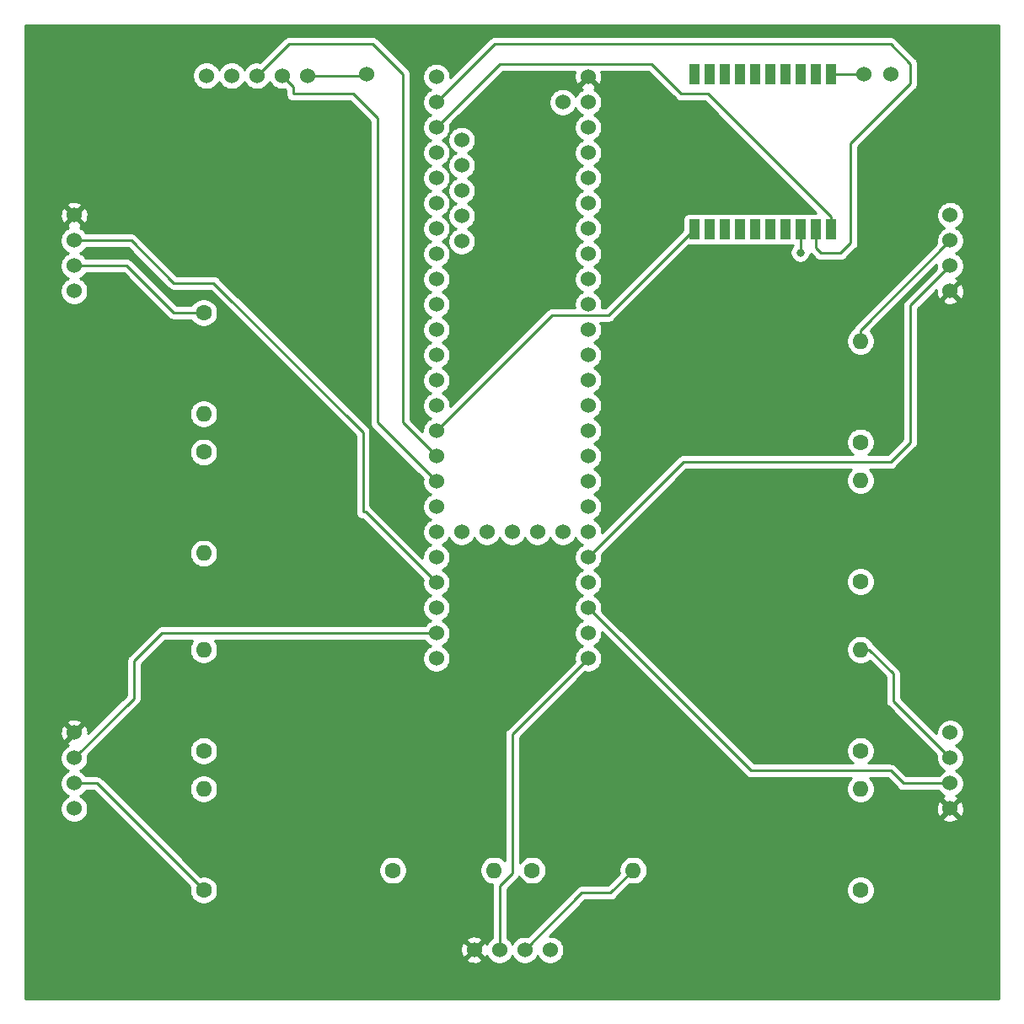
<source format=gbr>
%TF.GenerationSoftware,KiCad,Pcbnew,(5.1.10)-1*%
%TF.CreationDate,2021-11-04T17:31:58-05:00*%
%TF.ProjectId,gpsv1.1,67707376-312e-4312-9e6b-696361645f70,rev?*%
%TF.SameCoordinates,Original*%
%TF.FileFunction,Copper,L1,Top*%
%TF.FilePolarity,Positive*%
%FSLAX46Y46*%
G04 Gerber Fmt 4.6, Leading zero omitted, Abs format (unit mm)*
G04 Created by KiCad (PCBNEW (5.1.10)-1) date 2021-11-04 17:31:58*
%MOMM*%
%LPD*%
G01*
G04 APERTURE LIST*
%TA.AperFunction,ComponentPad*%
%ADD10C,1.524000*%
%TD*%
%TA.AperFunction,ComponentPad*%
%ADD11C,1.600000*%
%TD*%
%TA.AperFunction,ComponentPad*%
%ADD12O,1.600000X1.600000*%
%TD*%
%TA.AperFunction,SMDPad,CuDef*%
%ADD13R,1.000000X2.000000*%
%TD*%
%TA.AperFunction,ViaPad*%
%ADD14C,0.800000*%
%TD*%
%TA.AperFunction,Conductor*%
%ADD15C,0.250000*%
%TD*%
%TA.AperFunction,Conductor*%
%ADD16C,0.254000*%
%TD*%
%TA.AperFunction,Conductor*%
%ADD17C,0.100000*%
%TD*%
G04 APERTURE END LIST*
D10*
%TO.P,J3,1*%
%TO.N,Gnd*%
X128005000Y-56032000D03*
%TD*%
%TO.P,J2,1*%
%TO.N,Net-(J2-Pad1)*%
X125365000Y-56032000D03*
%TD*%
%TO.P,J1,1*%
%TO.N,Net-(J1-Pad1)*%
X75365000Y-56032000D03*
%TD*%
%TO.P,TOF5,1*%
%TO.N,Vin*%
X86190000Y-144000000D03*
%TO.P,TOF5,2*%
%TO.N,Trig3*%
X88730000Y-144000000D03*
%TO.P,TOF5,3*%
%TO.N,Net-(R9-Pad2)*%
X91270000Y-144000000D03*
%TO.P,TOF5,4*%
%TO.N,Gnd*%
X93810000Y-144000000D03*
%TD*%
%TO.P,TOF4,1*%
%TO.N,Vin*%
X134000000Y-129810000D03*
%TO.P,TOF4,2*%
%TO.N,Trig2*%
X134000000Y-127270000D03*
%TO.P,TOF4,3*%
%TO.N,Net-(R6-Pad2)*%
X134000000Y-124730000D03*
%TO.P,TOF4,4*%
%TO.N,Gnd*%
X134000000Y-122190000D03*
%TD*%
%TO.P,TOF3,1*%
%TO.N,Vin*%
X134000000Y-77810000D03*
%TO.P,TOF3,2*%
%TO.N,Trig1*%
X134000000Y-75270000D03*
%TO.P,TOF3,3*%
%TO.N,Net-(R5-Pad2)*%
X134000000Y-72730000D03*
%TO.P,TOF3,4*%
%TO.N,Gnd*%
X134000000Y-70190000D03*
%TD*%
%TO.P,TOF2,1*%
%TO.N,Vin*%
X46000000Y-70190000D03*
%TO.P,TOF2,2*%
%TO.N,Trig5*%
X46000000Y-72730000D03*
%TO.P,TOF2,3*%
%TO.N,Net-(R2-Pad1)*%
X46000000Y-75270000D03*
%TO.P,TOF2,4*%
%TO.N,Gnd*%
X46000000Y-77810000D03*
%TD*%
%TO.P,TOF1,1*%
%TO.N,Vin*%
X46000000Y-122190000D03*
%TO.P,TOF1,2*%
%TO.N,Trig4*%
X46000000Y-124730000D03*
%TO.P,TOF1,3*%
%TO.N,Net-(R1-Pad1)*%
X46000000Y-127270000D03*
%TO.P,TOF1,4*%
%TO.N,Gnd*%
X46000000Y-129810000D03*
%TD*%
%TO.P,Teensy1,G2*%
%TO.N,N/C*%
X95080000Y-58840000D03*
%TO.P,Teensy1,*%
%TO.N,*%
X84920000Y-72810000D03*
X84920000Y-70270000D03*
X84920000Y-67730000D03*
X84920000Y-65190000D03*
X84920000Y-62650000D03*
X95080000Y-102020000D03*
X92540000Y-102020000D03*
X90000000Y-102020000D03*
X87460000Y-102020000D03*
X84920000Y-102020000D03*
%TO.P,Teensy1,G3*%
%TO.N,Gnd*%
X97620000Y-91860000D03*
%TO.P,Teensy1,V2*%
%TO.N,3.3V*%
X82380000Y-91860000D03*
%TO.P,Teensy1,Vin*%
%TO.N,Vin*%
X97620000Y-56300000D03*
%TO.P,Teensy1,G1*%
%TO.N,Gnd*%
X97620000Y-58840000D03*
%TO.P,Teensy1,V1*%
%TO.N,Net-(Teensy1-PadV1)*%
X97620000Y-61380000D03*
%TO.P,Teensy1,G4*%
%TO.N,Gnd*%
X82380000Y-56300000D03*
%TO.P,Teensy1,0*%
%TO.N,TX0*%
X82380000Y-58840000D03*
%TO.P,Teensy1,41*%
%TO.N,Net-(Teensy1-Pad41)*%
X97620000Y-94400000D03*
%TO.P,Teensy1,40*%
%TO.N,Net-(Teensy1-Pad40)*%
X97620000Y-96940000D03*
%TO.P,Teensy1,39*%
%TO.N,Net-(Teensy1-Pad39)*%
X97620000Y-99480000D03*
%TO.P,Teensy1,38*%
%TO.N,Net-(R5-Pad1)*%
X97620000Y-102020000D03*
%TO.P,Teensy1,37*%
%TO.N,Trig1*%
X97620000Y-104560000D03*
%TO.P,Teensy1,36*%
%TO.N,Net-(R6-Pad1)*%
X97620000Y-107100000D03*
%TO.P,Teensy1,35*%
%TO.N,Trig2*%
X97620000Y-109640000D03*
%TO.P,Teensy1,34*%
%TO.N,Net-(R10-Pad2)*%
X97620000Y-112180000D03*
%TO.P,Teensy1,33*%
%TO.N,Trig3*%
X97620000Y-114720000D03*
%TO.P,Teensy1,32*%
%TO.N,Net-(R1-Pad2)*%
X82380000Y-114720000D03*
%TO.P,Teensy1,31*%
%TO.N,Trig4*%
X82380000Y-112180000D03*
%TO.P,Teensy1,30*%
%TO.N,Net-(R2-Pad2)*%
X82380000Y-109640000D03*
%TO.P,Teensy1,29*%
%TO.N,Trig5*%
X82380000Y-107100000D03*
%TO.P,Teensy1,28*%
%TO.N,Net-(Teensy1-Pad28)*%
X82380000Y-104560000D03*
%TO.P,Teensy1,27*%
%TO.N,Net-(Teensy1-Pad27)*%
X82380000Y-102020000D03*
%TO.P,Teensy1,26*%
%TO.N,Net-(Teensy1-Pad26)*%
X82380000Y-99480000D03*
%TO.P,Teensy1,25*%
%TO.N,SDA*%
X82380000Y-96940000D03*
%TO.P,Teensy1,24*%
%TO.N,SCL*%
X82380000Y-94400000D03*
%TO.P,Teensy1,23*%
%TO.N,Net-(Teensy1-Pad23)*%
X97620000Y-63920000D03*
%TO.P,Teensy1,22*%
%TO.N,Net-(Teensy1-Pad22)*%
X97620000Y-66460000D03*
%TO.P,Teensy1,21*%
%TO.N,Net-(Teensy1-Pad21)*%
X97620000Y-69000000D03*
%TO.P,Teensy1,20*%
%TO.N,Net-(Teensy1-Pad20)*%
X97620000Y-71540000D03*
%TO.P,Teensy1,19*%
%TO.N,Net-(Teensy1-Pad19)*%
X97620000Y-74080000D03*
%TO.P,Teensy1,18*%
%TO.N,Net-(Teensy1-Pad18)*%
X97620000Y-76620000D03*
%TO.P,Teensy1,17*%
%TO.N,Net-(Teensy1-Pad17)*%
X97620000Y-79160000D03*
%TO.P,Teensy1,16*%
%TO.N,Net-(Teensy1-Pad16)*%
X97620000Y-81700000D03*
%TO.P,Teensy1,15*%
%TO.N,Net-(Teensy1-Pad15)*%
X97620000Y-84240000D03*
%TO.P,Teensy1,14*%
%TO.N,Net-(Teensy1-Pad14)*%
X97620000Y-86780000D03*
%TO.P,Teensy1,13*%
%TO.N,Net-(Teensy1-Pad13)*%
X97620000Y-89320000D03*
%TO.P,Teensy1,12*%
%TO.N,Net-(Teensy1-Pad12)*%
X82380000Y-89320000D03*
%TO.P,Teensy1,11*%
%TO.N,Net-(Teensy1-Pad11)*%
X82380000Y-86780000D03*
%TO.P,Teensy1,10*%
%TO.N,Net-(Teensy1-Pad10)*%
X82380000Y-84240000D03*
%TO.P,Teensy1,9*%
%TO.N,Net-(Teensy1-Pad9)*%
X82380000Y-81700000D03*
%TO.P,Teensy1,8*%
%TO.N,Net-(Teensy1-Pad8)*%
X82380000Y-79160000D03*
%TO.P,Teensy1,7*%
%TO.N,Net-(Teensy1-Pad7)*%
X82380000Y-76620000D03*
%TO.P,Teensy1,6*%
%TO.N,Net-(Teensy1-Pad6)*%
X82380000Y-74080000D03*
%TO.P,Teensy1,5*%
%TO.N,Net-(Teensy1-Pad5)*%
X82380000Y-71540000D03*
%TO.P,Teensy1,4*%
%TO.N,Net-(Teensy1-Pad4)*%
X82380000Y-69000000D03*
%TO.P,Teensy1,3*%
%TO.N,Net-(Teensy1-Pad3)*%
X82380000Y-66460000D03*
%TO.P,Teensy1,2*%
%TO.N,Net-(Teensy1-Pad2)*%
X82380000Y-63920000D03*
%TO.P,Teensy1,1*%
%TO.N,RX0*%
X82380000Y-61380000D03*
%TD*%
D11*
%TO.P,R9,1*%
%TO.N,Net-(R10-Pad2)*%
X92000000Y-136000000D03*
D12*
%TO.P,R9,2*%
%TO.N,Net-(R9-Pad2)*%
X102160000Y-136000000D03*
%TD*%
D11*
%TO.P,R6,1*%
%TO.N,Net-(R6-Pad1)*%
X125000000Y-124000000D03*
D12*
%TO.P,R6,2*%
%TO.N,Net-(R6-Pad2)*%
X125000000Y-113840000D03*
%TD*%
D11*
%TO.P,R10,1*%
%TO.N,Gnd*%
X78000000Y-136000000D03*
D12*
%TO.P,R10,2*%
%TO.N,Net-(R10-Pad2)*%
X88160000Y-136000000D03*
%TD*%
D11*
%TO.P,R5,1*%
%TO.N,Net-(R5-Pad1)*%
X125000000Y-93000000D03*
D12*
%TO.P,R5,2*%
%TO.N,Net-(R5-Pad2)*%
X125000000Y-82840000D03*
%TD*%
D11*
%TO.P,R8,1*%
%TO.N,Gnd*%
X125000000Y-138000000D03*
D12*
%TO.P,R8,2*%
%TO.N,Net-(R6-Pad1)*%
X125000000Y-127840000D03*
%TD*%
D11*
%TO.P,R7,1*%
%TO.N,Gnd*%
X125000000Y-107000000D03*
D12*
%TO.P,R7,2*%
%TO.N,Net-(R5-Pad1)*%
X125000000Y-96840000D03*
%TD*%
D11*
%TO.P,R4,1*%
%TO.N,Net-(R2-Pad2)*%
X59000000Y-94000000D03*
D12*
%TO.P,R4,2*%
%TO.N,Gnd*%
X59000000Y-104160000D03*
%TD*%
D11*
%TO.P,R3,1*%
%TO.N,Net-(R1-Pad2)*%
X59000000Y-124000000D03*
D12*
%TO.P,R3,2*%
%TO.N,Gnd*%
X59000000Y-113840000D03*
%TD*%
D11*
%TO.P,R2,1*%
%TO.N,Net-(R2-Pad1)*%
X59000000Y-80000000D03*
D12*
%TO.P,R2,2*%
%TO.N,Net-(R2-Pad2)*%
X59000000Y-90160000D03*
%TD*%
D11*
%TO.P,R1,1*%
%TO.N,Net-(R1-Pad1)*%
X59000000Y-138000000D03*
D12*
%TO.P,R1,2*%
%TO.N,Net-(R1-Pad2)*%
X59000000Y-127840000D03*
%TD*%
D13*
%TO.P,PA1,20*%
%TO.N,Net-(PA1-Pad20)*%
X108285000Y-55999000D03*
%TO.P,PA1,19*%
%TO.N,Net-(PA1-Pad19)*%
X109809000Y-55999000D03*
%TO.P,PA1,18*%
%TO.N,Net-(PA1-Pad18)*%
X111333000Y-55999000D03*
%TO.P,PA1,17*%
%TO.N,Net-(PA1-Pad17)*%
X112857000Y-55999000D03*
%TO.P,PA1,16*%
%TO.N,Net-(PA1-Pad16)*%
X114381000Y-55999000D03*
%TO.P,PA1,15*%
%TO.N,Net-(PA1-Pad15)*%
X115905000Y-55999000D03*
%TO.P,PA1,14*%
%TO.N,Net-(PA1-Pad14)*%
X117429000Y-55999000D03*
%TO.P,PA1,13*%
%TO.N,Net-(PA1-Pad13)*%
X118953000Y-55999000D03*
%TO.P,PA1,12*%
%TO.N,Net-(PA1-Pad12)*%
X120477000Y-55999000D03*
%TO.P,PA1,11*%
%TO.N,Net-(J2-Pad1)*%
X122001000Y-55999000D03*
%TO.P,PA1,10*%
%TO.N,RX0*%
X122001000Y-71620000D03*
%TO.P,PA1,9*%
%TO.N,TX0*%
X120477000Y-71620000D03*
%TO.P,PA1,8*%
%TO.N,Gnd*%
X118953000Y-71620000D03*
%TO.P,PA1,7*%
%TO.N,Net-(PA1-Pad7)*%
X117429000Y-71620000D03*
%TO.P,PA1,6*%
%TO.N,Net-(PA1-Pad6)*%
X115905000Y-71620000D03*
%TO.P,PA1,5*%
%TO.N,Net-(PA1-Pad5)*%
X114381000Y-71620000D03*
%TO.P,PA1,4*%
%TO.N,Net-(PA1-Pad4)*%
X112857000Y-71620000D03*
%TO.P,PA1,3*%
%TO.N,Net-(PA1-Pad3)*%
X111333000Y-71620000D03*
%TO.P,PA1,2*%
%TO.N,Net-(PA1-Pad2)*%
X109809000Y-71620000D03*
%TO.P,PA1,1*%
%TO.N,3.3V*%
X108285000Y-71620000D03*
%TD*%
D10*
%TO.P,MAG1,1*%
%TO.N,3.3V*%
X59285000Y-56190000D03*
%TO.P,MAG1,2*%
%TO.N,Gnd*%
X61825000Y-56190000D03*
%TO.P,MAG1,3*%
%TO.N,SCL*%
X64365000Y-56190000D03*
%TO.P,MAG1,4*%
%TO.N,SDA*%
X66905000Y-56190000D03*
%TO.P,MAG1,5*%
%TO.N,Net-(J1-Pad1)*%
X69445000Y-56190000D03*
%TD*%
D14*
%TO.N,Gnd*%
X118953000Y-73953000D03*
%TO.N,Vin*%
X104000000Y-72000000D03*
X108000000Y-76000000D03*
%TD*%
D15*
%TO.N,3.3V*%
X93992999Y-80247001D02*
X82380000Y-91860000D01*
X99657999Y-80247001D02*
X93992999Y-80247001D01*
X108285000Y-71620000D02*
X99657999Y-80247001D01*
%TO.N,SCL*%
X67555000Y-53000000D02*
X64365000Y-56190000D01*
X67555000Y-53000000D02*
X76000000Y-53000000D01*
X76000000Y-53000000D02*
X79000000Y-56000000D01*
X79000000Y-91020000D02*
X82380000Y-94400000D01*
X79000000Y-56000000D02*
X79000000Y-91020000D01*
%TO.N,SDA*%
X82380000Y-96940000D02*
X76440000Y-91000000D01*
X76440000Y-91000000D02*
X76440000Y-60440000D01*
X76440000Y-60440000D02*
X74000000Y-58000000D01*
X74000000Y-58000000D02*
X68000000Y-58000000D01*
X68000000Y-57285000D02*
X66905000Y-56190000D01*
X68000000Y-58000000D02*
X68000000Y-57285000D01*
%TO.N,RX0*%
X83467001Y-60292999D02*
X82380000Y-61380000D01*
X122001000Y-71620000D02*
X122001000Y-70370000D01*
X122001000Y-70370000D02*
X109631000Y-58000000D01*
X109631000Y-58000000D02*
X107000000Y-58000000D01*
X107000000Y-58000000D02*
X104000000Y-55000000D01*
X88760000Y-55000000D02*
X82380000Y-61380000D01*
X104000000Y-55000000D02*
X88760000Y-55000000D01*
%TO.N,TX0*%
X120477000Y-71620000D02*
X120477000Y-73477000D01*
X120477000Y-73477000D02*
X121000000Y-74000000D01*
X121000000Y-74000000D02*
X123000000Y-74000000D01*
X123000000Y-74000000D02*
X124000000Y-73000000D01*
X88220000Y-53000000D02*
X82380000Y-58840000D01*
X122000000Y-53000000D02*
X88220000Y-53000000D01*
X124000000Y-73000000D02*
X124000000Y-63000000D01*
X124000000Y-63000000D02*
X129092001Y-57907999D01*
X129092001Y-57907999D02*
X130000000Y-57000000D01*
X130000000Y-57000000D02*
X130000000Y-55000000D01*
X130000000Y-55000000D02*
X128000000Y-53000000D01*
X128000000Y-53000000D02*
X122000000Y-53000000D01*
%TO.N,Net-(R1-Pad1)*%
X48270000Y-127270000D02*
X59000000Y-138000000D01*
X46000000Y-127270000D02*
X48270000Y-127270000D01*
%TO.N,Net-(R2-Pad1)*%
X46000000Y-75270000D02*
X51270000Y-75270000D01*
X56000000Y-80000000D02*
X59000000Y-80000000D01*
X51270000Y-75270000D02*
X56000000Y-80000000D01*
%TO.N,Gnd*%
X118953000Y-71620000D02*
X118953000Y-73953000D01*
X118953000Y-73953000D02*
X118953000Y-73953000D01*
%TO.N,Net-(R5-Pad2)*%
X125000000Y-81730000D02*
X125000000Y-82840000D01*
X134000000Y-72730000D02*
X125000000Y-81730000D01*
%TO.N,Net-(R6-Pad2)*%
X134000000Y-124730000D02*
X128270000Y-119000000D01*
X128270000Y-119000000D02*
X128270000Y-116270000D01*
X125840000Y-113840000D02*
X125000000Y-113840000D01*
X128270000Y-116270000D02*
X125840000Y-113840000D01*
%TO.N,Net-(R9-Pad2)*%
X91270000Y-144000000D02*
X91000000Y-144000000D01*
X91270000Y-144000000D02*
X97000000Y-138270000D01*
X99890000Y-138270000D02*
X102160000Y-136000000D01*
X97000000Y-138270000D02*
X99890000Y-138270000D01*
%TO.N,Trig1*%
X107180000Y-95000000D02*
X97620000Y-104560000D01*
X128000000Y-95000000D02*
X107180000Y-95000000D01*
X128000000Y-95000000D02*
X130000000Y-93000000D01*
X130000000Y-79270000D02*
X134000000Y-75270000D01*
X130000000Y-93000000D02*
X130000000Y-79270000D01*
%TO.N,Trig2*%
X134000000Y-127270000D02*
X129270000Y-127270000D01*
X129270000Y-127270000D02*
X128000000Y-126000000D01*
X113980000Y-126000000D02*
X97620000Y-109640000D01*
X128000000Y-126000000D02*
X113980000Y-126000000D01*
%TO.N,Trig3*%
X90000000Y-122340000D02*
X97620000Y-114720000D01*
X90000000Y-136334998D02*
X90000000Y-122340000D01*
X88730000Y-137604998D02*
X90000000Y-136334998D01*
X88730000Y-144000000D02*
X88730000Y-137604998D01*
%TO.N,Trig4*%
X46000000Y-124730000D02*
X52000000Y-118730000D01*
X52000000Y-118730000D02*
X52000000Y-115000000D01*
X54820000Y-112180000D02*
X82380000Y-112180000D01*
X52000000Y-115000000D02*
X54820000Y-112180000D01*
%TO.N,Trig5*%
X46000000Y-72730000D02*
X51730000Y-72730000D01*
X51730000Y-72730000D02*
X56000000Y-77000000D01*
X75280000Y-100000000D02*
X82380000Y-107100000D01*
X75000000Y-100000000D02*
X75280000Y-100000000D01*
X75000000Y-100000000D02*
X75000000Y-92000000D01*
X75000000Y-92000000D02*
X60000000Y-77000000D01*
X60000000Y-77000000D02*
X56000000Y-77000000D01*
%TO.N,Net-(J1-Pad1)*%
X75207000Y-56190000D02*
X75365000Y-56032000D01*
X69445000Y-56190000D02*
X75207000Y-56190000D01*
%TO.N,Net-(J2-Pad1)*%
X125332000Y-55999000D02*
X125365000Y-56032000D01*
X122001000Y-55999000D02*
X125332000Y-55999000D01*
%TD*%
D16*
%TO.N,Vin*%
X138873000Y-148873000D02*
X41127000Y-148873000D01*
X41127000Y-144965565D01*
X85404040Y-144965565D01*
X85471020Y-145205656D01*
X85720048Y-145322756D01*
X85987135Y-145389023D01*
X86262017Y-145401910D01*
X86534133Y-145360922D01*
X86793023Y-145267636D01*
X86908980Y-145205656D01*
X86975960Y-144965565D01*
X86190000Y-144179605D01*
X85404040Y-144965565D01*
X41127000Y-144965565D01*
X41127000Y-144072017D01*
X84788090Y-144072017D01*
X84829078Y-144344133D01*
X84922364Y-144603023D01*
X84984344Y-144718980D01*
X85224435Y-144785960D01*
X86010395Y-144000000D01*
X85224435Y-143214040D01*
X84984344Y-143281020D01*
X84867244Y-143530048D01*
X84800977Y-143797135D01*
X84788090Y-144072017D01*
X41127000Y-144072017D01*
X41127000Y-143034435D01*
X85404040Y-143034435D01*
X86190000Y-143820395D01*
X86975960Y-143034435D01*
X86908980Y-142794344D01*
X86659952Y-142677244D01*
X86392865Y-142610977D01*
X86117983Y-142598090D01*
X85845867Y-142639078D01*
X85586977Y-142732364D01*
X85471020Y-142794344D01*
X85404040Y-143034435D01*
X41127000Y-143034435D01*
X41127000Y-122262017D01*
X44598090Y-122262017D01*
X44639078Y-122534133D01*
X44732364Y-122793023D01*
X44794344Y-122908980D01*
X45034435Y-122975960D01*
X45820395Y-122190000D01*
X45034435Y-121404040D01*
X44794344Y-121471020D01*
X44677244Y-121720048D01*
X44610977Y-121987135D01*
X44598090Y-122262017D01*
X41127000Y-122262017D01*
X41127000Y-121224435D01*
X45214040Y-121224435D01*
X46000000Y-122010395D01*
X46785960Y-121224435D01*
X46718980Y-120984344D01*
X46469952Y-120867244D01*
X46202865Y-120800977D01*
X45927983Y-120788090D01*
X45655867Y-120829078D01*
X45396977Y-120922364D01*
X45281020Y-120984344D01*
X45214040Y-121224435D01*
X41127000Y-121224435D01*
X41127000Y-104018665D01*
X57565000Y-104018665D01*
X57565000Y-104301335D01*
X57620147Y-104578574D01*
X57728320Y-104839727D01*
X57885363Y-105074759D01*
X58085241Y-105274637D01*
X58320273Y-105431680D01*
X58581426Y-105539853D01*
X58858665Y-105595000D01*
X59141335Y-105595000D01*
X59418574Y-105539853D01*
X59679727Y-105431680D01*
X59914759Y-105274637D01*
X60114637Y-105074759D01*
X60271680Y-104839727D01*
X60379853Y-104578574D01*
X60435000Y-104301335D01*
X60435000Y-104018665D01*
X60379853Y-103741426D01*
X60271680Y-103480273D01*
X60114637Y-103245241D01*
X59914759Y-103045363D01*
X59679727Y-102888320D01*
X59418574Y-102780147D01*
X59141335Y-102725000D01*
X58858665Y-102725000D01*
X58581426Y-102780147D01*
X58320273Y-102888320D01*
X58085241Y-103045363D01*
X57885363Y-103245241D01*
X57728320Y-103480273D01*
X57620147Y-103741426D01*
X57565000Y-104018665D01*
X41127000Y-104018665D01*
X41127000Y-93858665D01*
X57565000Y-93858665D01*
X57565000Y-94141335D01*
X57620147Y-94418574D01*
X57728320Y-94679727D01*
X57885363Y-94914759D01*
X58085241Y-95114637D01*
X58320273Y-95271680D01*
X58581426Y-95379853D01*
X58858665Y-95435000D01*
X59141335Y-95435000D01*
X59418574Y-95379853D01*
X59679727Y-95271680D01*
X59914759Y-95114637D01*
X60114637Y-94914759D01*
X60271680Y-94679727D01*
X60379853Y-94418574D01*
X60435000Y-94141335D01*
X60435000Y-93858665D01*
X60379853Y-93581426D01*
X60271680Y-93320273D01*
X60114637Y-93085241D01*
X59914759Y-92885363D01*
X59679727Y-92728320D01*
X59418574Y-92620147D01*
X59141335Y-92565000D01*
X58858665Y-92565000D01*
X58581426Y-92620147D01*
X58320273Y-92728320D01*
X58085241Y-92885363D01*
X57885363Y-93085241D01*
X57728320Y-93320273D01*
X57620147Y-93581426D01*
X57565000Y-93858665D01*
X41127000Y-93858665D01*
X41127000Y-90018665D01*
X57565000Y-90018665D01*
X57565000Y-90301335D01*
X57620147Y-90578574D01*
X57728320Y-90839727D01*
X57885363Y-91074759D01*
X58085241Y-91274637D01*
X58320273Y-91431680D01*
X58581426Y-91539853D01*
X58858665Y-91595000D01*
X59141335Y-91595000D01*
X59418574Y-91539853D01*
X59679727Y-91431680D01*
X59914759Y-91274637D01*
X60114637Y-91074759D01*
X60271680Y-90839727D01*
X60379853Y-90578574D01*
X60435000Y-90301335D01*
X60435000Y-90018665D01*
X60379853Y-89741426D01*
X60271680Y-89480273D01*
X60114637Y-89245241D01*
X59914759Y-89045363D01*
X59679727Y-88888320D01*
X59418574Y-88780147D01*
X59141335Y-88725000D01*
X58858665Y-88725000D01*
X58581426Y-88780147D01*
X58320273Y-88888320D01*
X58085241Y-89045363D01*
X57885363Y-89245241D01*
X57728320Y-89480273D01*
X57620147Y-89741426D01*
X57565000Y-90018665D01*
X41127000Y-90018665D01*
X41127000Y-72592408D01*
X44603000Y-72592408D01*
X44603000Y-72867592D01*
X44656686Y-73137490D01*
X44761995Y-73391727D01*
X44914880Y-73620535D01*
X45109465Y-73815120D01*
X45338273Y-73968005D01*
X45415515Y-74000000D01*
X45338273Y-74031995D01*
X45109465Y-74184880D01*
X44914880Y-74379465D01*
X44761995Y-74608273D01*
X44656686Y-74862510D01*
X44603000Y-75132408D01*
X44603000Y-75407592D01*
X44656686Y-75677490D01*
X44761995Y-75931727D01*
X44914880Y-76160535D01*
X45109465Y-76355120D01*
X45338273Y-76508005D01*
X45415515Y-76540000D01*
X45338273Y-76571995D01*
X45109465Y-76724880D01*
X44914880Y-76919465D01*
X44761995Y-77148273D01*
X44656686Y-77402510D01*
X44603000Y-77672408D01*
X44603000Y-77947592D01*
X44656686Y-78217490D01*
X44761995Y-78471727D01*
X44914880Y-78700535D01*
X45109465Y-78895120D01*
X45338273Y-79048005D01*
X45592510Y-79153314D01*
X45862408Y-79207000D01*
X46137592Y-79207000D01*
X46407490Y-79153314D01*
X46661727Y-79048005D01*
X46890535Y-78895120D01*
X47085120Y-78700535D01*
X47238005Y-78471727D01*
X47343314Y-78217490D01*
X47397000Y-77947592D01*
X47397000Y-77672408D01*
X47343314Y-77402510D01*
X47238005Y-77148273D01*
X47085120Y-76919465D01*
X46890535Y-76724880D01*
X46661727Y-76571995D01*
X46584485Y-76540000D01*
X46661727Y-76508005D01*
X46890535Y-76355120D01*
X47085120Y-76160535D01*
X47172341Y-76030000D01*
X50955199Y-76030000D01*
X55436201Y-80511003D01*
X55459999Y-80540001D01*
X55488997Y-80563799D01*
X55575723Y-80634974D01*
X55707753Y-80705546D01*
X55851014Y-80749003D01*
X55962667Y-80760000D01*
X55962676Y-80760000D01*
X55999999Y-80763676D01*
X56037322Y-80760000D01*
X57781957Y-80760000D01*
X57885363Y-80914759D01*
X58085241Y-81114637D01*
X58320273Y-81271680D01*
X58581426Y-81379853D01*
X58858665Y-81435000D01*
X59141335Y-81435000D01*
X59418574Y-81379853D01*
X59679727Y-81271680D01*
X59914759Y-81114637D01*
X60114637Y-80914759D01*
X60271680Y-80679727D01*
X60379853Y-80418574D01*
X60435000Y-80141335D01*
X60435000Y-79858665D01*
X60379853Y-79581426D01*
X60271680Y-79320273D01*
X60114637Y-79085241D01*
X59914759Y-78885363D01*
X59679727Y-78728320D01*
X59418574Y-78620147D01*
X59141335Y-78565000D01*
X58858665Y-78565000D01*
X58581426Y-78620147D01*
X58320273Y-78728320D01*
X58085241Y-78885363D01*
X57885363Y-79085241D01*
X57781957Y-79240000D01*
X56314802Y-79240000D01*
X51833804Y-74759003D01*
X51810001Y-74729999D01*
X51694276Y-74635026D01*
X51562247Y-74564454D01*
X51418986Y-74520997D01*
X51307333Y-74510000D01*
X51307322Y-74510000D01*
X51270000Y-74506324D01*
X51232678Y-74510000D01*
X47172341Y-74510000D01*
X47085120Y-74379465D01*
X46890535Y-74184880D01*
X46661727Y-74031995D01*
X46584485Y-74000000D01*
X46661727Y-73968005D01*
X46890535Y-73815120D01*
X47085120Y-73620535D01*
X47172341Y-73490000D01*
X51415199Y-73490000D01*
X55436200Y-77511002D01*
X55459999Y-77540001D01*
X55488997Y-77563799D01*
X55575723Y-77634974D01*
X55645757Y-77672408D01*
X55707753Y-77705546D01*
X55851014Y-77749003D01*
X55962667Y-77760000D01*
X55962677Y-77760000D01*
X56000000Y-77763676D01*
X56037323Y-77760000D01*
X59685199Y-77760000D01*
X74240001Y-92314804D01*
X74240000Y-99962667D01*
X74236323Y-100000000D01*
X74250997Y-100148986D01*
X74294454Y-100292247D01*
X74365026Y-100424276D01*
X74436200Y-100511002D01*
X74459999Y-100540001D01*
X74575724Y-100634974D01*
X74707753Y-100705546D01*
X74851014Y-100749003D01*
X74965476Y-100760277D01*
X81013628Y-106808430D01*
X80983000Y-106962408D01*
X80983000Y-107237592D01*
X81036686Y-107507490D01*
X81141995Y-107761727D01*
X81294880Y-107990535D01*
X81489465Y-108185120D01*
X81718273Y-108338005D01*
X81795515Y-108370000D01*
X81718273Y-108401995D01*
X81489465Y-108554880D01*
X81294880Y-108749465D01*
X81141995Y-108978273D01*
X81036686Y-109232510D01*
X80983000Y-109502408D01*
X80983000Y-109777592D01*
X81036686Y-110047490D01*
X81141995Y-110301727D01*
X81294880Y-110530535D01*
X81489465Y-110725120D01*
X81718273Y-110878005D01*
X81795515Y-110910000D01*
X81718273Y-110941995D01*
X81489465Y-111094880D01*
X81294880Y-111289465D01*
X81207659Y-111420000D01*
X54857322Y-111420000D01*
X54819999Y-111416324D01*
X54782676Y-111420000D01*
X54782667Y-111420000D01*
X54671014Y-111430997D01*
X54527753Y-111474454D01*
X54395724Y-111545026D01*
X54279999Y-111639999D01*
X54256201Y-111668997D01*
X51488998Y-114436201D01*
X51460000Y-114459999D01*
X51436202Y-114488997D01*
X51436201Y-114488998D01*
X51365026Y-114575724D01*
X51294454Y-114707754D01*
X51250998Y-114851015D01*
X51236324Y-115000000D01*
X51240001Y-115037332D01*
X51240000Y-118415197D01*
X47395255Y-122259944D01*
X47401910Y-122117983D01*
X47360922Y-121845867D01*
X47267636Y-121586977D01*
X47205656Y-121471020D01*
X46965565Y-121404040D01*
X46179605Y-122190000D01*
X46193748Y-122204143D01*
X46014143Y-122383748D01*
X46000000Y-122369605D01*
X45214040Y-123155565D01*
X45281020Y-123395656D01*
X45416760Y-123459485D01*
X45338273Y-123491995D01*
X45109465Y-123644880D01*
X44914880Y-123839465D01*
X44761995Y-124068273D01*
X44656686Y-124322510D01*
X44603000Y-124592408D01*
X44603000Y-124867592D01*
X44656686Y-125137490D01*
X44761995Y-125391727D01*
X44914880Y-125620535D01*
X45109465Y-125815120D01*
X45338273Y-125968005D01*
X45415515Y-126000000D01*
X45338273Y-126031995D01*
X45109465Y-126184880D01*
X44914880Y-126379465D01*
X44761995Y-126608273D01*
X44656686Y-126862510D01*
X44603000Y-127132408D01*
X44603000Y-127407592D01*
X44656686Y-127677490D01*
X44761995Y-127931727D01*
X44914880Y-128160535D01*
X45109465Y-128355120D01*
X45338273Y-128508005D01*
X45415515Y-128540000D01*
X45338273Y-128571995D01*
X45109465Y-128724880D01*
X44914880Y-128919465D01*
X44761995Y-129148273D01*
X44656686Y-129402510D01*
X44603000Y-129672408D01*
X44603000Y-129947592D01*
X44656686Y-130217490D01*
X44761995Y-130471727D01*
X44914880Y-130700535D01*
X45109465Y-130895120D01*
X45338273Y-131048005D01*
X45592510Y-131153314D01*
X45862408Y-131207000D01*
X46137592Y-131207000D01*
X46407490Y-131153314D01*
X46661727Y-131048005D01*
X46890535Y-130895120D01*
X47085120Y-130700535D01*
X47238005Y-130471727D01*
X47343314Y-130217490D01*
X47397000Y-129947592D01*
X47397000Y-129672408D01*
X47343314Y-129402510D01*
X47238005Y-129148273D01*
X47085120Y-128919465D01*
X46890535Y-128724880D01*
X46661727Y-128571995D01*
X46584485Y-128540000D01*
X46661727Y-128508005D01*
X46890535Y-128355120D01*
X47085120Y-128160535D01*
X47172341Y-128030000D01*
X47955199Y-128030000D01*
X57601312Y-137676114D01*
X57565000Y-137858665D01*
X57565000Y-138141335D01*
X57620147Y-138418574D01*
X57728320Y-138679727D01*
X57885363Y-138914759D01*
X58085241Y-139114637D01*
X58320273Y-139271680D01*
X58581426Y-139379853D01*
X58858665Y-139435000D01*
X59141335Y-139435000D01*
X59418574Y-139379853D01*
X59679727Y-139271680D01*
X59914759Y-139114637D01*
X60114637Y-138914759D01*
X60271680Y-138679727D01*
X60379853Y-138418574D01*
X60435000Y-138141335D01*
X60435000Y-137858665D01*
X60379853Y-137581426D01*
X60271680Y-137320273D01*
X60114637Y-137085241D01*
X59914759Y-136885363D01*
X59679727Y-136728320D01*
X59418574Y-136620147D01*
X59141335Y-136565000D01*
X58858665Y-136565000D01*
X58676114Y-136601312D01*
X57933467Y-135858665D01*
X76565000Y-135858665D01*
X76565000Y-136141335D01*
X76620147Y-136418574D01*
X76728320Y-136679727D01*
X76885363Y-136914759D01*
X77085241Y-137114637D01*
X77320273Y-137271680D01*
X77581426Y-137379853D01*
X77858665Y-137435000D01*
X78141335Y-137435000D01*
X78418574Y-137379853D01*
X78679727Y-137271680D01*
X78914759Y-137114637D01*
X79114637Y-136914759D01*
X79271680Y-136679727D01*
X79379853Y-136418574D01*
X79435000Y-136141335D01*
X79435000Y-135858665D01*
X79379853Y-135581426D01*
X79271680Y-135320273D01*
X79114637Y-135085241D01*
X78914759Y-134885363D01*
X78679727Y-134728320D01*
X78418574Y-134620147D01*
X78141335Y-134565000D01*
X77858665Y-134565000D01*
X77581426Y-134620147D01*
X77320273Y-134728320D01*
X77085241Y-134885363D01*
X76885363Y-135085241D01*
X76728320Y-135320273D01*
X76620147Y-135581426D01*
X76565000Y-135858665D01*
X57933467Y-135858665D01*
X49773467Y-127698665D01*
X57565000Y-127698665D01*
X57565000Y-127981335D01*
X57620147Y-128258574D01*
X57728320Y-128519727D01*
X57885363Y-128754759D01*
X58085241Y-128954637D01*
X58320273Y-129111680D01*
X58581426Y-129219853D01*
X58858665Y-129275000D01*
X59141335Y-129275000D01*
X59418574Y-129219853D01*
X59679727Y-129111680D01*
X59914759Y-128954637D01*
X60114637Y-128754759D01*
X60271680Y-128519727D01*
X60379853Y-128258574D01*
X60435000Y-127981335D01*
X60435000Y-127698665D01*
X60379853Y-127421426D01*
X60271680Y-127160273D01*
X60114637Y-126925241D01*
X59914759Y-126725363D01*
X59679727Y-126568320D01*
X59418574Y-126460147D01*
X59141335Y-126405000D01*
X58858665Y-126405000D01*
X58581426Y-126460147D01*
X58320273Y-126568320D01*
X58085241Y-126725363D01*
X57885363Y-126925241D01*
X57728320Y-127160273D01*
X57620147Y-127421426D01*
X57565000Y-127698665D01*
X49773467Y-127698665D01*
X48833804Y-126759003D01*
X48810001Y-126729999D01*
X48694276Y-126635026D01*
X48562247Y-126564454D01*
X48418986Y-126520997D01*
X48307333Y-126510000D01*
X48307322Y-126510000D01*
X48270000Y-126506324D01*
X48232678Y-126510000D01*
X47172341Y-126510000D01*
X47085120Y-126379465D01*
X46890535Y-126184880D01*
X46661727Y-126031995D01*
X46584485Y-126000000D01*
X46661727Y-125968005D01*
X46890535Y-125815120D01*
X47085120Y-125620535D01*
X47238005Y-125391727D01*
X47343314Y-125137490D01*
X47397000Y-124867592D01*
X47397000Y-124592408D01*
X47366372Y-124438429D01*
X47946136Y-123858665D01*
X57565000Y-123858665D01*
X57565000Y-124141335D01*
X57620147Y-124418574D01*
X57728320Y-124679727D01*
X57885363Y-124914759D01*
X58085241Y-125114637D01*
X58320273Y-125271680D01*
X58581426Y-125379853D01*
X58858665Y-125435000D01*
X59141335Y-125435000D01*
X59418574Y-125379853D01*
X59679727Y-125271680D01*
X59914759Y-125114637D01*
X60114637Y-124914759D01*
X60271680Y-124679727D01*
X60379853Y-124418574D01*
X60435000Y-124141335D01*
X60435000Y-123858665D01*
X60379853Y-123581426D01*
X60271680Y-123320273D01*
X60114637Y-123085241D01*
X59914759Y-122885363D01*
X59679727Y-122728320D01*
X59418574Y-122620147D01*
X59141335Y-122565000D01*
X58858665Y-122565000D01*
X58581426Y-122620147D01*
X58320273Y-122728320D01*
X58085241Y-122885363D01*
X57885363Y-123085241D01*
X57728320Y-123320273D01*
X57620147Y-123581426D01*
X57565000Y-123858665D01*
X47946136Y-123858665D01*
X52511009Y-119293794D01*
X52540001Y-119270001D01*
X52563795Y-119241008D01*
X52563799Y-119241004D01*
X52634973Y-119154277D01*
X52634974Y-119154276D01*
X52705546Y-119022247D01*
X52749003Y-118878986D01*
X52760000Y-118767333D01*
X52760000Y-118767324D01*
X52763676Y-118730001D01*
X52760000Y-118692678D01*
X52760000Y-115314801D01*
X55134802Y-112940000D01*
X57875501Y-112940000D01*
X57728320Y-113160273D01*
X57620147Y-113421426D01*
X57565000Y-113698665D01*
X57565000Y-113981335D01*
X57620147Y-114258574D01*
X57728320Y-114519727D01*
X57885363Y-114754759D01*
X58085241Y-114954637D01*
X58320273Y-115111680D01*
X58581426Y-115219853D01*
X58858665Y-115275000D01*
X59141335Y-115275000D01*
X59418574Y-115219853D01*
X59679727Y-115111680D01*
X59914759Y-114954637D01*
X60114637Y-114754759D01*
X60271680Y-114519727D01*
X60379853Y-114258574D01*
X60435000Y-113981335D01*
X60435000Y-113698665D01*
X60379853Y-113421426D01*
X60271680Y-113160273D01*
X60124499Y-112940000D01*
X81207659Y-112940000D01*
X81294880Y-113070535D01*
X81489465Y-113265120D01*
X81718273Y-113418005D01*
X81795515Y-113450000D01*
X81718273Y-113481995D01*
X81489465Y-113634880D01*
X81294880Y-113829465D01*
X81141995Y-114058273D01*
X81036686Y-114312510D01*
X80983000Y-114582408D01*
X80983000Y-114857592D01*
X81036686Y-115127490D01*
X81141995Y-115381727D01*
X81294880Y-115610535D01*
X81489465Y-115805120D01*
X81718273Y-115958005D01*
X81972510Y-116063314D01*
X82242408Y-116117000D01*
X82517592Y-116117000D01*
X82787490Y-116063314D01*
X83041727Y-115958005D01*
X83270535Y-115805120D01*
X83465120Y-115610535D01*
X83618005Y-115381727D01*
X83723314Y-115127490D01*
X83777000Y-114857592D01*
X83777000Y-114582408D01*
X83723314Y-114312510D01*
X83618005Y-114058273D01*
X83465120Y-113829465D01*
X83270535Y-113634880D01*
X83041727Y-113481995D01*
X82964485Y-113450000D01*
X83041727Y-113418005D01*
X83270535Y-113265120D01*
X83465120Y-113070535D01*
X83618005Y-112841727D01*
X83723314Y-112587490D01*
X83777000Y-112317592D01*
X83777000Y-112042408D01*
X83723314Y-111772510D01*
X83618005Y-111518273D01*
X83465120Y-111289465D01*
X83270535Y-111094880D01*
X83041727Y-110941995D01*
X82964485Y-110910000D01*
X83041727Y-110878005D01*
X83270535Y-110725120D01*
X83465120Y-110530535D01*
X83618005Y-110301727D01*
X83723314Y-110047490D01*
X83777000Y-109777592D01*
X83777000Y-109502408D01*
X83723314Y-109232510D01*
X83618005Y-108978273D01*
X83465120Y-108749465D01*
X83270535Y-108554880D01*
X83041727Y-108401995D01*
X82964485Y-108370000D01*
X83041727Y-108338005D01*
X83270535Y-108185120D01*
X83465120Y-107990535D01*
X83618005Y-107761727D01*
X83723314Y-107507490D01*
X83777000Y-107237592D01*
X83777000Y-106962408D01*
X83723314Y-106692510D01*
X83618005Y-106438273D01*
X83465120Y-106209465D01*
X83270535Y-106014880D01*
X83041727Y-105861995D01*
X82964485Y-105830000D01*
X83041727Y-105798005D01*
X83270535Y-105645120D01*
X83465120Y-105450535D01*
X83618005Y-105221727D01*
X83723314Y-104967490D01*
X83777000Y-104697592D01*
X83777000Y-104422408D01*
X83723314Y-104152510D01*
X83618005Y-103898273D01*
X83465120Y-103669465D01*
X83270535Y-103474880D01*
X83041727Y-103321995D01*
X82964485Y-103290000D01*
X83041727Y-103258005D01*
X83270535Y-103105120D01*
X83465120Y-102910535D01*
X83618005Y-102681727D01*
X83650000Y-102604485D01*
X83681995Y-102681727D01*
X83834880Y-102910535D01*
X84029465Y-103105120D01*
X84258273Y-103258005D01*
X84512510Y-103363314D01*
X84782408Y-103417000D01*
X85057592Y-103417000D01*
X85327490Y-103363314D01*
X85581727Y-103258005D01*
X85810535Y-103105120D01*
X86005120Y-102910535D01*
X86158005Y-102681727D01*
X86190000Y-102604485D01*
X86221995Y-102681727D01*
X86374880Y-102910535D01*
X86569465Y-103105120D01*
X86798273Y-103258005D01*
X87052510Y-103363314D01*
X87322408Y-103417000D01*
X87597592Y-103417000D01*
X87867490Y-103363314D01*
X88121727Y-103258005D01*
X88350535Y-103105120D01*
X88545120Y-102910535D01*
X88698005Y-102681727D01*
X88730000Y-102604485D01*
X88761995Y-102681727D01*
X88914880Y-102910535D01*
X89109465Y-103105120D01*
X89338273Y-103258005D01*
X89592510Y-103363314D01*
X89862408Y-103417000D01*
X90137592Y-103417000D01*
X90407490Y-103363314D01*
X90661727Y-103258005D01*
X90890535Y-103105120D01*
X91085120Y-102910535D01*
X91238005Y-102681727D01*
X91270000Y-102604485D01*
X91301995Y-102681727D01*
X91454880Y-102910535D01*
X91649465Y-103105120D01*
X91878273Y-103258005D01*
X92132510Y-103363314D01*
X92402408Y-103417000D01*
X92677592Y-103417000D01*
X92947490Y-103363314D01*
X93201727Y-103258005D01*
X93430535Y-103105120D01*
X93625120Y-102910535D01*
X93778005Y-102681727D01*
X93810000Y-102604485D01*
X93841995Y-102681727D01*
X93994880Y-102910535D01*
X94189465Y-103105120D01*
X94418273Y-103258005D01*
X94672510Y-103363314D01*
X94942408Y-103417000D01*
X95217592Y-103417000D01*
X95487490Y-103363314D01*
X95741727Y-103258005D01*
X95970535Y-103105120D01*
X96165120Y-102910535D01*
X96318005Y-102681727D01*
X96350000Y-102604485D01*
X96381995Y-102681727D01*
X96534880Y-102910535D01*
X96729465Y-103105120D01*
X96958273Y-103258005D01*
X97035515Y-103290000D01*
X96958273Y-103321995D01*
X96729465Y-103474880D01*
X96534880Y-103669465D01*
X96381995Y-103898273D01*
X96276686Y-104152510D01*
X96223000Y-104422408D01*
X96223000Y-104697592D01*
X96276686Y-104967490D01*
X96381995Y-105221727D01*
X96534880Y-105450535D01*
X96729465Y-105645120D01*
X96958273Y-105798005D01*
X97035515Y-105830000D01*
X96958273Y-105861995D01*
X96729465Y-106014880D01*
X96534880Y-106209465D01*
X96381995Y-106438273D01*
X96276686Y-106692510D01*
X96223000Y-106962408D01*
X96223000Y-107237592D01*
X96276686Y-107507490D01*
X96381995Y-107761727D01*
X96534880Y-107990535D01*
X96729465Y-108185120D01*
X96958273Y-108338005D01*
X97035515Y-108370000D01*
X96958273Y-108401995D01*
X96729465Y-108554880D01*
X96534880Y-108749465D01*
X96381995Y-108978273D01*
X96276686Y-109232510D01*
X96223000Y-109502408D01*
X96223000Y-109777592D01*
X96276686Y-110047490D01*
X96381995Y-110301727D01*
X96534880Y-110530535D01*
X96729465Y-110725120D01*
X96958273Y-110878005D01*
X97035515Y-110910000D01*
X96958273Y-110941995D01*
X96729465Y-111094880D01*
X96534880Y-111289465D01*
X96381995Y-111518273D01*
X96276686Y-111772510D01*
X96223000Y-112042408D01*
X96223000Y-112317592D01*
X96276686Y-112587490D01*
X96381995Y-112841727D01*
X96534880Y-113070535D01*
X96729465Y-113265120D01*
X96958273Y-113418005D01*
X97035515Y-113450000D01*
X96958273Y-113481995D01*
X96729465Y-113634880D01*
X96534880Y-113829465D01*
X96381995Y-114058273D01*
X96276686Y-114312510D01*
X96223000Y-114582408D01*
X96223000Y-114857592D01*
X96253628Y-115011570D01*
X89488998Y-121776201D01*
X89460000Y-121799999D01*
X89436202Y-121828997D01*
X89436201Y-121828998D01*
X89365026Y-121915724D01*
X89294454Y-122047754D01*
X89250998Y-122191015D01*
X89236324Y-122340000D01*
X89240001Y-122377332D01*
X89240000Y-135050604D01*
X89074759Y-134885363D01*
X88839727Y-134728320D01*
X88578574Y-134620147D01*
X88301335Y-134565000D01*
X88018665Y-134565000D01*
X87741426Y-134620147D01*
X87480273Y-134728320D01*
X87245241Y-134885363D01*
X87045363Y-135085241D01*
X86888320Y-135320273D01*
X86780147Y-135581426D01*
X86725000Y-135858665D01*
X86725000Y-136141335D01*
X86780147Y-136418574D01*
X86888320Y-136679727D01*
X87045363Y-136914759D01*
X87245241Y-137114637D01*
X87480273Y-137271680D01*
X87741426Y-137379853D01*
X87989153Y-137429130D01*
X87980998Y-137456012D01*
X87970317Y-137564454D01*
X87966324Y-137604998D01*
X87970001Y-137642330D01*
X87970000Y-142827659D01*
X87839465Y-142914880D01*
X87644880Y-143109465D01*
X87491995Y-143338273D01*
X87462308Y-143409943D01*
X87457636Y-143396977D01*
X87395656Y-143281020D01*
X87155565Y-143214040D01*
X86369605Y-144000000D01*
X87155565Y-144785960D01*
X87395656Y-144718980D01*
X87459485Y-144583240D01*
X87491995Y-144661727D01*
X87644880Y-144890535D01*
X87839465Y-145085120D01*
X88068273Y-145238005D01*
X88322510Y-145343314D01*
X88592408Y-145397000D01*
X88867592Y-145397000D01*
X89137490Y-145343314D01*
X89391727Y-145238005D01*
X89620535Y-145085120D01*
X89815120Y-144890535D01*
X89968005Y-144661727D01*
X90000000Y-144584485D01*
X90031995Y-144661727D01*
X90184880Y-144890535D01*
X90379465Y-145085120D01*
X90608273Y-145238005D01*
X90862510Y-145343314D01*
X91132408Y-145397000D01*
X91407592Y-145397000D01*
X91677490Y-145343314D01*
X91931727Y-145238005D01*
X92160535Y-145085120D01*
X92355120Y-144890535D01*
X92508005Y-144661727D01*
X92540000Y-144584485D01*
X92571995Y-144661727D01*
X92724880Y-144890535D01*
X92919465Y-145085120D01*
X93148273Y-145238005D01*
X93402510Y-145343314D01*
X93672408Y-145397000D01*
X93947592Y-145397000D01*
X94217490Y-145343314D01*
X94471727Y-145238005D01*
X94700535Y-145085120D01*
X94895120Y-144890535D01*
X95048005Y-144661727D01*
X95153314Y-144407490D01*
X95207000Y-144137592D01*
X95207000Y-143862408D01*
X95153314Y-143592510D01*
X95048005Y-143338273D01*
X94895120Y-143109465D01*
X94700535Y-142914880D01*
X94471727Y-142761995D01*
X94217490Y-142656686D01*
X93947592Y-142603000D01*
X93741801Y-142603000D01*
X97314802Y-139030000D01*
X99852678Y-139030000D01*
X99890000Y-139033676D01*
X99927322Y-139030000D01*
X99927333Y-139030000D01*
X100038986Y-139019003D01*
X100182247Y-138975546D01*
X100314276Y-138904974D01*
X100430001Y-138810001D01*
X100453804Y-138780997D01*
X101376136Y-137858665D01*
X123565000Y-137858665D01*
X123565000Y-138141335D01*
X123620147Y-138418574D01*
X123728320Y-138679727D01*
X123885363Y-138914759D01*
X124085241Y-139114637D01*
X124320273Y-139271680D01*
X124581426Y-139379853D01*
X124858665Y-139435000D01*
X125141335Y-139435000D01*
X125418574Y-139379853D01*
X125679727Y-139271680D01*
X125914759Y-139114637D01*
X126114637Y-138914759D01*
X126271680Y-138679727D01*
X126379853Y-138418574D01*
X126435000Y-138141335D01*
X126435000Y-137858665D01*
X126379853Y-137581426D01*
X126271680Y-137320273D01*
X126114637Y-137085241D01*
X125914759Y-136885363D01*
X125679727Y-136728320D01*
X125418574Y-136620147D01*
X125141335Y-136565000D01*
X124858665Y-136565000D01*
X124581426Y-136620147D01*
X124320273Y-136728320D01*
X124085241Y-136885363D01*
X123885363Y-137085241D01*
X123728320Y-137320273D01*
X123620147Y-137581426D01*
X123565000Y-137858665D01*
X101376136Y-137858665D01*
X101836114Y-137398688D01*
X102018665Y-137435000D01*
X102301335Y-137435000D01*
X102578574Y-137379853D01*
X102839727Y-137271680D01*
X103074759Y-137114637D01*
X103274637Y-136914759D01*
X103431680Y-136679727D01*
X103539853Y-136418574D01*
X103595000Y-136141335D01*
X103595000Y-135858665D01*
X103539853Y-135581426D01*
X103431680Y-135320273D01*
X103274637Y-135085241D01*
X103074759Y-134885363D01*
X102839727Y-134728320D01*
X102578574Y-134620147D01*
X102301335Y-134565000D01*
X102018665Y-134565000D01*
X101741426Y-134620147D01*
X101480273Y-134728320D01*
X101245241Y-134885363D01*
X101045363Y-135085241D01*
X100888320Y-135320273D01*
X100780147Y-135581426D01*
X100725000Y-135858665D01*
X100725000Y-136141335D01*
X100761312Y-136323886D01*
X99575199Y-137510000D01*
X97037325Y-137510000D01*
X97000000Y-137506324D01*
X96962675Y-137510000D01*
X96962667Y-137510000D01*
X96851014Y-137520997D01*
X96707753Y-137564454D01*
X96575724Y-137635026D01*
X96459999Y-137729999D01*
X96436201Y-137758997D01*
X91561571Y-142633628D01*
X91407592Y-142603000D01*
X91132408Y-142603000D01*
X90862510Y-142656686D01*
X90608273Y-142761995D01*
X90379465Y-142914880D01*
X90184880Y-143109465D01*
X90031995Y-143338273D01*
X90000000Y-143415515D01*
X89968005Y-143338273D01*
X89815120Y-143109465D01*
X89620535Y-142914880D01*
X89490000Y-142827659D01*
X89490000Y-137919799D01*
X90511004Y-136898796D01*
X90540001Y-136874999D01*
X90634974Y-136759274D01*
X90705546Y-136627245D01*
X90705984Y-136625802D01*
X90728320Y-136679727D01*
X90885363Y-136914759D01*
X91085241Y-137114637D01*
X91320273Y-137271680D01*
X91581426Y-137379853D01*
X91858665Y-137435000D01*
X92141335Y-137435000D01*
X92418574Y-137379853D01*
X92679727Y-137271680D01*
X92914759Y-137114637D01*
X93114637Y-136914759D01*
X93271680Y-136679727D01*
X93379853Y-136418574D01*
X93435000Y-136141335D01*
X93435000Y-135858665D01*
X93379853Y-135581426D01*
X93271680Y-135320273D01*
X93114637Y-135085241D01*
X92914759Y-134885363D01*
X92679727Y-134728320D01*
X92418574Y-134620147D01*
X92141335Y-134565000D01*
X91858665Y-134565000D01*
X91581426Y-134620147D01*
X91320273Y-134728320D01*
X91085241Y-134885363D01*
X90885363Y-135085241D01*
X90760000Y-135272860D01*
X90760000Y-130775565D01*
X133214040Y-130775565D01*
X133281020Y-131015656D01*
X133530048Y-131132756D01*
X133797135Y-131199023D01*
X134072017Y-131211910D01*
X134344133Y-131170922D01*
X134603023Y-131077636D01*
X134718980Y-131015656D01*
X134785960Y-130775565D01*
X134000000Y-129989605D01*
X133214040Y-130775565D01*
X90760000Y-130775565D01*
X90760000Y-129882017D01*
X132598090Y-129882017D01*
X132639078Y-130154133D01*
X132732364Y-130413023D01*
X132794344Y-130528980D01*
X133034435Y-130595960D01*
X133820395Y-129810000D01*
X134179605Y-129810000D01*
X134965565Y-130595960D01*
X135205656Y-130528980D01*
X135322756Y-130279952D01*
X135389023Y-130012865D01*
X135401910Y-129737983D01*
X135360922Y-129465867D01*
X135267636Y-129206977D01*
X135205656Y-129091020D01*
X134965565Y-129024040D01*
X134179605Y-129810000D01*
X133820395Y-129810000D01*
X133034435Y-129024040D01*
X132794344Y-129091020D01*
X132677244Y-129340048D01*
X132610977Y-129607135D01*
X132598090Y-129882017D01*
X90760000Y-129882017D01*
X90760000Y-122654801D01*
X97328430Y-116086372D01*
X97482408Y-116117000D01*
X97757592Y-116117000D01*
X98027490Y-116063314D01*
X98281727Y-115958005D01*
X98510535Y-115805120D01*
X98705120Y-115610535D01*
X98858005Y-115381727D01*
X98963314Y-115127490D01*
X99017000Y-114857592D01*
X99017000Y-114582408D01*
X98963314Y-114312510D01*
X98858005Y-114058273D01*
X98705120Y-113829465D01*
X98510535Y-113634880D01*
X98281727Y-113481995D01*
X98204485Y-113450000D01*
X98281727Y-113418005D01*
X98510535Y-113265120D01*
X98705120Y-113070535D01*
X98858005Y-112841727D01*
X98963314Y-112587490D01*
X99017000Y-112317592D01*
X99017000Y-112111801D01*
X113416200Y-126511002D01*
X113439999Y-126540001D01*
X113468997Y-126563799D01*
X113555723Y-126634974D01*
X113687753Y-126705546D01*
X113831014Y-126749003D01*
X113942667Y-126760000D01*
X113942677Y-126760000D01*
X113980000Y-126763676D01*
X114017323Y-126760000D01*
X124050604Y-126760000D01*
X123885363Y-126925241D01*
X123728320Y-127160273D01*
X123620147Y-127421426D01*
X123565000Y-127698665D01*
X123565000Y-127981335D01*
X123620147Y-128258574D01*
X123728320Y-128519727D01*
X123885363Y-128754759D01*
X124085241Y-128954637D01*
X124320273Y-129111680D01*
X124581426Y-129219853D01*
X124858665Y-129275000D01*
X125141335Y-129275000D01*
X125418574Y-129219853D01*
X125679727Y-129111680D01*
X125914759Y-128954637D01*
X126114637Y-128754759D01*
X126271680Y-128519727D01*
X126379853Y-128258574D01*
X126435000Y-127981335D01*
X126435000Y-127698665D01*
X126379853Y-127421426D01*
X126271680Y-127160273D01*
X126114637Y-126925241D01*
X125949396Y-126760000D01*
X127685199Y-126760000D01*
X128706200Y-127781002D01*
X128729999Y-127810001D01*
X128845724Y-127904974D01*
X128977753Y-127975546D01*
X129121014Y-128019003D01*
X129232667Y-128030000D01*
X129232676Y-128030000D01*
X129269999Y-128033676D01*
X129307322Y-128030000D01*
X132827659Y-128030000D01*
X132914880Y-128160535D01*
X133109465Y-128355120D01*
X133338273Y-128508005D01*
X133409943Y-128537692D01*
X133396977Y-128542364D01*
X133281020Y-128604344D01*
X133214040Y-128844435D01*
X134000000Y-129630395D01*
X134785960Y-128844435D01*
X134718980Y-128604344D01*
X134583240Y-128540515D01*
X134661727Y-128508005D01*
X134890535Y-128355120D01*
X135085120Y-128160535D01*
X135238005Y-127931727D01*
X135343314Y-127677490D01*
X135397000Y-127407592D01*
X135397000Y-127132408D01*
X135343314Y-126862510D01*
X135238005Y-126608273D01*
X135085120Y-126379465D01*
X134890535Y-126184880D01*
X134661727Y-126031995D01*
X134584485Y-126000000D01*
X134661727Y-125968005D01*
X134890535Y-125815120D01*
X135085120Y-125620535D01*
X135238005Y-125391727D01*
X135343314Y-125137490D01*
X135397000Y-124867592D01*
X135397000Y-124592408D01*
X135343314Y-124322510D01*
X135238005Y-124068273D01*
X135085120Y-123839465D01*
X134890535Y-123644880D01*
X134661727Y-123491995D01*
X134584485Y-123460000D01*
X134661727Y-123428005D01*
X134890535Y-123275120D01*
X135085120Y-123080535D01*
X135238005Y-122851727D01*
X135343314Y-122597490D01*
X135397000Y-122327592D01*
X135397000Y-122052408D01*
X135343314Y-121782510D01*
X135238005Y-121528273D01*
X135085120Y-121299465D01*
X134890535Y-121104880D01*
X134661727Y-120951995D01*
X134407490Y-120846686D01*
X134137592Y-120793000D01*
X133862408Y-120793000D01*
X133592510Y-120846686D01*
X133338273Y-120951995D01*
X133109465Y-121104880D01*
X132914880Y-121299465D01*
X132761995Y-121528273D01*
X132656686Y-121782510D01*
X132603000Y-122052408D01*
X132603000Y-122258198D01*
X129030000Y-118685199D01*
X129030000Y-116307323D01*
X129033676Y-116270000D01*
X129030000Y-116232677D01*
X129030000Y-116232667D01*
X129019003Y-116121014D01*
X128975546Y-115977753D01*
X128964990Y-115958005D01*
X128904974Y-115845723D01*
X128833799Y-115758997D01*
X128810001Y-115729999D01*
X128781003Y-115706201D01*
X126403804Y-113329003D01*
X126380001Y-113299999D01*
X126303577Y-113237280D01*
X126271680Y-113160273D01*
X126114637Y-112925241D01*
X125914759Y-112725363D01*
X125679727Y-112568320D01*
X125418574Y-112460147D01*
X125141335Y-112405000D01*
X124858665Y-112405000D01*
X124581426Y-112460147D01*
X124320273Y-112568320D01*
X124085241Y-112725363D01*
X123885363Y-112925241D01*
X123728320Y-113160273D01*
X123620147Y-113421426D01*
X123565000Y-113698665D01*
X123565000Y-113981335D01*
X123620147Y-114258574D01*
X123728320Y-114519727D01*
X123885363Y-114754759D01*
X124085241Y-114954637D01*
X124320273Y-115111680D01*
X124581426Y-115219853D01*
X124858665Y-115275000D01*
X125141335Y-115275000D01*
X125418574Y-115219853D01*
X125679727Y-115111680D01*
X125893824Y-114968625D01*
X127510001Y-116584803D01*
X127510000Y-118962677D01*
X127506324Y-119000000D01*
X127510000Y-119037322D01*
X127510000Y-119037332D01*
X127520997Y-119148985D01*
X127557706Y-119270001D01*
X127564454Y-119292246D01*
X127635026Y-119424276D01*
X127674871Y-119472826D01*
X127729999Y-119540001D01*
X127759003Y-119563804D01*
X132633628Y-124438430D01*
X132603000Y-124592408D01*
X132603000Y-124867592D01*
X132656686Y-125137490D01*
X132761995Y-125391727D01*
X132914880Y-125620535D01*
X133109465Y-125815120D01*
X133338273Y-125968005D01*
X133415515Y-126000000D01*
X133338273Y-126031995D01*
X133109465Y-126184880D01*
X132914880Y-126379465D01*
X132827659Y-126510000D01*
X129584802Y-126510000D01*
X128563804Y-125489003D01*
X128540001Y-125459999D01*
X128424276Y-125365026D01*
X128292247Y-125294454D01*
X128148986Y-125250997D01*
X128037333Y-125240000D01*
X128037322Y-125240000D01*
X128000000Y-125236324D01*
X127962678Y-125240000D01*
X125727140Y-125240000D01*
X125914759Y-125114637D01*
X126114637Y-124914759D01*
X126271680Y-124679727D01*
X126379853Y-124418574D01*
X126435000Y-124141335D01*
X126435000Y-123858665D01*
X126379853Y-123581426D01*
X126271680Y-123320273D01*
X126114637Y-123085241D01*
X125914759Y-122885363D01*
X125679727Y-122728320D01*
X125418574Y-122620147D01*
X125141335Y-122565000D01*
X124858665Y-122565000D01*
X124581426Y-122620147D01*
X124320273Y-122728320D01*
X124085241Y-122885363D01*
X123885363Y-123085241D01*
X123728320Y-123320273D01*
X123620147Y-123581426D01*
X123565000Y-123858665D01*
X123565000Y-124141335D01*
X123620147Y-124418574D01*
X123728320Y-124679727D01*
X123885363Y-124914759D01*
X124085241Y-125114637D01*
X124272860Y-125240000D01*
X114294802Y-125240000D01*
X98986372Y-109931571D01*
X99017000Y-109777592D01*
X99017000Y-109502408D01*
X98963314Y-109232510D01*
X98858005Y-108978273D01*
X98705120Y-108749465D01*
X98510535Y-108554880D01*
X98281727Y-108401995D01*
X98204485Y-108370000D01*
X98281727Y-108338005D01*
X98510535Y-108185120D01*
X98705120Y-107990535D01*
X98858005Y-107761727D01*
X98963314Y-107507490D01*
X99017000Y-107237592D01*
X99017000Y-106962408D01*
X98996365Y-106858665D01*
X123565000Y-106858665D01*
X123565000Y-107141335D01*
X123620147Y-107418574D01*
X123728320Y-107679727D01*
X123885363Y-107914759D01*
X124085241Y-108114637D01*
X124320273Y-108271680D01*
X124581426Y-108379853D01*
X124858665Y-108435000D01*
X125141335Y-108435000D01*
X125418574Y-108379853D01*
X125679727Y-108271680D01*
X125914759Y-108114637D01*
X126114637Y-107914759D01*
X126271680Y-107679727D01*
X126379853Y-107418574D01*
X126435000Y-107141335D01*
X126435000Y-106858665D01*
X126379853Y-106581426D01*
X126271680Y-106320273D01*
X126114637Y-106085241D01*
X125914759Y-105885363D01*
X125679727Y-105728320D01*
X125418574Y-105620147D01*
X125141335Y-105565000D01*
X124858665Y-105565000D01*
X124581426Y-105620147D01*
X124320273Y-105728320D01*
X124085241Y-105885363D01*
X123885363Y-106085241D01*
X123728320Y-106320273D01*
X123620147Y-106581426D01*
X123565000Y-106858665D01*
X98996365Y-106858665D01*
X98963314Y-106692510D01*
X98858005Y-106438273D01*
X98705120Y-106209465D01*
X98510535Y-106014880D01*
X98281727Y-105861995D01*
X98204485Y-105830000D01*
X98281727Y-105798005D01*
X98510535Y-105645120D01*
X98705120Y-105450535D01*
X98858005Y-105221727D01*
X98963314Y-104967490D01*
X99017000Y-104697592D01*
X99017000Y-104422408D01*
X98986372Y-104268429D01*
X107494802Y-95760000D01*
X124050604Y-95760000D01*
X123885363Y-95925241D01*
X123728320Y-96160273D01*
X123620147Y-96421426D01*
X123565000Y-96698665D01*
X123565000Y-96981335D01*
X123620147Y-97258574D01*
X123728320Y-97519727D01*
X123885363Y-97754759D01*
X124085241Y-97954637D01*
X124320273Y-98111680D01*
X124581426Y-98219853D01*
X124858665Y-98275000D01*
X125141335Y-98275000D01*
X125418574Y-98219853D01*
X125679727Y-98111680D01*
X125914759Y-97954637D01*
X126114637Y-97754759D01*
X126271680Y-97519727D01*
X126379853Y-97258574D01*
X126435000Y-96981335D01*
X126435000Y-96698665D01*
X126379853Y-96421426D01*
X126271680Y-96160273D01*
X126114637Y-95925241D01*
X125949396Y-95760000D01*
X127962678Y-95760000D01*
X128000000Y-95763676D01*
X128037322Y-95760000D01*
X128037333Y-95760000D01*
X128148986Y-95749003D01*
X128292247Y-95705546D01*
X128424276Y-95634974D01*
X128540001Y-95540001D01*
X128563804Y-95510997D01*
X130511004Y-93563798D01*
X130540001Y-93540001D01*
X130566332Y-93507917D01*
X130634974Y-93424277D01*
X130705546Y-93292247D01*
X130732523Y-93203314D01*
X130749003Y-93148986D01*
X130760000Y-93037333D01*
X130760000Y-93037324D01*
X130763676Y-93000001D01*
X130760000Y-92962678D01*
X130760000Y-79584801D01*
X131569236Y-78775565D01*
X133214040Y-78775565D01*
X133281020Y-79015656D01*
X133530048Y-79132756D01*
X133797135Y-79199023D01*
X134072017Y-79211910D01*
X134344133Y-79170922D01*
X134603023Y-79077636D01*
X134718980Y-79015656D01*
X134785960Y-78775565D01*
X134000000Y-77989605D01*
X133214040Y-78775565D01*
X131569236Y-78775565D01*
X132604745Y-77740056D01*
X132598090Y-77882017D01*
X132639078Y-78154133D01*
X132732364Y-78413023D01*
X132794344Y-78528980D01*
X133034435Y-78595960D01*
X133820395Y-77810000D01*
X134179605Y-77810000D01*
X134965565Y-78595960D01*
X135205656Y-78528980D01*
X135322756Y-78279952D01*
X135389023Y-78012865D01*
X135401910Y-77737983D01*
X135360922Y-77465867D01*
X135267636Y-77206977D01*
X135205656Y-77091020D01*
X134965565Y-77024040D01*
X134179605Y-77810000D01*
X133820395Y-77810000D01*
X133806253Y-77795858D01*
X133985858Y-77616253D01*
X134000000Y-77630395D01*
X134785960Y-76844435D01*
X134718980Y-76604344D01*
X134583240Y-76540515D01*
X134661727Y-76508005D01*
X134890535Y-76355120D01*
X135085120Y-76160535D01*
X135238005Y-75931727D01*
X135343314Y-75677490D01*
X135397000Y-75407592D01*
X135397000Y-75132408D01*
X135343314Y-74862510D01*
X135238005Y-74608273D01*
X135085120Y-74379465D01*
X134890535Y-74184880D01*
X134661727Y-74031995D01*
X134584485Y-74000000D01*
X134661727Y-73968005D01*
X134890535Y-73815120D01*
X135085120Y-73620535D01*
X135238005Y-73391727D01*
X135343314Y-73137490D01*
X135397000Y-72867592D01*
X135397000Y-72592408D01*
X135343314Y-72322510D01*
X135238005Y-72068273D01*
X135085120Y-71839465D01*
X134890535Y-71644880D01*
X134661727Y-71491995D01*
X134584485Y-71460000D01*
X134661727Y-71428005D01*
X134890535Y-71275120D01*
X135085120Y-71080535D01*
X135238005Y-70851727D01*
X135343314Y-70597490D01*
X135397000Y-70327592D01*
X135397000Y-70052408D01*
X135343314Y-69782510D01*
X135238005Y-69528273D01*
X135085120Y-69299465D01*
X134890535Y-69104880D01*
X134661727Y-68951995D01*
X134407490Y-68846686D01*
X134137592Y-68793000D01*
X133862408Y-68793000D01*
X133592510Y-68846686D01*
X133338273Y-68951995D01*
X133109465Y-69104880D01*
X132914880Y-69299465D01*
X132761995Y-69528273D01*
X132656686Y-69782510D01*
X132603000Y-70052408D01*
X132603000Y-70327592D01*
X132656686Y-70597490D01*
X132761995Y-70851727D01*
X132914880Y-71080535D01*
X133109465Y-71275120D01*
X133338273Y-71428005D01*
X133415515Y-71460000D01*
X133338273Y-71491995D01*
X133109465Y-71644880D01*
X132914880Y-71839465D01*
X132761995Y-72068273D01*
X132656686Y-72322510D01*
X132603000Y-72592408D01*
X132603000Y-72867592D01*
X132633628Y-73021570D01*
X124489003Y-81166196D01*
X124459999Y-81189999D01*
X124404871Y-81257174D01*
X124365026Y-81305724D01*
X124325403Y-81379853D01*
X124294454Y-81437754D01*
X124250997Y-81581015D01*
X124247455Y-81616975D01*
X124085241Y-81725363D01*
X123885363Y-81925241D01*
X123728320Y-82160273D01*
X123620147Y-82421426D01*
X123565000Y-82698665D01*
X123565000Y-82981335D01*
X123620147Y-83258574D01*
X123728320Y-83519727D01*
X123885363Y-83754759D01*
X124085241Y-83954637D01*
X124320273Y-84111680D01*
X124581426Y-84219853D01*
X124858665Y-84275000D01*
X125141335Y-84275000D01*
X125418574Y-84219853D01*
X125679727Y-84111680D01*
X125914759Y-83954637D01*
X126114637Y-83754759D01*
X126271680Y-83519727D01*
X126379853Y-83258574D01*
X126435000Y-82981335D01*
X126435000Y-82698665D01*
X126379853Y-82421426D01*
X126271680Y-82160273D01*
X126114637Y-81925241D01*
X125997099Y-81807703D01*
X132603000Y-75201802D01*
X132603000Y-75407592D01*
X132633628Y-75561570D01*
X129488998Y-78706201D01*
X129460000Y-78729999D01*
X129436202Y-78758997D01*
X129436201Y-78758998D01*
X129365026Y-78845724D01*
X129294454Y-78977754D01*
X129264180Y-79077558D01*
X129250998Y-79121014D01*
X129243315Y-79199023D01*
X129236324Y-79270000D01*
X129240001Y-79307332D01*
X129240000Y-92685198D01*
X127685199Y-94240000D01*
X125727140Y-94240000D01*
X125914759Y-94114637D01*
X126114637Y-93914759D01*
X126271680Y-93679727D01*
X126379853Y-93418574D01*
X126435000Y-93141335D01*
X126435000Y-92858665D01*
X126379853Y-92581426D01*
X126271680Y-92320273D01*
X126114637Y-92085241D01*
X125914759Y-91885363D01*
X125679727Y-91728320D01*
X125418574Y-91620147D01*
X125141335Y-91565000D01*
X124858665Y-91565000D01*
X124581426Y-91620147D01*
X124320273Y-91728320D01*
X124085241Y-91885363D01*
X123885363Y-92085241D01*
X123728320Y-92320273D01*
X123620147Y-92581426D01*
X123565000Y-92858665D01*
X123565000Y-93141335D01*
X123620147Y-93418574D01*
X123728320Y-93679727D01*
X123885363Y-93914759D01*
X124085241Y-94114637D01*
X124272860Y-94240000D01*
X107217325Y-94240000D01*
X107180000Y-94236324D01*
X107142675Y-94240000D01*
X107142667Y-94240000D01*
X107031014Y-94250997D01*
X106887753Y-94294454D01*
X106755724Y-94365026D01*
X106639999Y-94459999D01*
X106616201Y-94488997D01*
X99017000Y-102088199D01*
X99017000Y-101882408D01*
X98963314Y-101612510D01*
X98858005Y-101358273D01*
X98705120Y-101129465D01*
X98510535Y-100934880D01*
X98281727Y-100781995D01*
X98204485Y-100750000D01*
X98281727Y-100718005D01*
X98510535Y-100565120D01*
X98705120Y-100370535D01*
X98858005Y-100141727D01*
X98963314Y-99887490D01*
X99017000Y-99617592D01*
X99017000Y-99342408D01*
X98963314Y-99072510D01*
X98858005Y-98818273D01*
X98705120Y-98589465D01*
X98510535Y-98394880D01*
X98281727Y-98241995D01*
X98204485Y-98210000D01*
X98281727Y-98178005D01*
X98510535Y-98025120D01*
X98705120Y-97830535D01*
X98858005Y-97601727D01*
X98963314Y-97347490D01*
X99017000Y-97077592D01*
X99017000Y-96802408D01*
X98963314Y-96532510D01*
X98858005Y-96278273D01*
X98705120Y-96049465D01*
X98510535Y-95854880D01*
X98281727Y-95701995D01*
X98204485Y-95670000D01*
X98281727Y-95638005D01*
X98510535Y-95485120D01*
X98705120Y-95290535D01*
X98858005Y-95061727D01*
X98963314Y-94807490D01*
X99017000Y-94537592D01*
X99017000Y-94262408D01*
X98963314Y-93992510D01*
X98858005Y-93738273D01*
X98705120Y-93509465D01*
X98510535Y-93314880D01*
X98281727Y-93161995D01*
X98204485Y-93130000D01*
X98281727Y-93098005D01*
X98510535Y-92945120D01*
X98705120Y-92750535D01*
X98858005Y-92521727D01*
X98963314Y-92267490D01*
X99017000Y-91997592D01*
X99017000Y-91722408D01*
X98963314Y-91452510D01*
X98858005Y-91198273D01*
X98705120Y-90969465D01*
X98510535Y-90774880D01*
X98281727Y-90621995D01*
X98204485Y-90590000D01*
X98281727Y-90558005D01*
X98510535Y-90405120D01*
X98705120Y-90210535D01*
X98858005Y-89981727D01*
X98963314Y-89727490D01*
X99017000Y-89457592D01*
X99017000Y-89182408D01*
X98963314Y-88912510D01*
X98858005Y-88658273D01*
X98705120Y-88429465D01*
X98510535Y-88234880D01*
X98281727Y-88081995D01*
X98204485Y-88050000D01*
X98281727Y-88018005D01*
X98510535Y-87865120D01*
X98705120Y-87670535D01*
X98858005Y-87441727D01*
X98963314Y-87187490D01*
X99017000Y-86917592D01*
X99017000Y-86642408D01*
X98963314Y-86372510D01*
X98858005Y-86118273D01*
X98705120Y-85889465D01*
X98510535Y-85694880D01*
X98281727Y-85541995D01*
X98204485Y-85510000D01*
X98281727Y-85478005D01*
X98510535Y-85325120D01*
X98705120Y-85130535D01*
X98858005Y-84901727D01*
X98963314Y-84647490D01*
X99017000Y-84377592D01*
X99017000Y-84102408D01*
X98963314Y-83832510D01*
X98858005Y-83578273D01*
X98705120Y-83349465D01*
X98510535Y-83154880D01*
X98281727Y-83001995D01*
X98204485Y-82970000D01*
X98281727Y-82938005D01*
X98510535Y-82785120D01*
X98705120Y-82590535D01*
X98858005Y-82361727D01*
X98963314Y-82107490D01*
X99017000Y-81837592D01*
X99017000Y-81562408D01*
X98963314Y-81292510D01*
X98858005Y-81038273D01*
X98837110Y-81007001D01*
X99620677Y-81007001D01*
X99657999Y-81010677D01*
X99695321Y-81007001D01*
X99695332Y-81007001D01*
X99806985Y-80996004D01*
X99950246Y-80952547D01*
X100082275Y-80881975D01*
X100198000Y-80787002D01*
X100221803Y-80757998D01*
X107727403Y-73252399D01*
X107785000Y-73258072D01*
X108785000Y-73258072D01*
X108909482Y-73245812D01*
X109029180Y-73209502D01*
X109047000Y-73199977D01*
X109064820Y-73209502D01*
X109184518Y-73245812D01*
X109309000Y-73258072D01*
X110309000Y-73258072D01*
X110433482Y-73245812D01*
X110553180Y-73209502D01*
X110571000Y-73199977D01*
X110588820Y-73209502D01*
X110708518Y-73245812D01*
X110833000Y-73258072D01*
X111833000Y-73258072D01*
X111957482Y-73245812D01*
X112077180Y-73209502D01*
X112095000Y-73199977D01*
X112112820Y-73209502D01*
X112232518Y-73245812D01*
X112357000Y-73258072D01*
X113357000Y-73258072D01*
X113481482Y-73245812D01*
X113601180Y-73209502D01*
X113619000Y-73199977D01*
X113636820Y-73209502D01*
X113756518Y-73245812D01*
X113881000Y-73258072D01*
X114881000Y-73258072D01*
X115005482Y-73245812D01*
X115125180Y-73209502D01*
X115143000Y-73199977D01*
X115160820Y-73209502D01*
X115280518Y-73245812D01*
X115405000Y-73258072D01*
X116405000Y-73258072D01*
X116529482Y-73245812D01*
X116649180Y-73209502D01*
X116667000Y-73199977D01*
X116684820Y-73209502D01*
X116804518Y-73245812D01*
X116929000Y-73258072D01*
X117929000Y-73258072D01*
X118053482Y-73245812D01*
X118173180Y-73209502D01*
X118191000Y-73199977D01*
X118193001Y-73201046D01*
X118193001Y-73249288D01*
X118149063Y-73293226D01*
X118035795Y-73462744D01*
X117957774Y-73651102D01*
X117918000Y-73851061D01*
X117918000Y-74054939D01*
X117957774Y-74254898D01*
X118035795Y-74443256D01*
X118149063Y-74612774D01*
X118293226Y-74756937D01*
X118462744Y-74870205D01*
X118651102Y-74948226D01*
X118851061Y-74988000D01*
X119054939Y-74988000D01*
X119254898Y-74948226D01*
X119443256Y-74870205D01*
X119612774Y-74756937D01*
X119756937Y-74612774D01*
X119870205Y-74443256D01*
X119948226Y-74254898D01*
X119986696Y-74061497D01*
X120436200Y-74511002D01*
X120459999Y-74540001D01*
X120575724Y-74634974D01*
X120707753Y-74705546D01*
X120851014Y-74749003D01*
X120962667Y-74760000D01*
X120962675Y-74760000D01*
X121000000Y-74763676D01*
X121037325Y-74760000D01*
X122962678Y-74760000D01*
X123000000Y-74763676D01*
X123037322Y-74760000D01*
X123037333Y-74760000D01*
X123148986Y-74749003D01*
X123292247Y-74705546D01*
X123424276Y-74634974D01*
X123540001Y-74540001D01*
X123563804Y-74510998D01*
X124511004Y-73563798D01*
X124540001Y-73540001D01*
X124634974Y-73424276D01*
X124705546Y-73292247D01*
X124749003Y-73148986D01*
X124760000Y-73037333D01*
X124760000Y-73037332D01*
X124763677Y-73000000D01*
X124760000Y-72962667D01*
X124760000Y-63314801D01*
X129655800Y-58419002D01*
X129655804Y-58418997D01*
X130511004Y-57563798D01*
X130540001Y-57540001D01*
X130634974Y-57424276D01*
X130705546Y-57292247D01*
X130749003Y-57148986D01*
X130760000Y-57037333D01*
X130760000Y-57037332D01*
X130763677Y-57000000D01*
X130760000Y-56962667D01*
X130760000Y-55037322D01*
X130763676Y-54999999D01*
X130760000Y-54962676D01*
X130760000Y-54962667D01*
X130749003Y-54851014D01*
X130705546Y-54707753D01*
X130695354Y-54688686D01*
X130634974Y-54575723D01*
X130563799Y-54488997D01*
X130540001Y-54459999D01*
X130511003Y-54436201D01*
X128563804Y-52489003D01*
X128540001Y-52459999D01*
X128424276Y-52365026D01*
X128292247Y-52294454D01*
X128148986Y-52250997D01*
X128037333Y-52240000D01*
X128037322Y-52240000D01*
X128000000Y-52236324D01*
X127962678Y-52240000D01*
X88257322Y-52240000D01*
X88219999Y-52236324D01*
X88182676Y-52240000D01*
X88182667Y-52240000D01*
X88071014Y-52250997D01*
X87927753Y-52294454D01*
X87795724Y-52365026D01*
X87679999Y-52459999D01*
X87656201Y-52488997D01*
X83777000Y-56368199D01*
X83777000Y-56162408D01*
X83723314Y-55892510D01*
X83618005Y-55638273D01*
X83465120Y-55409465D01*
X83270535Y-55214880D01*
X83041727Y-55061995D01*
X82787490Y-54956686D01*
X82517592Y-54903000D01*
X82242408Y-54903000D01*
X81972510Y-54956686D01*
X81718273Y-55061995D01*
X81489465Y-55214880D01*
X81294880Y-55409465D01*
X81141995Y-55638273D01*
X81036686Y-55892510D01*
X80983000Y-56162408D01*
X80983000Y-56437592D01*
X81036686Y-56707490D01*
X81141995Y-56961727D01*
X81294880Y-57190535D01*
X81489465Y-57385120D01*
X81718273Y-57538005D01*
X81795515Y-57570000D01*
X81718273Y-57601995D01*
X81489465Y-57754880D01*
X81294880Y-57949465D01*
X81141995Y-58178273D01*
X81036686Y-58432510D01*
X80983000Y-58702408D01*
X80983000Y-58977592D01*
X81036686Y-59247490D01*
X81141995Y-59501727D01*
X81294880Y-59730535D01*
X81489465Y-59925120D01*
X81718273Y-60078005D01*
X81795515Y-60110000D01*
X81718273Y-60141995D01*
X81489465Y-60294880D01*
X81294880Y-60489465D01*
X81141995Y-60718273D01*
X81036686Y-60972510D01*
X80983000Y-61242408D01*
X80983000Y-61517592D01*
X81036686Y-61787490D01*
X81141995Y-62041727D01*
X81294880Y-62270535D01*
X81489465Y-62465120D01*
X81718273Y-62618005D01*
X81795515Y-62650000D01*
X81718273Y-62681995D01*
X81489465Y-62834880D01*
X81294880Y-63029465D01*
X81141995Y-63258273D01*
X81036686Y-63512510D01*
X80983000Y-63782408D01*
X80983000Y-64057592D01*
X81036686Y-64327490D01*
X81141995Y-64581727D01*
X81294880Y-64810535D01*
X81489465Y-65005120D01*
X81718273Y-65158005D01*
X81795515Y-65190000D01*
X81718273Y-65221995D01*
X81489465Y-65374880D01*
X81294880Y-65569465D01*
X81141995Y-65798273D01*
X81036686Y-66052510D01*
X80983000Y-66322408D01*
X80983000Y-66597592D01*
X81036686Y-66867490D01*
X81141995Y-67121727D01*
X81294880Y-67350535D01*
X81489465Y-67545120D01*
X81718273Y-67698005D01*
X81795515Y-67730000D01*
X81718273Y-67761995D01*
X81489465Y-67914880D01*
X81294880Y-68109465D01*
X81141995Y-68338273D01*
X81036686Y-68592510D01*
X80983000Y-68862408D01*
X80983000Y-69137592D01*
X81036686Y-69407490D01*
X81141995Y-69661727D01*
X81294880Y-69890535D01*
X81489465Y-70085120D01*
X81718273Y-70238005D01*
X81795515Y-70270000D01*
X81718273Y-70301995D01*
X81489465Y-70454880D01*
X81294880Y-70649465D01*
X81141995Y-70878273D01*
X81036686Y-71132510D01*
X80983000Y-71402408D01*
X80983000Y-71677592D01*
X81036686Y-71947490D01*
X81141995Y-72201727D01*
X81294880Y-72430535D01*
X81489465Y-72625120D01*
X81718273Y-72778005D01*
X81795515Y-72810000D01*
X81718273Y-72841995D01*
X81489465Y-72994880D01*
X81294880Y-73189465D01*
X81141995Y-73418273D01*
X81036686Y-73672510D01*
X80983000Y-73942408D01*
X80983000Y-74217592D01*
X81036686Y-74487490D01*
X81141995Y-74741727D01*
X81294880Y-74970535D01*
X81489465Y-75165120D01*
X81718273Y-75318005D01*
X81795515Y-75350000D01*
X81718273Y-75381995D01*
X81489465Y-75534880D01*
X81294880Y-75729465D01*
X81141995Y-75958273D01*
X81036686Y-76212510D01*
X80983000Y-76482408D01*
X80983000Y-76757592D01*
X81036686Y-77027490D01*
X81141995Y-77281727D01*
X81294880Y-77510535D01*
X81489465Y-77705120D01*
X81718273Y-77858005D01*
X81795515Y-77890000D01*
X81718273Y-77921995D01*
X81489465Y-78074880D01*
X81294880Y-78269465D01*
X81141995Y-78498273D01*
X81036686Y-78752510D01*
X80983000Y-79022408D01*
X80983000Y-79297592D01*
X81036686Y-79567490D01*
X81141995Y-79821727D01*
X81294880Y-80050535D01*
X81489465Y-80245120D01*
X81718273Y-80398005D01*
X81795515Y-80430000D01*
X81718273Y-80461995D01*
X81489465Y-80614880D01*
X81294880Y-80809465D01*
X81141995Y-81038273D01*
X81036686Y-81292510D01*
X80983000Y-81562408D01*
X80983000Y-81837592D01*
X81036686Y-82107490D01*
X81141995Y-82361727D01*
X81294880Y-82590535D01*
X81489465Y-82785120D01*
X81718273Y-82938005D01*
X81795515Y-82970000D01*
X81718273Y-83001995D01*
X81489465Y-83154880D01*
X81294880Y-83349465D01*
X81141995Y-83578273D01*
X81036686Y-83832510D01*
X80983000Y-84102408D01*
X80983000Y-84377592D01*
X81036686Y-84647490D01*
X81141995Y-84901727D01*
X81294880Y-85130535D01*
X81489465Y-85325120D01*
X81718273Y-85478005D01*
X81795515Y-85510000D01*
X81718273Y-85541995D01*
X81489465Y-85694880D01*
X81294880Y-85889465D01*
X81141995Y-86118273D01*
X81036686Y-86372510D01*
X80983000Y-86642408D01*
X80983000Y-86917592D01*
X81036686Y-87187490D01*
X81141995Y-87441727D01*
X81294880Y-87670535D01*
X81489465Y-87865120D01*
X81718273Y-88018005D01*
X81795515Y-88050000D01*
X81718273Y-88081995D01*
X81489465Y-88234880D01*
X81294880Y-88429465D01*
X81141995Y-88658273D01*
X81036686Y-88912510D01*
X80983000Y-89182408D01*
X80983000Y-89457592D01*
X81036686Y-89727490D01*
X81141995Y-89981727D01*
X81294880Y-90210535D01*
X81489465Y-90405120D01*
X81718273Y-90558005D01*
X81795515Y-90590000D01*
X81718273Y-90621995D01*
X81489465Y-90774880D01*
X81294880Y-90969465D01*
X81141995Y-91198273D01*
X81036686Y-91452510D01*
X80983000Y-91722408D01*
X80983000Y-91928199D01*
X79760000Y-90705199D01*
X79760000Y-56037325D01*
X79763676Y-56000000D01*
X79760000Y-55962675D01*
X79760000Y-55962667D01*
X79749003Y-55851014D01*
X79705546Y-55707753D01*
X79634974Y-55575724D01*
X79540001Y-55459999D01*
X79511004Y-55436202D01*
X76563804Y-52489003D01*
X76540001Y-52459999D01*
X76424276Y-52365026D01*
X76292247Y-52294454D01*
X76148986Y-52250997D01*
X76037333Y-52240000D01*
X76037322Y-52240000D01*
X76000000Y-52236324D01*
X75962678Y-52240000D01*
X67592322Y-52240000D01*
X67554999Y-52236324D01*
X67517676Y-52240000D01*
X67517667Y-52240000D01*
X67406014Y-52250997D01*
X67262753Y-52294454D01*
X67130724Y-52365026D01*
X67014999Y-52459999D01*
X66991201Y-52488997D01*
X64656571Y-54823628D01*
X64502592Y-54793000D01*
X64227408Y-54793000D01*
X63957510Y-54846686D01*
X63703273Y-54951995D01*
X63474465Y-55104880D01*
X63279880Y-55299465D01*
X63126995Y-55528273D01*
X63095000Y-55605515D01*
X63063005Y-55528273D01*
X62910120Y-55299465D01*
X62715535Y-55104880D01*
X62486727Y-54951995D01*
X62232490Y-54846686D01*
X61962592Y-54793000D01*
X61687408Y-54793000D01*
X61417510Y-54846686D01*
X61163273Y-54951995D01*
X60934465Y-55104880D01*
X60739880Y-55299465D01*
X60586995Y-55528273D01*
X60555000Y-55605515D01*
X60523005Y-55528273D01*
X60370120Y-55299465D01*
X60175535Y-55104880D01*
X59946727Y-54951995D01*
X59692490Y-54846686D01*
X59422592Y-54793000D01*
X59147408Y-54793000D01*
X58877510Y-54846686D01*
X58623273Y-54951995D01*
X58394465Y-55104880D01*
X58199880Y-55299465D01*
X58046995Y-55528273D01*
X57941686Y-55782510D01*
X57888000Y-56052408D01*
X57888000Y-56327592D01*
X57941686Y-56597490D01*
X58046995Y-56851727D01*
X58199880Y-57080535D01*
X58394465Y-57275120D01*
X58623273Y-57428005D01*
X58877510Y-57533314D01*
X59147408Y-57587000D01*
X59422592Y-57587000D01*
X59692490Y-57533314D01*
X59946727Y-57428005D01*
X60175535Y-57275120D01*
X60370120Y-57080535D01*
X60523005Y-56851727D01*
X60555000Y-56774485D01*
X60586995Y-56851727D01*
X60739880Y-57080535D01*
X60934465Y-57275120D01*
X61163273Y-57428005D01*
X61417510Y-57533314D01*
X61687408Y-57587000D01*
X61962592Y-57587000D01*
X62232490Y-57533314D01*
X62486727Y-57428005D01*
X62715535Y-57275120D01*
X62910120Y-57080535D01*
X63063005Y-56851727D01*
X63095000Y-56774485D01*
X63126995Y-56851727D01*
X63279880Y-57080535D01*
X63474465Y-57275120D01*
X63703273Y-57428005D01*
X63957510Y-57533314D01*
X64227408Y-57587000D01*
X64502592Y-57587000D01*
X64772490Y-57533314D01*
X65026727Y-57428005D01*
X65255535Y-57275120D01*
X65450120Y-57080535D01*
X65603005Y-56851727D01*
X65635000Y-56774485D01*
X65666995Y-56851727D01*
X65819880Y-57080535D01*
X66014465Y-57275120D01*
X66243273Y-57428005D01*
X66497510Y-57533314D01*
X66767408Y-57587000D01*
X67042592Y-57587000D01*
X67196570Y-57556372D01*
X67240000Y-57599802D01*
X67240000Y-57962667D01*
X67236323Y-58000000D01*
X67250997Y-58148986D01*
X67294454Y-58292247D01*
X67365026Y-58424276D01*
X67436200Y-58511002D01*
X67459999Y-58540001D01*
X67575724Y-58634974D01*
X67707753Y-58705546D01*
X67851014Y-58749003D01*
X68000000Y-58763677D01*
X68037333Y-58760000D01*
X73685199Y-58760000D01*
X75680001Y-60754803D01*
X75680000Y-90962678D01*
X75676324Y-91000000D01*
X75680000Y-91037322D01*
X75680000Y-91037332D01*
X75690997Y-91148985D01*
X75734454Y-91292246D01*
X75805026Y-91424276D01*
X75844871Y-91472826D01*
X75899999Y-91540001D01*
X75929003Y-91563804D01*
X81013628Y-96648430D01*
X80983000Y-96802408D01*
X80983000Y-97077592D01*
X81036686Y-97347490D01*
X81141995Y-97601727D01*
X81294880Y-97830535D01*
X81489465Y-98025120D01*
X81718273Y-98178005D01*
X81795515Y-98210000D01*
X81718273Y-98241995D01*
X81489465Y-98394880D01*
X81294880Y-98589465D01*
X81141995Y-98818273D01*
X81036686Y-99072510D01*
X80983000Y-99342408D01*
X80983000Y-99617592D01*
X81036686Y-99887490D01*
X81141995Y-100141727D01*
X81294880Y-100370535D01*
X81489465Y-100565120D01*
X81718273Y-100718005D01*
X81795515Y-100750000D01*
X81718273Y-100781995D01*
X81489465Y-100934880D01*
X81294880Y-101129465D01*
X81141995Y-101358273D01*
X81036686Y-101612510D01*
X80983000Y-101882408D01*
X80983000Y-102157592D01*
X81036686Y-102427490D01*
X81141995Y-102681727D01*
X81294880Y-102910535D01*
X81489465Y-103105120D01*
X81718273Y-103258005D01*
X81795515Y-103290000D01*
X81718273Y-103321995D01*
X81489465Y-103474880D01*
X81294880Y-103669465D01*
X81141995Y-103898273D01*
X81036686Y-104152510D01*
X80983000Y-104422408D01*
X80983000Y-104628198D01*
X75843804Y-99489003D01*
X75820001Y-99459999D01*
X75760000Y-99410757D01*
X75760000Y-92037322D01*
X75763676Y-91999999D01*
X75760000Y-91962676D01*
X75760000Y-91962667D01*
X75749003Y-91851014D01*
X75705546Y-91707753D01*
X75634974Y-91575724D01*
X75605657Y-91540001D01*
X75563799Y-91488996D01*
X75563795Y-91488992D01*
X75540001Y-91459999D01*
X75511008Y-91436205D01*
X60563804Y-76489003D01*
X60540001Y-76459999D01*
X60424276Y-76365026D01*
X60292247Y-76294454D01*
X60148986Y-76250997D01*
X60037333Y-76240000D01*
X60037322Y-76240000D01*
X60000000Y-76236324D01*
X59962678Y-76240000D01*
X56314802Y-76240000D01*
X52293804Y-72219003D01*
X52270001Y-72189999D01*
X52154276Y-72095026D01*
X52022247Y-72024454D01*
X51878986Y-71980997D01*
X51767333Y-71970000D01*
X51767322Y-71970000D01*
X51730000Y-71966324D01*
X51692678Y-71970000D01*
X47172341Y-71970000D01*
X47085120Y-71839465D01*
X46890535Y-71644880D01*
X46661727Y-71491995D01*
X46590057Y-71462308D01*
X46603023Y-71457636D01*
X46718980Y-71395656D01*
X46785960Y-71155565D01*
X46000000Y-70369605D01*
X45214040Y-71155565D01*
X45281020Y-71395656D01*
X45416760Y-71459485D01*
X45338273Y-71491995D01*
X45109465Y-71644880D01*
X44914880Y-71839465D01*
X44761995Y-72068273D01*
X44656686Y-72322510D01*
X44603000Y-72592408D01*
X41127000Y-72592408D01*
X41127000Y-70262017D01*
X44598090Y-70262017D01*
X44639078Y-70534133D01*
X44732364Y-70793023D01*
X44794344Y-70908980D01*
X45034435Y-70975960D01*
X45820395Y-70190000D01*
X46179605Y-70190000D01*
X46965565Y-70975960D01*
X47205656Y-70908980D01*
X47322756Y-70659952D01*
X47389023Y-70392865D01*
X47401910Y-70117983D01*
X47360922Y-69845867D01*
X47267636Y-69586977D01*
X47205656Y-69471020D01*
X46965565Y-69404040D01*
X46179605Y-70190000D01*
X45820395Y-70190000D01*
X45034435Y-69404040D01*
X44794344Y-69471020D01*
X44677244Y-69720048D01*
X44610977Y-69987135D01*
X44598090Y-70262017D01*
X41127000Y-70262017D01*
X41127000Y-69224435D01*
X45214040Y-69224435D01*
X46000000Y-70010395D01*
X46785960Y-69224435D01*
X46718980Y-68984344D01*
X46469952Y-68867244D01*
X46202865Y-68800977D01*
X45927983Y-68788090D01*
X45655867Y-68829078D01*
X45396977Y-68922364D01*
X45281020Y-68984344D01*
X45214040Y-69224435D01*
X41127000Y-69224435D01*
X41127000Y-51127000D01*
X138873000Y-51127000D01*
X138873000Y-148873000D01*
%TA.AperFunction,Conductor*%
D17*
G36*
X138873000Y-148873000D02*
G01*
X41127000Y-148873000D01*
X41127000Y-144965565D01*
X85404040Y-144965565D01*
X85471020Y-145205656D01*
X85720048Y-145322756D01*
X85987135Y-145389023D01*
X86262017Y-145401910D01*
X86534133Y-145360922D01*
X86793023Y-145267636D01*
X86908980Y-145205656D01*
X86975960Y-144965565D01*
X86190000Y-144179605D01*
X85404040Y-144965565D01*
X41127000Y-144965565D01*
X41127000Y-144072017D01*
X84788090Y-144072017D01*
X84829078Y-144344133D01*
X84922364Y-144603023D01*
X84984344Y-144718980D01*
X85224435Y-144785960D01*
X86010395Y-144000000D01*
X85224435Y-143214040D01*
X84984344Y-143281020D01*
X84867244Y-143530048D01*
X84800977Y-143797135D01*
X84788090Y-144072017D01*
X41127000Y-144072017D01*
X41127000Y-143034435D01*
X85404040Y-143034435D01*
X86190000Y-143820395D01*
X86975960Y-143034435D01*
X86908980Y-142794344D01*
X86659952Y-142677244D01*
X86392865Y-142610977D01*
X86117983Y-142598090D01*
X85845867Y-142639078D01*
X85586977Y-142732364D01*
X85471020Y-142794344D01*
X85404040Y-143034435D01*
X41127000Y-143034435D01*
X41127000Y-122262017D01*
X44598090Y-122262017D01*
X44639078Y-122534133D01*
X44732364Y-122793023D01*
X44794344Y-122908980D01*
X45034435Y-122975960D01*
X45820395Y-122190000D01*
X45034435Y-121404040D01*
X44794344Y-121471020D01*
X44677244Y-121720048D01*
X44610977Y-121987135D01*
X44598090Y-122262017D01*
X41127000Y-122262017D01*
X41127000Y-121224435D01*
X45214040Y-121224435D01*
X46000000Y-122010395D01*
X46785960Y-121224435D01*
X46718980Y-120984344D01*
X46469952Y-120867244D01*
X46202865Y-120800977D01*
X45927983Y-120788090D01*
X45655867Y-120829078D01*
X45396977Y-120922364D01*
X45281020Y-120984344D01*
X45214040Y-121224435D01*
X41127000Y-121224435D01*
X41127000Y-104018665D01*
X57565000Y-104018665D01*
X57565000Y-104301335D01*
X57620147Y-104578574D01*
X57728320Y-104839727D01*
X57885363Y-105074759D01*
X58085241Y-105274637D01*
X58320273Y-105431680D01*
X58581426Y-105539853D01*
X58858665Y-105595000D01*
X59141335Y-105595000D01*
X59418574Y-105539853D01*
X59679727Y-105431680D01*
X59914759Y-105274637D01*
X60114637Y-105074759D01*
X60271680Y-104839727D01*
X60379853Y-104578574D01*
X60435000Y-104301335D01*
X60435000Y-104018665D01*
X60379853Y-103741426D01*
X60271680Y-103480273D01*
X60114637Y-103245241D01*
X59914759Y-103045363D01*
X59679727Y-102888320D01*
X59418574Y-102780147D01*
X59141335Y-102725000D01*
X58858665Y-102725000D01*
X58581426Y-102780147D01*
X58320273Y-102888320D01*
X58085241Y-103045363D01*
X57885363Y-103245241D01*
X57728320Y-103480273D01*
X57620147Y-103741426D01*
X57565000Y-104018665D01*
X41127000Y-104018665D01*
X41127000Y-93858665D01*
X57565000Y-93858665D01*
X57565000Y-94141335D01*
X57620147Y-94418574D01*
X57728320Y-94679727D01*
X57885363Y-94914759D01*
X58085241Y-95114637D01*
X58320273Y-95271680D01*
X58581426Y-95379853D01*
X58858665Y-95435000D01*
X59141335Y-95435000D01*
X59418574Y-95379853D01*
X59679727Y-95271680D01*
X59914759Y-95114637D01*
X60114637Y-94914759D01*
X60271680Y-94679727D01*
X60379853Y-94418574D01*
X60435000Y-94141335D01*
X60435000Y-93858665D01*
X60379853Y-93581426D01*
X60271680Y-93320273D01*
X60114637Y-93085241D01*
X59914759Y-92885363D01*
X59679727Y-92728320D01*
X59418574Y-92620147D01*
X59141335Y-92565000D01*
X58858665Y-92565000D01*
X58581426Y-92620147D01*
X58320273Y-92728320D01*
X58085241Y-92885363D01*
X57885363Y-93085241D01*
X57728320Y-93320273D01*
X57620147Y-93581426D01*
X57565000Y-93858665D01*
X41127000Y-93858665D01*
X41127000Y-90018665D01*
X57565000Y-90018665D01*
X57565000Y-90301335D01*
X57620147Y-90578574D01*
X57728320Y-90839727D01*
X57885363Y-91074759D01*
X58085241Y-91274637D01*
X58320273Y-91431680D01*
X58581426Y-91539853D01*
X58858665Y-91595000D01*
X59141335Y-91595000D01*
X59418574Y-91539853D01*
X59679727Y-91431680D01*
X59914759Y-91274637D01*
X60114637Y-91074759D01*
X60271680Y-90839727D01*
X60379853Y-90578574D01*
X60435000Y-90301335D01*
X60435000Y-90018665D01*
X60379853Y-89741426D01*
X60271680Y-89480273D01*
X60114637Y-89245241D01*
X59914759Y-89045363D01*
X59679727Y-88888320D01*
X59418574Y-88780147D01*
X59141335Y-88725000D01*
X58858665Y-88725000D01*
X58581426Y-88780147D01*
X58320273Y-88888320D01*
X58085241Y-89045363D01*
X57885363Y-89245241D01*
X57728320Y-89480273D01*
X57620147Y-89741426D01*
X57565000Y-90018665D01*
X41127000Y-90018665D01*
X41127000Y-72592408D01*
X44603000Y-72592408D01*
X44603000Y-72867592D01*
X44656686Y-73137490D01*
X44761995Y-73391727D01*
X44914880Y-73620535D01*
X45109465Y-73815120D01*
X45338273Y-73968005D01*
X45415515Y-74000000D01*
X45338273Y-74031995D01*
X45109465Y-74184880D01*
X44914880Y-74379465D01*
X44761995Y-74608273D01*
X44656686Y-74862510D01*
X44603000Y-75132408D01*
X44603000Y-75407592D01*
X44656686Y-75677490D01*
X44761995Y-75931727D01*
X44914880Y-76160535D01*
X45109465Y-76355120D01*
X45338273Y-76508005D01*
X45415515Y-76540000D01*
X45338273Y-76571995D01*
X45109465Y-76724880D01*
X44914880Y-76919465D01*
X44761995Y-77148273D01*
X44656686Y-77402510D01*
X44603000Y-77672408D01*
X44603000Y-77947592D01*
X44656686Y-78217490D01*
X44761995Y-78471727D01*
X44914880Y-78700535D01*
X45109465Y-78895120D01*
X45338273Y-79048005D01*
X45592510Y-79153314D01*
X45862408Y-79207000D01*
X46137592Y-79207000D01*
X46407490Y-79153314D01*
X46661727Y-79048005D01*
X46890535Y-78895120D01*
X47085120Y-78700535D01*
X47238005Y-78471727D01*
X47343314Y-78217490D01*
X47397000Y-77947592D01*
X47397000Y-77672408D01*
X47343314Y-77402510D01*
X47238005Y-77148273D01*
X47085120Y-76919465D01*
X46890535Y-76724880D01*
X46661727Y-76571995D01*
X46584485Y-76540000D01*
X46661727Y-76508005D01*
X46890535Y-76355120D01*
X47085120Y-76160535D01*
X47172341Y-76030000D01*
X50955199Y-76030000D01*
X55436201Y-80511003D01*
X55459999Y-80540001D01*
X55488997Y-80563799D01*
X55575723Y-80634974D01*
X55707753Y-80705546D01*
X55851014Y-80749003D01*
X55962667Y-80760000D01*
X55962676Y-80760000D01*
X55999999Y-80763676D01*
X56037322Y-80760000D01*
X57781957Y-80760000D01*
X57885363Y-80914759D01*
X58085241Y-81114637D01*
X58320273Y-81271680D01*
X58581426Y-81379853D01*
X58858665Y-81435000D01*
X59141335Y-81435000D01*
X59418574Y-81379853D01*
X59679727Y-81271680D01*
X59914759Y-81114637D01*
X60114637Y-80914759D01*
X60271680Y-80679727D01*
X60379853Y-80418574D01*
X60435000Y-80141335D01*
X60435000Y-79858665D01*
X60379853Y-79581426D01*
X60271680Y-79320273D01*
X60114637Y-79085241D01*
X59914759Y-78885363D01*
X59679727Y-78728320D01*
X59418574Y-78620147D01*
X59141335Y-78565000D01*
X58858665Y-78565000D01*
X58581426Y-78620147D01*
X58320273Y-78728320D01*
X58085241Y-78885363D01*
X57885363Y-79085241D01*
X57781957Y-79240000D01*
X56314802Y-79240000D01*
X51833804Y-74759003D01*
X51810001Y-74729999D01*
X51694276Y-74635026D01*
X51562247Y-74564454D01*
X51418986Y-74520997D01*
X51307333Y-74510000D01*
X51307322Y-74510000D01*
X51270000Y-74506324D01*
X51232678Y-74510000D01*
X47172341Y-74510000D01*
X47085120Y-74379465D01*
X46890535Y-74184880D01*
X46661727Y-74031995D01*
X46584485Y-74000000D01*
X46661727Y-73968005D01*
X46890535Y-73815120D01*
X47085120Y-73620535D01*
X47172341Y-73490000D01*
X51415199Y-73490000D01*
X55436200Y-77511002D01*
X55459999Y-77540001D01*
X55488997Y-77563799D01*
X55575723Y-77634974D01*
X55645757Y-77672408D01*
X55707753Y-77705546D01*
X55851014Y-77749003D01*
X55962667Y-77760000D01*
X55962677Y-77760000D01*
X56000000Y-77763676D01*
X56037323Y-77760000D01*
X59685199Y-77760000D01*
X74240001Y-92314804D01*
X74240000Y-99962667D01*
X74236323Y-100000000D01*
X74250997Y-100148986D01*
X74294454Y-100292247D01*
X74365026Y-100424276D01*
X74436200Y-100511002D01*
X74459999Y-100540001D01*
X74575724Y-100634974D01*
X74707753Y-100705546D01*
X74851014Y-100749003D01*
X74965476Y-100760277D01*
X81013628Y-106808430D01*
X80983000Y-106962408D01*
X80983000Y-107237592D01*
X81036686Y-107507490D01*
X81141995Y-107761727D01*
X81294880Y-107990535D01*
X81489465Y-108185120D01*
X81718273Y-108338005D01*
X81795515Y-108370000D01*
X81718273Y-108401995D01*
X81489465Y-108554880D01*
X81294880Y-108749465D01*
X81141995Y-108978273D01*
X81036686Y-109232510D01*
X80983000Y-109502408D01*
X80983000Y-109777592D01*
X81036686Y-110047490D01*
X81141995Y-110301727D01*
X81294880Y-110530535D01*
X81489465Y-110725120D01*
X81718273Y-110878005D01*
X81795515Y-110910000D01*
X81718273Y-110941995D01*
X81489465Y-111094880D01*
X81294880Y-111289465D01*
X81207659Y-111420000D01*
X54857322Y-111420000D01*
X54819999Y-111416324D01*
X54782676Y-111420000D01*
X54782667Y-111420000D01*
X54671014Y-111430997D01*
X54527753Y-111474454D01*
X54395724Y-111545026D01*
X54279999Y-111639999D01*
X54256201Y-111668997D01*
X51488998Y-114436201D01*
X51460000Y-114459999D01*
X51436202Y-114488997D01*
X51436201Y-114488998D01*
X51365026Y-114575724D01*
X51294454Y-114707754D01*
X51250998Y-114851015D01*
X51236324Y-115000000D01*
X51240001Y-115037332D01*
X51240000Y-118415197D01*
X47395255Y-122259944D01*
X47401910Y-122117983D01*
X47360922Y-121845867D01*
X47267636Y-121586977D01*
X47205656Y-121471020D01*
X46965565Y-121404040D01*
X46179605Y-122190000D01*
X46193748Y-122204143D01*
X46014143Y-122383748D01*
X46000000Y-122369605D01*
X45214040Y-123155565D01*
X45281020Y-123395656D01*
X45416760Y-123459485D01*
X45338273Y-123491995D01*
X45109465Y-123644880D01*
X44914880Y-123839465D01*
X44761995Y-124068273D01*
X44656686Y-124322510D01*
X44603000Y-124592408D01*
X44603000Y-124867592D01*
X44656686Y-125137490D01*
X44761995Y-125391727D01*
X44914880Y-125620535D01*
X45109465Y-125815120D01*
X45338273Y-125968005D01*
X45415515Y-126000000D01*
X45338273Y-126031995D01*
X45109465Y-126184880D01*
X44914880Y-126379465D01*
X44761995Y-126608273D01*
X44656686Y-126862510D01*
X44603000Y-127132408D01*
X44603000Y-127407592D01*
X44656686Y-127677490D01*
X44761995Y-127931727D01*
X44914880Y-128160535D01*
X45109465Y-128355120D01*
X45338273Y-128508005D01*
X45415515Y-128540000D01*
X45338273Y-128571995D01*
X45109465Y-128724880D01*
X44914880Y-128919465D01*
X44761995Y-129148273D01*
X44656686Y-129402510D01*
X44603000Y-129672408D01*
X44603000Y-129947592D01*
X44656686Y-130217490D01*
X44761995Y-130471727D01*
X44914880Y-130700535D01*
X45109465Y-130895120D01*
X45338273Y-131048005D01*
X45592510Y-131153314D01*
X45862408Y-131207000D01*
X46137592Y-131207000D01*
X46407490Y-131153314D01*
X46661727Y-131048005D01*
X46890535Y-130895120D01*
X47085120Y-130700535D01*
X47238005Y-130471727D01*
X47343314Y-130217490D01*
X47397000Y-129947592D01*
X47397000Y-129672408D01*
X47343314Y-129402510D01*
X47238005Y-129148273D01*
X47085120Y-128919465D01*
X46890535Y-128724880D01*
X46661727Y-128571995D01*
X46584485Y-128540000D01*
X46661727Y-128508005D01*
X46890535Y-128355120D01*
X47085120Y-128160535D01*
X47172341Y-128030000D01*
X47955199Y-128030000D01*
X57601312Y-137676114D01*
X57565000Y-137858665D01*
X57565000Y-138141335D01*
X57620147Y-138418574D01*
X57728320Y-138679727D01*
X57885363Y-138914759D01*
X58085241Y-139114637D01*
X58320273Y-139271680D01*
X58581426Y-139379853D01*
X58858665Y-139435000D01*
X59141335Y-139435000D01*
X59418574Y-139379853D01*
X59679727Y-139271680D01*
X59914759Y-139114637D01*
X60114637Y-138914759D01*
X60271680Y-138679727D01*
X60379853Y-138418574D01*
X60435000Y-138141335D01*
X60435000Y-137858665D01*
X60379853Y-137581426D01*
X60271680Y-137320273D01*
X60114637Y-137085241D01*
X59914759Y-136885363D01*
X59679727Y-136728320D01*
X59418574Y-136620147D01*
X59141335Y-136565000D01*
X58858665Y-136565000D01*
X58676114Y-136601312D01*
X57933467Y-135858665D01*
X76565000Y-135858665D01*
X76565000Y-136141335D01*
X76620147Y-136418574D01*
X76728320Y-136679727D01*
X76885363Y-136914759D01*
X77085241Y-137114637D01*
X77320273Y-137271680D01*
X77581426Y-137379853D01*
X77858665Y-137435000D01*
X78141335Y-137435000D01*
X78418574Y-137379853D01*
X78679727Y-137271680D01*
X78914759Y-137114637D01*
X79114637Y-136914759D01*
X79271680Y-136679727D01*
X79379853Y-136418574D01*
X79435000Y-136141335D01*
X79435000Y-135858665D01*
X79379853Y-135581426D01*
X79271680Y-135320273D01*
X79114637Y-135085241D01*
X78914759Y-134885363D01*
X78679727Y-134728320D01*
X78418574Y-134620147D01*
X78141335Y-134565000D01*
X77858665Y-134565000D01*
X77581426Y-134620147D01*
X77320273Y-134728320D01*
X77085241Y-134885363D01*
X76885363Y-135085241D01*
X76728320Y-135320273D01*
X76620147Y-135581426D01*
X76565000Y-135858665D01*
X57933467Y-135858665D01*
X49773467Y-127698665D01*
X57565000Y-127698665D01*
X57565000Y-127981335D01*
X57620147Y-128258574D01*
X57728320Y-128519727D01*
X57885363Y-128754759D01*
X58085241Y-128954637D01*
X58320273Y-129111680D01*
X58581426Y-129219853D01*
X58858665Y-129275000D01*
X59141335Y-129275000D01*
X59418574Y-129219853D01*
X59679727Y-129111680D01*
X59914759Y-128954637D01*
X60114637Y-128754759D01*
X60271680Y-128519727D01*
X60379853Y-128258574D01*
X60435000Y-127981335D01*
X60435000Y-127698665D01*
X60379853Y-127421426D01*
X60271680Y-127160273D01*
X60114637Y-126925241D01*
X59914759Y-126725363D01*
X59679727Y-126568320D01*
X59418574Y-126460147D01*
X59141335Y-126405000D01*
X58858665Y-126405000D01*
X58581426Y-126460147D01*
X58320273Y-126568320D01*
X58085241Y-126725363D01*
X57885363Y-126925241D01*
X57728320Y-127160273D01*
X57620147Y-127421426D01*
X57565000Y-127698665D01*
X49773467Y-127698665D01*
X48833804Y-126759003D01*
X48810001Y-126729999D01*
X48694276Y-126635026D01*
X48562247Y-126564454D01*
X48418986Y-126520997D01*
X48307333Y-126510000D01*
X48307322Y-126510000D01*
X48270000Y-126506324D01*
X48232678Y-126510000D01*
X47172341Y-126510000D01*
X47085120Y-126379465D01*
X46890535Y-126184880D01*
X46661727Y-126031995D01*
X46584485Y-126000000D01*
X46661727Y-125968005D01*
X46890535Y-125815120D01*
X47085120Y-125620535D01*
X47238005Y-125391727D01*
X47343314Y-125137490D01*
X47397000Y-124867592D01*
X47397000Y-124592408D01*
X47366372Y-124438429D01*
X47946136Y-123858665D01*
X57565000Y-123858665D01*
X57565000Y-124141335D01*
X57620147Y-124418574D01*
X57728320Y-124679727D01*
X57885363Y-124914759D01*
X58085241Y-125114637D01*
X58320273Y-125271680D01*
X58581426Y-125379853D01*
X58858665Y-125435000D01*
X59141335Y-125435000D01*
X59418574Y-125379853D01*
X59679727Y-125271680D01*
X59914759Y-125114637D01*
X60114637Y-124914759D01*
X60271680Y-124679727D01*
X60379853Y-124418574D01*
X60435000Y-124141335D01*
X60435000Y-123858665D01*
X60379853Y-123581426D01*
X60271680Y-123320273D01*
X60114637Y-123085241D01*
X59914759Y-122885363D01*
X59679727Y-122728320D01*
X59418574Y-122620147D01*
X59141335Y-122565000D01*
X58858665Y-122565000D01*
X58581426Y-122620147D01*
X58320273Y-122728320D01*
X58085241Y-122885363D01*
X57885363Y-123085241D01*
X57728320Y-123320273D01*
X57620147Y-123581426D01*
X57565000Y-123858665D01*
X47946136Y-123858665D01*
X52511009Y-119293794D01*
X52540001Y-119270001D01*
X52563795Y-119241008D01*
X52563799Y-119241004D01*
X52634973Y-119154277D01*
X52634974Y-119154276D01*
X52705546Y-119022247D01*
X52749003Y-118878986D01*
X52760000Y-118767333D01*
X52760000Y-118767324D01*
X52763676Y-118730001D01*
X52760000Y-118692678D01*
X52760000Y-115314801D01*
X55134802Y-112940000D01*
X57875501Y-112940000D01*
X57728320Y-113160273D01*
X57620147Y-113421426D01*
X57565000Y-113698665D01*
X57565000Y-113981335D01*
X57620147Y-114258574D01*
X57728320Y-114519727D01*
X57885363Y-114754759D01*
X58085241Y-114954637D01*
X58320273Y-115111680D01*
X58581426Y-115219853D01*
X58858665Y-115275000D01*
X59141335Y-115275000D01*
X59418574Y-115219853D01*
X59679727Y-115111680D01*
X59914759Y-114954637D01*
X60114637Y-114754759D01*
X60271680Y-114519727D01*
X60379853Y-114258574D01*
X60435000Y-113981335D01*
X60435000Y-113698665D01*
X60379853Y-113421426D01*
X60271680Y-113160273D01*
X60124499Y-112940000D01*
X81207659Y-112940000D01*
X81294880Y-113070535D01*
X81489465Y-113265120D01*
X81718273Y-113418005D01*
X81795515Y-113450000D01*
X81718273Y-113481995D01*
X81489465Y-113634880D01*
X81294880Y-113829465D01*
X81141995Y-114058273D01*
X81036686Y-114312510D01*
X80983000Y-114582408D01*
X80983000Y-114857592D01*
X81036686Y-115127490D01*
X81141995Y-115381727D01*
X81294880Y-115610535D01*
X81489465Y-115805120D01*
X81718273Y-115958005D01*
X81972510Y-116063314D01*
X82242408Y-116117000D01*
X82517592Y-116117000D01*
X82787490Y-116063314D01*
X83041727Y-115958005D01*
X83270535Y-115805120D01*
X83465120Y-115610535D01*
X83618005Y-115381727D01*
X83723314Y-115127490D01*
X83777000Y-114857592D01*
X83777000Y-114582408D01*
X83723314Y-114312510D01*
X83618005Y-114058273D01*
X83465120Y-113829465D01*
X83270535Y-113634880D01*
X83041727Y-113481995D01*
X82964485Y-113450000D01*
X83041727Y-113418005D01*
X83270535Y-113265120D01*
X83465120Y-113070535D01*
X83618005Y-112841727D01*
X83723314Y-112587490D01*
X83777000Y-112317592D01*
X83777000Y-112042408D01*
X83723314Y-111772510D01*
X83618005Y-111518273D01*
X83465120Y-111289465D01*
X83270535Y-111094880D01*
X83041727Y-110941995D01*
X82964485Y-110910000D01*
X83041727Y-110878005D01*
X83270535Y-110725120D01*
X83465120Y-110530535D01*
X83618005Y-110301727D01*
X83723314Y-110047490D01*
X83777000Y-109777592D01*
X83777000Y-109502408D01*
X83723314Y-109232510D01*
X83618005Y-108978273D01*
X83465120Y-108749465D01*
X83270535Y-108554880D01*
X83041727Y-108401995D01*
X82964485Y-108370000D01*
X83041727Y-108338005D01*
X83270535Y-108185120D01*
X83465120Y-107990535D01*
X83618005Y-107761727D01*
X83723314Y-107507490D01*
X83777000Y-107237592D01*
X83777000Y-106962408D01*
X83723314Y-106692510D01*
X83618005Y-106438273D01*
X83465120Y-106209465D01*
X83270535Y-106014880D01*
X83041727Y-105861995D01*
X82964485Y-105830000D01*
X83041727Y-105798005D01*
X83270535Y-105645120D01*
X83465120Y-105450535D01*
X83618005Y-105221727D01*
X83723314Y-104967490D01*
X83777000Y-104697592D01*
X83777000Y-104422408D01*
X83723314Y-104152510D01*
X83618005Y-103898273D01*
X83465120Y-103669465D01*
X83270535Y-103474880D01*
X83041727Y-103321995D01*
X82964485Y-103290000D01*
X83041727Y-103258005D01*
X83270535Y-103105120D01*
X83465120Y-102910535D01*
X83618005Y-102681727D01*
X83650000Y-102604485D01*
X83681995Y-102681727D01*
X83834880Y-102910535D01*
X84029465Y-103105120D01*
X84258273Y-103258005D01*
X84512510Y-103363314D01*
X84782408Y-103417000D01*
X85057592Y-103417000D01*
X85327490Y-103363314D01*
X85581727Y-103258005D01*
X85810535Y-103105120D01*
X86005120Y-102910535D01*
X86158005Y-102681727D01*
X86190000Y-102604485D01*
X86221995Y-102681727D01*
X86374880Y-102910535D01*
X86569465Y-103105120D01*
X86798273Y-103258005D01*
X87052510Y-103363314D01*
X87322408Y-103417000D01*
X87597592Y-103417000D01*
X87867490Y-103363314D01*
X88121727Y-103258005D01*
X88350535Y-103105120D01*
X88545120Y-102910535D01*
X88698005Y-102681727D01*
X88730000Y-102604485D01*
X88761995Y-102681727D01*
X88914880Y-102910535D01*
X89109465Y-103105120D01*
X89338273Y-103258005D01*
X89592510Y-103363314D01*
X89862408Y-103417000D01*
X90137592Y-103417000D01*
X90407490Y-103363314D01*
X90661727Y-103258005D01*
X90890535Y-103105120D01*
X91085120Y-102910535D01*
X91238005Y-102681727D01*
X91270000Y-102604485D01*
X91301995Y-102681727D01*
X91454880Y-102910535D01*
X91649465Y-103105120D01*
X91878273Y-103258005D01*
X92132510Y-103363314D01*
X92402408Y-103417000D01*
X92677592Y-103417000D01*
X92947490Y-103363314D01*
X93201727Y-103258005D01*
X93430535Y-103105120D01*
X93625120Y-102910535D01*
X93778005Y-102681727D01*
X93810000Y-102604485D01*
X93841995Y-102681727D01*
X93994880Y-102910535D01*
X94189465Y-103105120D01*
X94418273Y-103258005D01*
X94672510Y-103363314D01*
X94942408Y-103417000D01*
X95217592Y-103417000D01*
X95487490Y-103363314D01*
X95741727Y-103258005D01*
X95970535Y-103105120D01*
X96165120Y-102910535D01*
X96318005Y-102681727D01*
X96350000Y-102604485D01*
X96381995Y-102681727D01*
X96534880Y-102910535D01*
X96729465Y-103105120D01*
X96958273Y-103258005D01*
X97035515Y-103290000D01*
X96958273Y-103321995D01*
X96729465Y-103474880D01*
X96534880Y-103669465D01*
X96381995Y-103898273D01*
X96276686Y-104152510D01*
X96223000Y-104422408D01*
X96223000Y-104697592D01*
X96276686Y-104967490D01*
X96381995Y-105221727D01*
X96534880Y-105450535D01*
X96729465Y-105645120D01*
X96958273Y-105798005D01*
X97035515Y-105830000D01*
X96958273Y-105861995D01*
X96729465Y-106014880D01*
X96534880Y-106209465D01*
X96381995Y-106438273D01*
X96276686Y-106692510D01*
X96223000Y-106962408D01*
X96223000Y-107237592D01*
X96276686Y-107507490D01*
X96381995Y-107761727D01*
X96534880Y-107990535D01*
X96729465Y-108185120D01*
X96958273Y-108338005D01*
X97035515Y-108370000D01*
X96958273Y-108401995D01*
X96729465Y-108554880D01*
X96534880Y-108749465D01*
X96381995Y-108978273D01*
X96276686Y-109232510D01*
X96223000Y-109502408D01*
X96223000Y-109777592D01*
X96276686Y-110047490D01*
X96381995Y-110301727D01*
X96534880Y-110530535D01*
X96729465Y-110725120D01*
X96958273Y-110878005D01*
X97035515Y-110910000D01*
X96958273Y-110941995D01*
X96729465Y-111094880D01*
X96534880Y-111289465D01*
X96381995Y-111518273D01*
X96276686Y-111772510D01*
X96223000Y-112042408D01*
X96223000Y-112317592D01*
X96276686Y-112587490D01*
X96381995Y-112841727D01*
X96534880Y-113070535D01*
X96729465Y-113265120D01*
X96958273Y-113418005D01*
X97035515Y-113450000D01*
X96958273Y-113481995D01*
X96729465Y-113634880D01*
X96534880Y-113829465D01*
X96381995Y-114058273D01*
X96276686Y-114312510D01*
X96223000Y-114582408D01*
X96223000Y-114857592D01*
X96253628Y-115011570D01*
X89488998Y-121776201D01*
X89460000Y-121799999D01*
X89436202Y-121828997D01*
X89436201Y-121828998D01*
X89365026Y-121915724D01*
X89294454Y-122047754D01*
X89250998Y-122191015D01*
X89236324Y-122340000D01*
X89240001Y-122377332D01*
X89240000Y-135050604D01*
X89074759Y-134885363D01*
X88839727Y-134728320D01*
X88578574Y-134620147D01*
X88301335Y-134565000D01*
X88018665Y-134565000D01*
X87741426Y-134620147D01*
X87480273Y-134728320D01*
X87245241Y-134885363D01*
X87045363Y-135085241D01*
X86888320Y-135320273D01*
X86780147Y-135581426D01*
X86725000Y-135858665D01*
X86725000Y-136141335D01*
X86780147Y-136418574D01*
X86888320Y-136679727D01*
X87045363Y-136914759D01*
X87245241Y-137114637D01*
X87480273Y-137271680D01*
X87741426Y-137379853D01*
X87989153Y-137429130D01*
X87980998Y-137456012D01*
X87970317Y-137564454D01*
X87966324Y-137604998D01*
X87970001Y-137642330D01*
X87970000Y-142827659D01*
X87839465Y-142914880D01*
X87644880Y-143109465D01*
X87491995Y-143338273D01*
X87462308Y-143409943D01*
X87457636Y-143396977D01*
X87395656Y-143281020D01*
X87155565Y-143214040D01*
X86369605Y-144000000D01*
X87155565Y-144785960D01*
X87395656Y-144718980D01*
X87459485Y-144583240D01*
X87491995Y-144661727D01*
X87644880Y-144890535D01*
X87839465Y-145085120D01*
X88068273Y-145238005D01*
X88322510Y-145343314D01*
X88592408Y-145397000D01*
X88867592Y-145397000D01*
X89137490Y-145343314D01*
X89391727Y-145238005D01*
X89620535Y-145085120D01*
X89815120Y-144890535D01*
X89968005Y-144661727D01*
X90000000Y-144584485D01*
X90031995Y-144661727D01*
X90184880Y-144890535D01*
X90379465Y-145085120D01*
X90608273Y-145238005D01*
X90862510Y-145343314D01*
X91132408Y-145397000D01*
X91407592Y-145397000D01*
X91677490Y-145343314D01*
X91931727Y-145238005D01*
X92160535Y-145085120D01*
X92355120Y-144890535D01*
X92508005Y-144661727D01*
X92540000Y-144584485D01*
X92571995Y-144661727D01*
X92724880Y-144890535D01*
X92919465Y-145085120D01*
X93148273Y-145238005D01*
X93402510Y-145343314D01*
X93672408Y-145397000D01*
X93947592Y-145397000D01*
X94217490Y-145343314D01*
X94471727Y-145238005D01*
X94700535Y-145085120D01*
X94895120Y-144890535D01*
X95048005Y-144661727D01*
X95153314Y-144407490D01*
X95207000Y-144137592D01*
X95207000Y-143862408D01*
X95153314Y-143592510D01*
X95048005Y-143338273D01*
X94895120Y-143109465D01*
X94700535Y-142914880D01*
X94471727Y-142761995D01*
X94217490Y-142656686D01*
X93947592Y-142603000D01*
X93741801Y-142603000D01*
X97314802Y-139030000D01*
X99852678Y-139030000D01*
X99890000Y-139033676D01*
X99927322Y-139030000D01*
X99927333Y-139030000D01*
X100038986Y-139019003D01*
X100182247Y-138975546D01*
X100314276Y-138904974D01*
X100430001Y-138810001D01*
X100453804Y-138780997D01*
X101376136Y-137858665D01*
X123565000Y-137858665D01*
X123565000Y-138141335D01*
X123620147Y-138418574D01*
X123728320Y-138679727D01*
X123885363Y-138914759D01*
X124085241Y-139114637D01*
X124320273Y-139271680D01*
X124581426Y-139379853D01*
X124858665Y-139435000D01*
X125141335Y-139435000D01*
X125418574Y-139379853D01*
X125679727Y-139271680D01*
X125914759Y-139114637D01*
X126114637Y-138914759D01*
X126271680Y-138679727D01*
X126379853Y-138418574D01*
X126435000Y-138141335D01*
X126435000Y-137858665D01*
X126379853Y-137581426D01*
X126271680Y-137320273D01*
X126114637Y-137085241D01*
X125914759Y-136885363D01*
X125679727Y-136728320D01*
X125418574Y-136620147D01*
X125141335Y-136565000D01*
X124858665Y-136565000D01*
X124581426Y-136620147D01*
X124320273Y-136728320D01*
X124085241Y-136885363D01*
X123885363Y-137085241D01*
X123728320Y-137320273D01*
X123620147Y-137581426D01*
X123565000Y-137858665D01*
X101376136Y-137858665D01*
X101836114Y-137398688D01*
X102018665Y-137435000D01*
X102301335Y-137435000D01*
X102578574Y-137379853D01*
X102839727Y-137271680D01*
X103074759Y-137114637D01*
X103274637Y-136914759D01*
X103431680Y-136679727D01*
X103539853Y-136418574D01*
X103595000Y-136141335D01*
X103595000Y-135858665D01*
X103539853Y-135581426D01*
X103431680Y-135320273D01*
X103274637Y-135085241D01*
X103074759Y-134885363D01*
X102839727Y-134728320D01*
X102578574Y-134620147D01*
X102301335Y-134565000D01*
X102018665Y-134565000D01*
X101741426Y-134620147D01*
X101480273Y-134728320D01*
X101245241Y-134885363D01*
X101045363Y-135085241D01*
X100888320Y-135320273D01*
X100780147Y-135581426D01*
X100725000Y-135858665D01*
X100725000Y-136141335D01*
X100761312Y-136323886D01*
X99575199Y-137510000D01*
X97037325Y-137510000D01*
X97000000Y-137506324D01*
X96962675Y-137510000D01*
X96962667Y-137510000D01*
X96851014Y-137520997D01*
X96707753Y-137564454D01*
X96575724Y-137635026D01*
X96459999Y-137729999D01*
X96436201Y-137758997D01*
X91561571Y-142633628D01*
X91407592Y-142603000D01*
X91132408Y-142603000D01*
X90862510Y-142656686D01*
X90608273Y-142761995D01*
X90379465Y-142914880D01*
X90184880Y-143109465D01*
X90031995Y-143338273D01*
X90000000Y-143415515D01*
X89968005Y-143338273D01*
X89815120Y-143109465D01*
X89620535Y-142914880D01*
X89490000Y-142827659D01*
X89490000Y-137919799D01*
X90511004Y-136898796D01*
X90540001Y-136874999D01*
X90634974Y-136759274D01*
X90705546Y-136627245D01*
X90705984Y-136625802D01*
X90728320Y-136679727D01*
X90885363Y-136914759D01*
X91085241Y-137114637D01*
X91320273Y-137271680D01*
X91581426Y-137379853D01*
X91858665Y-137435000D01*
X92141335Y-137435000D01*
X92418574Y-137379853D01*
X92679727Y-137271680D01*
X92914759Y-137114637D01*
X93114637Y-136914759D01*
X93271680Y-136679727D01*
X93379853Y-136418574D01*
X93435000Y-136141335D01*
X93435000Y-135858665D01*
X93379853Y-135581426D01*
X93271680Y-135320273D01*
X93114637Y-135085241D01*
X92914759Y-134885363D01*
X92679727Y-134728320D01*
X92418574Y-134620147D01*
X92141335Y-134565000D01*
X91858665Y-134565000D01*
X91581426Y-134620147D01*
X91320273Y-134728320D01*
X91085241Y-134885363D01*
X90885363Y-135085241D01*
X90760000Y-135272860D01*
X90760000Y-130775565D01*
X133214040Y-130775565D01*
X133281020Y-131015656D01*
X133530048Y-131132756D01*
X133797135Y-131199023D01*
X134072017Y-131211910D01*
X134344133Y-131170922D01*
X134603023Y-131077636D01*
X134718980Y-131015656D01*
X134785960Y-130775565D01*
X134000000Y-129989605D01*
X133214040Y-130775565D01*
X90760000Y-130775565D01*
X90760000Y-129882017D01*
X132598090Y-129882017D01*
X132639078Y-130154133D01*
X132732364Y-130413023D01*
X132794344Y-130528980D01*
X133034435Y-130595960D01*
X133820395Y-129810000D01*
X134179605Y-129810000D01*
X134965565Y-130595960D01*
X135205656Y-130528980D01*
X135322756Y-130279952D01*
X135389023Y-130012865D01*
X135401910Y-129737983D01*
X135360922Y-129465867D01*
X135267636Y-129206977D01*
X135205656Y-129091020D01*
X134965565Y-129024040D01*
X134179605Y-129810000D01*
X133820395Y-129810000D01*
X133034435Y-129024040D01*
X132794344Y-129091020D01*
X132677244Y-129340048D01*
X132610977Y-129607135D01*
X132598090Y-129882017D01*
X90760000Y-129882017D01*
X90760000Y-122654801D01*
X97328430Y-116086372D01*
X97482408Y-116117000D01*
X97757592Y-116117000D01*
X98027490Y-116063314D01*
X98281727Y-115958005D01*
X98510535Y-115805120D01*
X98705120Y-115610535D01*
X98858005Y-115381727D01*
X98963314Y-115127490D01*
X99017000Y-114857592D01*
X99017000Y-114582408D01*
X98963314Y-114312510D01*
X98858005Y-114058273D01*
X98705120Y-113829465D01*
X98510535Y-113634880D01*
X98281727Y-113481995D01*
X98204485Y-113450000D01*
X98281727Y-113418005D01*
X98510535Y-113265120D01*
X98705120Y-113070535D01*
X98858005Y-112841727D01*
X98963314Y-112587490D01*
X99017000Y-112317592D01*
X99017000Y-112111801D01*
X113416200Y-126511002D01*
X113439999Y-126540001D01*
X113468997Y-126563799D01*
X113555723Y-126634974D01*
X113687753Y-126705546D01*
X113831014Y-126749003D01*
X113942667Y-126760000D01*
X113942677Y-126760000D01*
X113980000Y-126763676D01*
X114017323Y-126760000D01*
X124050604Y-126760000D01*
X123885363Y-126925241D01*
X123728320Y-127160273D01*
X123620147Y-127421426D01*
X123565000Y-127698665D01*
X123565000Y-127981335D01*
X123620147Y-128258574D01*
X123728320Y-128519727D01*
X123885363Y-128754759D01*
X124085241Y-128954637D01*
X124320273Y-129111680D01*
X124581426Y-129219853D01*
X124858665Y-129275000D01*
X125141335Y-129275000D01*
X125418574Y-129219853D01*
X125679727Y-129111680D01*
X125914759Y-128954637D01*
X126114637Y-128754759D01*
X126271680Y-128519727D01*
X126379853Y-128258574D01*
X126435000Y-127981335D01*
X126435000Y-127698665D01*
X126379853Y-127421426D01*
X126271680Y-127160273D01*
X126114637Y-126925241D01*
X125949396Y-126760000D01*
X127685199Y-126760000D01*
X128706200Y-127781002D01*
X128729999Y-127810001D01*
X128845724Y-127904974D01*
X128977753Y-127975546D01*
X129121014Y-128019003D01*
X129232667Y-128030000D01*
X129232676Y-128030000D01*
X129269999Y-128033676D01*
X129307322Y-128030000D01*
X132827659Y-128030000D01*
X132914880Y-128160535D01*
X133109465Y-128355120D01*
X133338273Y-128508005D01*
X133409943Y-128537692D01*
X133396977Y-128542364D01*
X133281020Y-128604344D01*
X133214040Y-128844435D01*
X134000000Y-129630395D01*
X134785960Y-128844435D01*
X134718980Y-128604344D01*
X134583240Y-128540515D01*
X134661727Y-128508005D01*
X134890535Y-128355120D01*
X135085120Y-128160535D01*
X135238005Y-127931727D01*
X135343314Y-127677490D01*
X135397000Y-127407592D01*
X135397000Y-127132408D01*
X135343314Y-126862510D01*
X135238005Y-126608273D01*
X135085120Y-126379465D01*
X134890535Y-126184880D01*
X134661727Y-126031995D01*
X134584485Y-126000000D01*
X134661727Y-125968005D01*
X134890535Y-125815120D01*
X135085120Y-125620535D01*
X135238005Y-125391727D01*
X135343314Y-125137490D01*
X135397000Y-124867592D01*
X135397000Y-124592408D01*
X135343314Y-124322510D01*
X135238005Y-124068273D01*
X135085120Y-123839465D01*
X134890535Y-123644880D01*
X134661727Y-123491995D01*
X134584485Y-123460000D01*
X134661727Y-123428005D01*
X134890535Y-123275120D01*
X135085120Y-123080535D01*
X135238005Y-122851727D01*
X135343314Y-122597490D01*
X135397000Y-122327592D01*
X135397000Y-122052408D01*
X135343314Y-121782510D01*
X135238005Y-121528273D01*
X135085120Y-121299465D01*
X134890535Y-121104880D01*
X134661727Y-120951995D01*
X134407490Y-120846686D01*
X134137592Y-120793000D01*
X133862408Y-120793000D01*
X133592510Y-120846686D01*
X133338273Y-120951995D01*
X133109465Y-121104880D01*
X132914880Y-121299465D01*
X132761995Y-121528273D01*
X132656686Y-121782510D01*
X132603000Y-122052408D01*
X132603000Y-122258198D01*
X129030000Y-118685199D01*
X129030000Y-116307323D01*
X129033676Y-116270000D01*
X129030000Y-116232677D01*
X129030000Y-116232667D01*
X129019003Y-116121014D01*
X128975546Y-115977753D01*
X128964990Y-115958005D01*
X128904974Y-115845723D01*
X128833799Y-115758997D01*
X128810001Y-115729999D01*
X128781003Y-115706201D01*
X126403804Y-113329003D01*
X126380001Y-113299999D01*
X126303577Y-113237280D01*
X126271680Y-113160273D01*
X126114637Y-112925241D01*
X125914759Y-112725363D01*
X125679727Y-112568320D01*
X125418574Y-112460147D01*
X125141335Y-112405000D01*
X124858665Y-112405000D01*
X124581426Y-112460147D01*
X124320273Y-112568320D01*
X124085241Y-112725363D01*
X123885363Y-112925241D01*
X123728320Y-113160273D01*
X123620147Y-113421426D01*
X123565000Y-113698665D01*
X123565000Y-113981335D01*
X123620147Y-114258574D01*
X123728320Y-114519727D01*
X123885363Y-114754759D01*
X124085241Y-114954637D01*
X124320273Y-115111680D01*
X124581426Y-115219853D01*
X124858665Y-115275000D01*
X125141335Y-115275000D01*
X125418574Y-115219853D01*
X125679727Y-115111680D01*
X125893824Y-114968625D01*
X127510001Y-116584803D01*
X127510000Y-118962677D01*
X127506324Y-119000000D01*
X127510000Y-119037322D01*
X127510000Y-119037332D01*
X127520997Y-119148985D01*
X127557706Y-119270001D01*
X127564454Y-119292246D01*
X127635026Y-119424276D01*
X127674871Y-119472826D01*
X127729999Y-119540001D01*
X127759003Y-119563804D01*
X132633628Y-124438430D01*
X132603000Y-124592408D01*
X132603000Y-124867592D01*
X132656686Y-125137490D01*
X132761995Y-125391727D01*
X132914880Y-125620535D01*
X133109465Y-125815120D01*
X133338273Y-125968005D01*
X133415515Y-126000000D01*
X133338273Y-126031995D01*
X133109465Y-126184880D01*
X132914880Y-126379465D01*
X132827659Y-126510000D01*
X129584802Y-126510000D01*
X128563804Y-125489003D01*
X128540001Y-125459999D01*
X128424276Y-125365026D01*
X128292247Y-125294454D01*
X128148986Y-125250997D01*
X128037333Y-125240000D01*
X128037322Y-125240000D01*
X128000000Y-125236324D01*
X127962678Y-125240000D01*
X125727140Y-125240000D01*
X125914759Y-125114637D01*
X126114637Y-124914759D01*
X126271680Y-124679727D01*
X126379853Y-124418574D01*
X126435000Y-124141335D01*
X126435000Y-123858665D01*
X126379853Y-123581426D01*
X126271680Y-123320273D01*
X126114637Y-123085241D01*
X125914759Y-122885363D01*
X125679727Y-122728320D01*
X125418574Y-122620147D01*
X125141335Y-122565000D01*
X124858665Y-122565000D01*
X124581426Y-122620147D01*
X124320273Y-122728320D01*
X124085241Y-122885363D01*
X123885363Y-123085241D01*
X123728320Y-123320273D01*
X123620147Y-123581426D01*
X123565000Y-123858665D01*
X123565000Y-124141335D01*
X123620147Y-124418574D01*
X123728320Y-124679727D01*
X123885363Y-124914759D01*
X124085241Y-125114637D01*
X124272860Y-125240000D01*
X114294802Y-125240000D01*
X98986372Y-109931571D01*
X99017000Y-109777592D01*
X99017000Y-109502408D01*
X98963314Y-109232510D01*
X98858005Y-108978273D01*
X98705120Y-108749465D01*
X98510535Y-108554880D01*
X98281727Y-108401995D01*
X98204485Y-108370000D01*
X98281727Y-108338005D01*
X98510535Y-108185120D01*
X98705120Y-107990535D01*
X98858005Y-107761727D01*
X98963314Y-107507490D01*
X99017000Y-107237592D01*
X99017000Y-106962408D01*
X98996365Y-106858665D01*
X123565000Y-106858665D01*
X123565000Y-107141335D01*
X123620147Y-107418574D01*
X123728320Y-107679727D01*
X123885363Y-107914759D01*
X124085241Y-108114637D01*
X124320273Y-108271680D01*
X124581426Y-108379853D01*
X124858665Y-108435000D01*
X125141335Y-108435000D01*
X125418574Y-108379853D01*
X125679727Y-108271680D01*
X125914759Y-108114637D01*
X126114637Y-107914759D01*
X126271680Y-107679727D01*
X126379853Y-107418574D01*
X126435000Y-107141335D01*
X126435000Y-106858665D01*
X126379853Y-106581426D01*
X126271680Y-106320273D01*
X126114637Y-106085241D01*
X125914759Y-105885363D01*
X125679727Y-105728320D01*
X125418574Y-105620147D01*
X125141335Y-105565000D01*
X124858665Y-105565000D01*
X124581426Y-105620147D01*
X124320273Y-105728320D01*
X124085241Y-105885363D01*
X123885363Y-106085241D01*
X123728320Y-106320273D01*
X123620147Y-106581426D01*
X123565000Y-106858665D01*
X98996365Y-106858665D01*
X98963314Y-106692510D01*
X98858005Y-106438273D01*
X98705120Y-106209465D01*
X98510535Y-106014880D01*
X98281727Y-105861995D01*
X98204485Y-105830000D01*
X98281727Y-105798005D01*
X98510535Y-105645120D01*
X98705120Y-105450535D01*
X98858005Y-105221727D01*
X98963314Y-104967490D01*
X99017000Y-104697592D01*
X99017000Y-104422408D01*
X98986372Y-104268429D01*
X107494802Y-95760000D01*
X124050604Y-95760000D01*
X123885363Y-95925241D01*
X123728320Y-96160273D01*
X123620147Y-96421426D01*
X123565000Y-96698665D01*
X123565000Y-96981335D01*
X123620147Y-97258574D01*
X123728320Y-97519727D01*
X123885363Y-97754759D01*
X124085241Y-97954637D01*
X124320273Y-98111680D01*
X124581426Y-98219853D01*
X124858665Y-98275000D01*
X125141335Y-98275000D01*
X125418574Y-98219853D01*
X125679727Y-98111680D01*
X125914759Y-97954637D01*
X126114637Y-97754759D01*
X126271680Y-97519727D01*
X126379853Y-97258574D01*
X126435000Y-96981335D01*
X126435000Y-96698665D01*
X126379853Y-96421426D01*
X126271680Y-96160273D01*
X126114637Y-95925241D01*
X125949396Y-95760000D01*
X127962678Y-95760000D01*
X128000000Y-95763676D01*
X128037322Y-95760000D01*
X128037333Y-95760000D01*
X128148986Y-95749003D01*
X128292247Y-95705546D01*
X128424276Y-95634974D01*
X128540001Y-95540001D01*
X128563804Y-95510997D01*
X130511004Y-93563798D01*
X130540001Y-93540001D01*
X130566332Y-93507917D01*
X130634974Y-93424277D01*
X130705546Y-93292247D01*
X130732523Y-93203314D01*
X130749003Y-93148986D01*
X130760000Y-93037333D01*
X130760000Y-93037324D01*
X130763676Y-93000001D01*
X130760000Y-92962678D01*
X130760000Y-79584801D01*
X131569236Y-78775565D01*
X133214040Y-78775565D01*
X133281020Y-79015656D01*
X133530048Y-79132756D01*
X133797135Y-79199023D01*
X134072017Y-79211910D01*
X134344133Y-79170922D01*
X134603023Y-79077636D01*
X134718980Y-79015656D01*
X134785960Y-78775565D01*
X134000000Y-77989605D01*
X133214040Y-78775565D01*
X131569236Y-78775565D01*
X132604745Y-77740056D01*
X132598090Y-77882017D01*
X132639078Y-78154133D01*
X132732364Y-78413023D01*
X132794344Y-78528980D01*
X133034435Y-78595960D01*
X133820395Y-77810000D01*
X134179605Y-77810000D01*
X134965565Y-78595960D01*
X135205656Y-78528980D01*
X135322756Y-78279952D01*
X135389023Y-78012865D01*
X135401910Y-77737983D01*
X135360922Y-77465867D01*
X135267636Y-77206977D01*
X135205656Y-77091020D01*
X134965565Y-77024040D01*
X134179605Y-77810000D01*
X133820395Y-77810000D01*
X133806253Y-77795858D01*
X133985858Y-77616253D01*
X134000000Y-77630395D01*
X134785960Y-76844435D01*
X134718980Y-76604344D01*
X134583240Y-76540515D01*
X134661727Y-76508005D01*
X134890535Y-76355120D01*
X135085120Y-76160535D01*
X135238005Y-75931727D01*
X135343314Y-75677490D01*
X135397000Y-75407592D01*
X135397000Y-75132408D01*
X135343314Y-74862510D01*
X135238005Y-74608273D01*
X135085120Y-74379465D01*
X134890535Y-74184880D01*
X134661727Y-74031995D01*
X134584485Y-74000000D01*
X134661727Y-73968005D01*
X134890535Y-73815120D01*
X135085120Y-73620535D01*
X135238005Y-73391727D01*
X135343314Y-73137490D01*
X135397000Y-72867592D01*
X135397000Y-72592408D01*
X135343314Y-72322510D01*
X135238005Y-72068273D01*
X135085120Y-71839465D01*
X134890535Y-71644880D01*
X134661727Y-71491995D01*
X134584485Y-71460000D01*
X134661727Y-71428005D01*
X134890535Y-71275120D01*
X135085120Y-71080535D01*
X135238005Y-70851727D01*
X135343314Y-70597490D01*
X135397000Y-70327592D01*
X135397000Y-70052408D01*
X135343314Y-69782510D01*
X135238005Y-69528273D01*
X135085120Y-69299465D01*
X134890535Y-69104880D01*
X134661727Y-68951995D01*
X134407490Y-68846686D01*
X134137592Y-68793000D01*
X133862408Y-68793000D01*
X133592510Y-68846686D01*
X133338273Y-68951995D01*
X133109465Y-69104880D01*
X132914880Y-69299465D01*
X132761995Y-69528273D01*
X132656686Y-69782510D01*
X132603000Y-70052408D01*
X132603000Y-70327592D01*
X132656686Y-70597490D01*
X132761995Y-70851727D01*
X132914880Y-71080535D01*
X133109465Y-71275120D01*
X133338273Y-71428005D01*
X133415515Y-71460000D01*
X133338273Y-71491995D01*
X133109465Y-71644880D01*
X132914880Y-71839465D01*
X132761995Y-72068273D01*
X132656686Y-72322510D01*
X132603000Y-72592408D01*
X132603000Y-72867592D01*
X132633628Y-73021570D01*
X124489003Y-81166196D01*
X124459999Y-81189999D01*
X124404871Y-81257174D01*
X124365026Y-81305724D01*
X124325403Y-81379853D01*
X124294454Y-81437754D01*
X124250997Y-81581015D01*
X124247455Y-81616975D01*
X124085241Y-81725363D01*
X123885363Y-81925241D01*
X123728320Y-82160273D01*
X123620147Y-82421426D01*
X123565000Y-82698665D01*
X123565000Y-82981335D01*
X123620147Y-83258574D01*
X123728320Y-83519727D01*
X123885363Y-83754759D01*
X124085241Y-83954637D01*
X124320273Y-84111680D01*
X124581426Y-84219853D01*
X124858665Y-84275000D01*
X125141335Y-84275000D01*
X125418574Y-84219853D01*
X125679727Y-84111680D01*
X125914759Y-83954637D01*
X126114637Y-83754759D01*
X126271680Y-83519727D01*
X126379853Y-83258574D01*
X126435000Y-82981335D01*
X126435000Y-82698665D01*
X126379853Y-82421426D01*
X126271680Y-82160273D01*
X126114637Y-81925241D01*
X125997099Y-81807703D01*
X132603000Y-75201802D01*
X132603000Y-75407592D01*
X132633628Y-75561570D01*
X129488998Y-78706201D01*
X129460000Y-78729999D01*
X129436202Y-78758997D01*
X129436201Y-78758998D01*
X129365026Y-78845724D01*
X129294454Y-78977754D01*
X129264180Y-79077558D01*
X129250998Y-79121014D01*
X129243315Y-79199023D01*
X129236324Y-79270000D01*
X129240001Y-79307332D01*
X129240000Y-92685198D01*
X127685199Y-94240000D01*
X125727140Y-94240000D01*
X125914759Y-94114637D01*
X126114637Y-93914759D01*
X126271680Y-93679727D01*
X126379853Y-93418574D01*
X126435000Y-93141335D01*
X126435000Y-92858665D01*
X126379853Y-92581426D01*
X126271680Y-92320273D01*
X126114637Y-92085241D01*
X125914759Y-91885363D01*
X125679727Y-91728320D01*
X125418574Y-91620147D01*
X125141335Y-91565000D01*
X124858665Y-91565000D01*
X124581426Y-91620147D01*
X124320273Y-91728320D01*
X124085241Y-91885363D01*
X123885363Y-92085241D01*
X123728320Y-92320273D01*
X123620147Y-92581426D01*
X123565000Y-92858665D01*
X123565000Y-93141335D01*
X123620147Y-93418574D01*
X123728320Y-93679727D01*
X123885363Y-93914759D01*
X124085241Y-94114637D01*
X124272860Y-94240000D01*
X107217325Y-94240000D01*
X107180000Y-94236324D01*
X107142675Y-94240000D01*
X107142667Y-94240000D01*
X107031014Y-94250997D01*
X106887753Y-94294454D01*
X106755724Y-94365026D01*
X106639999Y-94459999D01*
X106616201Y-94488997D01*
X99017000Y-102088199D01*
X99017000Y-101882408D01*
X98963314Y-101612510D01*
X98858005Y-101358273D01*
X98705120Y-101129465D01*
X98510535Y-100934880D01*
X98281727Y-100781995D01*
X98204485Y-100750000D01*
X98281727Y-100718005D01*
X98510535Y-100565120D01*
X98705120Y-100370535D01*
X98858005Y-100141727D01*
X98963314Y-99887490D01*
X99017000Y-99617592D01*
X99017000Y-99342408D01*
X98963314Y-99072510D01*
X98858005Y-98818273D01*
X98705120Y-98589465D01*
X98510535Y-98394880D01*
X98281727Y-98241995D01*
X98204485Y-98210000D01*
X98281727Y-98178005D01*
X98510535Y-98025120D01*
X98705120Y-97830535D01*
X98858005Y-97601727D01*
X98963314Y-97347490D01*
X99017000Y-97077592D01*
X99017000Y-96802408D01*
X98963314Y-96532510D01*
X98858005Y-96278273D01*
X98705120Y-96049465D01*
X98510535Y-95854880D01*
X98281727Y-95701995D01*
X98204485Y-95670000D01*
X98281727Y-95638005D01*
X98510535Y-95485120D01*
X98705120Y-95290535D01*
X98858005Y-95061727D01*
X98963314Y-94807490D01*
X99017000Y-94537592D01*
X99017000Y-94262408D01*
X98963314Y-93992510D01*
X98858005Y-93738273D01*
X98705120Y-93509465D01*
X98510535Y-93314880D01*
X98281727Y-93161995D01*
X98204485Y-93130000D01*
X98281727Y-93098005D01*
X98510535Y-92945120D01*
X98705120Y-92750535D01*
X98858005Y-92521727D01*
X98963314Y-92267490D01*
X99017000Y-91997592D01*
X99017000Y-91722408D01*
X98963314Y-91452510D01*
X98858005Y-91198273D01*
X98705120Y-90969465D01*
X98510535Y-90774880D01*
X98281727Y-90621995D01*
X98204485Y-90590000D01*
X98281727Y-90558005D01*
X98510535Y-90405120D01*
X98705120Y-90210535D01*
X98858005Y-89981727D01*
X98963314Y-89727490D01*
X99017000Y-89457592D01*
X99017000Y-89182408D01*
X98963314Y-88912510D01*
X98858005Y-88658273D01*
X98705120Y-88429465D01*
X98510535Y-88234880D01*
X98281727Y-88081995D01*
X98204485Y-88050000D01*
X98281727Y-88018005D01*
X98510535Y-87865120D01*
X98705120Y-87670535D01*
X98858005Y-87441727D01*
X98963314Y-87187490D01*
X99017000Y-86917592D01*
X99017000Y-86642408D01*
X98963314Y-86372510D01*
X98858005Y-86118273D01*
X98705120Y-85889465D01*
X98510535Y-85694880D01*
X98281727Y-85541995D01*
X98204485Y-85510000D01*
X98281727Y-85478005D01*
X98510535Y-85325120D01*
X98705120Y-85130535D01*
X98858005Y-84901727D01*
X98963314Y-84647490D01*
X99017000Y-84377592D01*
X99017000Y-84102408D01*
X98963314Y-83832510D01*
X98858005Y-83578273D01*
X98705120Y-83349465D01*
X98510535Y-83154880D01*
X98281727Y-83001995D01*
X98204485Y-82970000D01*
X98281727Y-82938005D01*
X98510535Y-82785120D01*
X98705120Y-82590535D01*
X98858005Y-82361727D01*
X98963314Y-82107490D01*
X99017000Y-81837592D01*
X99017000Y-81562408D01*
X98963314Y-81292510D01*
X98858005Y-81038273D01*
X98837110Y-81007001D01*
X99620677Y-81007001D01*
X99657999Y-81010677D01*
X99695321Y-81007001D01*
X99695332Y-81007001D01*
X99806985Y-80996004D01*
X99950246Y-80952547D01*
X100082275Y-80881975D01*
X100198000Y-80787002D01*
X100221803Y-80757998D01*
X107727403Y-73252399D01*
X107785000Y-73258072D01*
X108785000Y-73258072D01*
X108909482Y-73245812D01*
X109029180Y-73209502D01*
X109047000Y-73199977D01*
X109064820Y-73209502D01*
X109184518Y-73245812D01*
X109309000Y-73258072D01*
X110309000Y-73258072D01*
X110433482Y-73245812D01*
X110553180Y-73209502D01*
X110571000Y-73199977D01*
X110588820Y-73209502D01*
X110708518Y-73245812D01*
X110833000Y-73258072D01*
X111833000Y-73258072D01*
X111957482Y-73245812D01*
X112077180Y-73209502D01*
X112095000Y-73199977D01*
X112112820Y-73209502D01*
X112232518Y-73245812D01*
X112357000Y-73258072D01*
X113357000Y-73258072D01*
X113481482Y-73245812D01*
X113601180Y-73209502D01*
X113619000Y-73199977D01*
X113636820Y-73209502D01*
X113756518Y-73245812D01*
X113881000Y-73258072D01*
X114881000Y-73258072D01*
X115005482Y-73245812D01*
X115125180Y-73209502D01*
X115143000Y-73199977D01*
X115160820Y-73209502D01*
X115280518Y-73245812D01*
X115405000Y-73258072D01*
X116405000Y-73258072D01*
X116529482Y-73245812D01*
X116649180Y-73209502D01*
X116667000Y-73199977D01*
X116684820Y-73209502D01*
X116804518Y-73245812D01*
X116929000Y-73258072D01*
X117929000Y-73258072D01*
X118053482Y-73245812D01*
X118173180Y-73209502D01*
X118191000Y-73199977D01*
X118193001Y-73201046D01*
X118193001Y-73249288D01*
X118149063Y-73293226D01*
X118035795Y-73462744D01*
X117957774Y-73651102D01*
X117918000Y-73851061D01*
X117918000Y-74054939D01*
X117957774Y-74254898D01*
X118035795Y-74443256D01*
X118149063Y-74612774D01*
X118293226Y-74756937D01*
X118462744Y-74870205D01*
X118651102Y-74948226D01*
X118851061Y-74988000D01*
X119054939Y-74988000D01*
X119254898Y-74948226D01*
X119443256Y-74870205D01*
X119612774Y-74756937D01*
X119756937Y-74612774D01*
X119870205Y-74443256D01*
X119948226Y-74254898D01*
X119986696Y-74061497D01*
X120436200Y-74511002D01*
X120459999Y-74540001D01*
X120575724Y-74634974D01*
X120707753Y-74705546D01*
X120851014Y-74749003D01*
X120962667Y-74760000D01*
X120962675Y-74760000D01*
X121000000Y-74763676D01*
X121037325Y-74760000D01*
X122962678Y-74760000D01*
X123000000Y-74763676D01*
X123037322Y-74760000D01*
X123037333Y-74760000D01*
X123148986Y-74749003D01*
X123292247Y-74705546D01*
X123424276Y-74634974D01*
X123540001Y-74540001D01*
X123563804Y-74510998D01*
X124511004Y-73563798D01*
X124540001Y-73540001D01*
X124634974Y-73424276D01*
X124705546Y-73292247D01*
X124749003Y-73148986D01*
X124760000Y-73037333D01*
X124760000Y-73037332D01*
X124763677Y-73000000D01*
X124760000Y-72962667D01*
X124760000Y-63314801D01*
X129655800Y-58419002D01*
X129655804Y-58418997D01*
X130511004Y-57563798D01*
X130540001Y-57540001D01*
X130634974Y-57424276D01*
X130705546Y-57292247D01*
X130749003Y-57148986D01*
X130760000Y-57037333D01*
X130760000Y-57037332D01*
X130763677Y-57000000D01*
X130760000Y-56962667D01*
X130760000Y-55037322D01*
X130763676Y-54999999D01*
X130760000Y-54962676D01*
X130760000Y-54962667D01*
X130749003Y-54851014D01*
X130705546Y-54707753D01*
X130695354Y-54688686D01*
X130634974Y-54575723D01*
X130563799Y-54488997D01*
X130540001Y-54459999D01*
X130511003Y-54436201D01*
X128563804Y-52489003D01*
X128540001Y-52459999D01*
X128424276Y-52365026D01*
X128292247Y-52294454D01*
X128148986Y-52250997D01*
X128037333Y-52240000D01*
X128037322Y-52240000D01*
X128000000Y-52236324D01*
X127962678Y-52240000D01*
X88257322Y-52240000D01*
X88219999Y-52236324D01*
X88182676Y-52240000D01*
X88182667Y-52240000D01*
X88071014Y-52250997D01*
X87927753Y-52294454D01*
X87795724Y-52365026D01*
X87679999Y-52459999D01*
X87656201Y-52488997D01*
X83777000Y-56368199D01*
X83777000Y-56162408D01*
X83723314Y-55892510D01*
X83618005Y-55638273D01*
X83465120Y-55409465D01*
X83270535Y-55214880D01*
X83041727Y-55061995D01*
X82787490Y-54956686D01*
X82517592Y-54903000D01*
X82242408Y-54903000D01*
X81972510Y-54956686D01*
X81718273Y-55061995D01*
X81489465Y-55214880D01*
X81294880Y-55409465D01*
X81141995Y-55638273D01*
X81036686Y-55892510D01*
X80983000Y-56162408D01*
X80983000Y-56437592D01*
X81036686Y-56707490D01*
X81141995Y-56961727D01*
X81294880Y-57190535D01*
X81489465Y-57385120D01*
X81718273Y-57538005D01*
X81795515Y-57570000D01*
X81718273Y-57601995D01*
X81489465Y-57754880D01*
X81294880Y-57949465D01*
X81141995Y-58178273D01*
X81036686Y-58432510D01*
X80983000Y-58702408D01*
X80983000Y-58977592D01*
X81036686Y-59247490D01*
X81141995Y-59501727D01*
X81294880Y-59730535D01*
X81489465Y-59925120D01*
X81718273Y-60078005D01*
X81795515Y-60110000D01*
X81718273Y-60141995D01*
X81489465Y-60294880D01*
X81294880Y-60489465D01*
X81141995Y-60718273D01*
X81036686Y-60972510D01*
X80983000Y-61242408D01*
X80983000Y-61517592D01*
X81036686Y-61787490D01*
X81141995Y-62041727D01*
X81294880Y-62270535D01*
X81489465Y-62465120D01*
X81718273Y-62618005D01*
X81795515Y-62650000D01*
X81718273Y-62681995D01*
X81489465Y-62834880D01*
X81294880Y-63029465D01*
X81141995Y-63258273D01*
X81036686Y-63512510D01*
X80983000Y-63782408D01*
X80983000Y-64057592D01*
X81036686Y-64327490D01*
X81141995Y-64581727D01*
X81294880Y-64810535D01*
X81489465Y-65005120D01*
X81718273Y-65158005D01*
X81795515Y-65190000D01*
X81718273Y-65221995D01*
X81489465Y-65374880D01*
X81294880Y-65569465D01*
X81141995Y-65798273D01*
X81036686Y-66052510D01*
X80983000Y-66322408D01*
X80983000Y-66597592D01*
X81036686Y-66867490D01*
X81141995Y-67121727D01*
X81294880Y-67350535D01*
X81489465Y-67545120D01*
X81718273Y-67698005D01*
X81795515Y-67730000D01*
X81718273Y-67761995D01*
X81489465Y-67914880D01*
X81294880Y-68109465D01*
X81141995Y-68338273D01*
X81036686Y-68592510D01*
X80983000Y-68862408D01*
X80983000Y-69137592D01*
X81036686Y-69407490D01*
X81141995Y-69661727D01*
X81294880Y-69890535D01*
X81489465Y-70085120D01*
X81718273Y-70238005D01*
X81795515Y-70270000D01*
X81718273Y-70301995D01*
X81489465Y-70454880D01*
X81294880Y-70649465D01*
X81141995Y-70878273D01*
X81036686Y-71132510D01*
X80983000Y-71402408D01*
X80983000Y-71677592D01*
X81036686Y-71947490D01*
X81141995Y-72201727D01*
X81294880Y-72430535D01*
X81489465Y-72625120D01*
X81718273Y-72778005D01*
X81795515Y-72810000D01*
X81718273Y-72841995D01*
X81489465Y-72994880D01*
X81294880Y-73189465D01*
X81141995Y-73418273D01*
X81036686Y-73672510D01*
X80983000Y-73942408D01*
X80983000Y-74217592D01*
X81036686Y-74487490D01*
X81141995Y-74741727D01*
X81294880Y-74970535D01*
X81489465Y-75165120D01*
X81718273Y-75318005D01*
X81795515Y-75350000D01*
X81718273Y-75381995D01*
X81489465Y-75534880D01*
X81294880Y-75729465D01*
X81141995Y-75958273D01*
X81036686Y-76212510D01*
X80983000Y-76482408D01*
X80983000Y-76757592D01*
X81036686Y-77027490D01*
X81141995Y-77281727D01*
X81294880Y-77510535D01*
X81489465Y-77705120D01*
X81718273Y-77858005D01*
X81795515Y-77890000D01*
X81718273Y-77921995D01*
X81489465Y-78074880D01*
X81294880Y-78269465D01*
X81141995Y-78498273D01*
X81036686Y-78752510D01*
X80983000Y-79022408D01*
X80983000Y-79297592D01*
X81036686Y-79567490D01*
X81141995Y-79821727D01*
X81294880Y-80050535D01*
X81489465Y-80245120D01*
X81718273Y-80398005D01*
X81795515Y-80430000D01*
X81718273Y-80461995D01*
X81489465Y-80614880D01*
X81294880Y-80809465D01*
X81141995Y-81038273D01*
X81036686Y-81292510D01*
X80983000Y-81562408D01*
X80983000Y-81837592D01*
X81036686Y-82107490D01*
X81141995Y-82361727D01*
X81294880Y-82590535D01*
X81489465Y-82785120D01*
X81718273Y-82938005D01*
X81795515Y-82970000D01*
X81718273Y-83001995D01*
X81489465Y-83154880D01*
X81294880Y-83349465D01*
X81141995Y-83578273D01*
X81036686Y-83832510D01*
X80983000Y-84102408D01*
X80983000Y-84377592D01*
X81036686Y-84647490D01*
X81141995Y-84901727D01*
X81294880Y-85130535D01*
X81489465Y-85325120D01*
X81718273Y-85478005D01*
X81795515Y-85510000D01*
X81718273Y-85541995D01*
X81489465Y-85694880D01*
X81294880Y-85889465D01*
X81141995Y-86118273D01*
X81036686Y-86372510D01*
X80983000Y-86642408D01*
X80983000Y-86917592D01*
X81036686Y-87187490D01*
X81141995Y-87441727D01*
X81294880Y-87670535D01*
X81489465Y-87865120D01*
X81718273Y-88018005D01*
X81795515Y-88050000D01*
X81718273Y-88081995D01*
X81489465Y-88234880D01*
X81294880Y-88429465D01*
X81141995Y-88658273D01*
X81036686Y-88912510D01*
X80983000Y-89182408D01*
X80983000Y-89457592D01*
X81036686Y-89727490D01*
X81141995Y-89981727D01*
X81294880Y-90210535D01*
X81489465Y-90405120D01*
X81718273Y-90558005D01*
X81795515Y-90590000D01*
X81718273Y-90621995D01*
X81489465Y-90774880D01*
X81294880Y-90969465D01*
X81141995Y-91198273D01*
X81036686Y-91452510D01*
X80983000Y-91722408D01*
X80983000Y-91928199D01*
X79760000Y-90705199D01*
X79760000Y-56037325D01*
X79763676Y-56000000D01*
X79760000Y-55962675D01*
X79760000Y-55962667D01*
X79749003Y-55851014D01*
X79705546Y-55707753D01*
X79634974Y-55575724D01*
X79540001Y-55459999D01*
X79511004Y-55436202D01*
X76563804Y-52489003D01*
X76540001Y-52459999D01*
X76424276Y-52365026D01*
X76292247Y-52294454D01*
X76148986Y-52250997D01*
X76037333Y-52240000D01*
X76037322Y-52240000D01*
X76000000Y-52236324D01*
X75962678Y-52240000D01*
X67592322Y-52240000D01*
X67554999Y-52236324D01*
X67517676Y-52240000D01*
X67517667Y-52240000D01*
X67406014Y-52250997D01*
X67262753Y-52294454D01*
X67130724Y-52365026D01*
X67014999Y-52459999D01*
X66991201Y-52488997D01*
X64656571Y-54823628D01*
X64502592Y-54793000D01*
X64227408Y-54793000D01*
X63957510Y-54846686D01*
X63703273Y-54951995D01*
X63474465Y-55104880D01*
X63279880Y-55299465D01*
X63126995Y-55528273D01*
X63095000Y-55605515D01*
X63063005Y-55528273D01*
X62910120Y-55299465D01*
X62715535Y-55104880D01*
X62486727Y-54951995D01*
X62232490Y-54846686D01*
X61962592Y-54793000D01*
X61687408Y-54793000D01*
X61417510Y-54846686D01*
X61163273Y-54951995D01*
X60934465Y-55104880D01*
X60739880Y-55299465D01*
X60586995Y-55528273D01*
X60555000Y-55605515D01*
X60523005Y-55528273D01*
X60370120Y-55299465D01*
X60175535Y-55104880D01*
X59946727Y-54951995D01*
X59692490Y-54846686D01*
X59422592Y-54793000D01*
X59147408Y-54793000D01*
X58877510Y-54846686D01*
X58623273Y-54951995D01*
X58394465Y-55104880D01*
X58199880Y-55299465D01*
X58046995Y-55528273D01*
X57941686Y-55782510D01*
X57888000Y-56052408D01*
X57888000Y-56327592D01*
X57941686Y-56597490D01*
X58046995Y-56851727D01*
X58199880Y-57080535D01*
X58394465Y-57275120D01*
X58623273Y-57428005D01*
X58877510Y-57533314D01*
X59147408Y-57587000D01*
X59422592Y-57587000D01*
X59692490Y-57533314D01*
X59946727Y-57428005D01*
X60175535Y-57275120D01*
X60370120Y-57080535D01*
X60523005Y-56851727D01*
X60555000Y-56774485D01*
X60586995Y-56851727D01*
X60739880Y-57080535D01*
X60934465Y-57275120D01*
X61163273Y-57428005D01*
X61417510Y-57533314D01*
X61687408Y-57587000D01*
X61962592Y-57587000D01*
X62232490Y-57533314D01*
X62486727Y-57428005D01*
X62715535Y-57275120D01*
X62910120Y-57080535D01*
X63063005Y-56851727D01*
X63095000Y-56774485D01*
X63126995Y-56851727D01*
X63279880Y-57080535D01*
X63474465Y-57275120D01*
X63703273Y-57428005D01*
X63957510Y-57533314D01*
X64227408Y-57587000D01*
X64502592Y-57587000D01*
X64772490Y-57533314D01*
X65026727Y-57428005D01*
X65255535Y-57275120D01*
X65450120Y-57080535D01*
X65603005Y-56851727D01*
X65635000Y-56774485D01*
X65666995Y-56851727D01*
X65819880Y-57080535D01*
X66014465Y-57275120D01*
X66243273Y-57428005D01*
X66497510Y-57533314D01*
X66767408Y-57587000D01*
X67042592Y-57587000D01*
X67196570Y-57556372D01*
X67240000Y-57599802D01*
X67240000Y-57962667D01*
X67236323Y-58000000D01*
X67250997Y-58148986D01*
X67294454Y-58292247D01*
X67365026Y-58424276D01*
X67436200Y-58511002D01*
X67459999Y-58540001D01*
X67575724Y-58634974D01*
X67707753Y-58705546D01*
X67851014Y-58749003D01*
X68000000Y-58763677D01*
X68037333Y-58760000D01*
X73685199Y-58760000D01*
X75680001Y-60754803D01*
X75680000Y-90962678D01*
X75676324Y-91000000D01*
X75680000Y-91037322D01*
X75680000Y-91037332D01*
X75690997Y-91148985D01*
X75734454Y-91292246D01*
X75805026Y-91424276D01*
X75844871Y-91472826D01*
X75899999Y-91540001D01*
X75929003Y-91563804D01*
X81013628Y-96648430D01*
X80983000Y-96802408D01*
X80983000Y-97077592D01*
X81036686Y-97347490D01*
X81141995Y-97601727D01*
X81294880Y-97830535D01*
X81489465Y-98025120D01*
X81718273Y-98178005D01*
X81795515Y-98210000D01*
X81718273Y-98241995D01*
X81489465Y-98394880D01*
X81294880Y-98589465D01*
X81141995Y-98818273D01*
X81036686Y-99072510D01*
X80983000Y-99342408D01*
X80983000Y-99617592D01*
X81036686Y-99887490D01*
X81141995Y-100141727D01*
X81294880Y-100370535D01*
X81489465Y-100565120D01*
X81718273Y-100718005D01*
X81795515Y-100750000D01*
X81718273Y-100781995D01*
X81489465Y-100934880D01*
X81294880Y-101129465D01*
X81141995Y-101358273D01*
X81036686Y-101612510D01*
X80983000Y-101882408D01*
X80983000Y-102157592D01*
X81036686Y-102427490D01*
X81141995Y-102681727D01*
X81294880Y-102910535D01*
X81489465Y-103105120D01*
X81718273Y-103258005D01*
X81795515Y-103290000D01*
X81718273Y-103321995D01*
X81489465Y-103474880D01*
X81294880Y-103669465D01*
X81141995Y-103898273D01*
X81036686Y-104152510D01*
X80983000Y-104422408D01*
X80983000Y-104628198D01*
X75843804Y-99489003D01*
X75820001Y-99459999D01*
X75760000Y-99410757D01*
X75760000Y-92037322D01*
X75763676Y-91999999D01*
X75760000Y-91962676D01*
X75760000Y-91962667D01*
X75749003Y-91851014D01*
X75705546Y-91707753D01*
X75634974Y-91575724D01*
X75605657Y-91540001D01*
X75563799Y-91488996D01*
X75563795Y-91488992D01*
X75540001Y-91459999D01*
X75511008Y-91436205D01*
X60563804Y-76489003D01*
X60540001Y-76459999D01*
X60424276Y-76365026D01*
X60292247Y-76294454D01*
X60148986Y-76250997D01*
X60037333Y-76240000D01*
X60037322Y-76240000D01*
X60000000Y-76236324D01*
X59962678Y-76240000D01*
X56314802Y-76240000D01*
X52293804Y-72219003D01*
X52270001Y-72189999D01*
X52154276Y-72095026D01*
X52022247Y-72024454D01*
X51878986Y-71980997D01*
X51767333Y-71970000D01*
X51767322Y-71970000D01*
X51730000Y-71966324D01*
X51692678Y-71970000D01*
X47172341Y-71970000D01*
X47085120Y-71839465D01*
X46890535Y-71644880D01*
X46661727Y-71491995D01*
X46590057Y-71462308D01*
X46603023Y-71457636D01*
X46718980Y-71395656D01*
X46785960Y-71155565D01*
X46000000Y-70369605D01*
X45214040Y-71155565D01*
X45281020Y-71395656D01*
X45416760Y-71459485D01*
X45338273Y-71491995D01*
X45109465Y-71644880D01*
X44914880Y-71839465D01*
X44761995Y-72068273D01*
X44656686Y-72322510D01*
X44603000Y-72592408D01*
X41127000Y-72592408D01*
X41127000Y-70262017D01*
X44598090Y-70262017D01*
X44639078Y-70534133D01*
X44732364Y-70793023D01*
X44794344Y-70908980D01*
X45034435Y-70975960D01*
X45820395Y-70190000D01*
X46179605Y-70190000D01*
X46965565Y-70975960D01*
X47205656Y-70908980D01*
X47322756Y-70659952D01*
X47389023Y-70392865D01*
X47401910Y-70117983D01*
X47360922Y-69845867D01*
X47267636Y-69586977D01*
X47205656Y-69471020D01*
X46965565Y-69404040D01*
X46179605Y-70190000D01*
X45820395Y-70190000D01*
X45034435Y-69404040D01*
X44794344Y-69471020D01*
X44677244Y-69720048D01*
X44610977Y-69987135D01*
X44598090Y-70262017D01*
X41127000Y-70262017D01*
X41127000Y-69224435D01*
X45214040Y-69224435D01*
X46000000Y-70010395D01*
X46785960Y-69224435D01*
X46718980Y-68984344D01*
X46469952Y-68867244D01*
X46202865Y-68800977D01*
X45927983Y-68788090D01*
X45655867Y-68829078D01*
X45396977Y-68922364D01*
X45281020Y-68984344D01*
X45214040Y-69224435D01*
X41127000Y-69224435D01*
X41127000Y-51127000D01*
X138873000Y-51127000D01*
X138873000Y-148873000D01*
G37*
%TD.AperFunction*%
D16*
X96297244Y-55830048D02*
X96230977Y-56097135D01*
X96218090Y-56372017D01*
X96259078Y-56644133D01*
X96352364Y-56903023D01*
X96414344Y-57018980D01*
X96654435Y-57085960D01*
X97440395Y-56300000D01*
X97426253Y-56285858D01*
X97605858Y-56106253D01*
X97620000Y-56120395D01*
X97634143Y-56106253D01*
X97813748Y-56285858D01*
X97799605Y-56300000D01*
X98585565Y-57085960D01*
X98825656Y-57018980D01*
X98942756Y-56769952D01*
X99009023Y-56502865D01*
X99021910Y-56227983D01*
X98980922Y-55955867D01*
X98910345Y-55760000D01*
X103685199Y-55760000D01*
X106436200Y-58511002D01*
X106459999Y-58540001D01*
X106575724Y-58634974D01*
X106707753Y-58705546D01*
X106851014Y-58749003D01*
X106962667Y-58760000D01*
X106962675Y-58760000D01*
X107000000Y-58763676D01*
X107037325Y-58760000D01*
X109316199Y-58760000D01*
X120538126Y-69981928D01*
X119977000Y-69981928D01*
X119852518Y-69994188D01*
X119732820Y-70030498D01*
X119715000Y-70040023D01*
X119697180Y-70030498D01*
X119577482Y-69994188D01*
X119453000Y-69981928D01*
X118453000Y-69981928D01*
X118328518Y-69994188D01*
X118208820Y-70030498D01*
X118191000Y-70040023D01*
X118173180Y-70030498D01*
X118053482Y-69994188D01*
X117929000Y-69981928D01*
X116929000Y-69981928D01*
X116804518Y-69994188D01*
X116684820Y-70030498D01*
X116667000Y-70040023D01*
X116649180Y-70030498D01*
X116529482Y-69994188D01*
X116405000Y-69981928D01*
X115405000Y-69981928D01*
X115280518Y-69994188D01*
X115160820Y-70030498D01*
X115143000Y-70040023D01*
X115125180Y-70030498D01*
X115005482Y-69994188D01*
X114881000Y-69981928D01*
X113881000Y-69981928D01*
X113756518Y-69994188D01*
X113636820Y-70030498D01*
X113619000Y-70040023D01*
X113601180Y-70030498D01*
X113481482Y-69994188D01*
X113357000Y-69981928D01*
X112357000Y-69981928D01*
X112232518Y-69994188D01*
X112112820Y-70030498D01*
X112095000Y-70040023D01*
X112077180Y-70030498D01*
X111957482Y-69994188D01*
X111833000Y-69981928D01*
X110833000Y-69981928D01*
X110708518Y-69994188D01*
X110588820Y-70030498D01*
X110571000Y-70040023D01*
X110553180Y-70030498D01*
X110433482Y-69994188D01*
X110309000Y-69981928D01*
X109309000Y-69981928D01*
X109184518Y-69994188D01*
X109064820Y-70030498D01*
X109047000Y-70040023D01*
X109029180Y-70030498D01*
X108909482Y-69994188D01*
X108785000Y-69981928D01*
X107785000Y-69981928D01*
X107660518Y-69994188D01*
X107540820Y-70030498D01*
X107430506Y-70089463D01*
X107333815Y-70168815D01*
X107254463Y-70265506D01*
X107195498Y-70375820D01*
X107159188Y-70495518D01*
X107146928Y-70620000D01*
X107146928Y-71683270D01*
X99343198Y-79487001D01*
X98979324Y-79487001D01*
X99017000Y-79297592D01*
X99017000Y-79022408D01*
X98963314Y-78752510D01*
X98858005Y-78498273D01*
X98705120Y-78269465D01*
X98510535Y-78074880D01*
X98281727Y-77921995D01*
X98204485Y-77890000D01*
X98281727Y-77858005D01*
X98510535Y-77705120D01*
X98705120Y-77510535D01*
X98858005Y-77281727D01*
X98963314Y-77027490D01*
X99017000Y-76757592D01*
X99017000Y-76482408D01*
X98963314Y-76212510D01*
X98858005Y-75958273D01*
X98705120Y-75729465D01*
X98510535Y-75534880D01*
X98281727Y-75381995D01*
X98204485Y-75350000D01*
X98281727Y-75318005D01*
X98510535Y-75165120D01*
X98705120Y-74970535D01*
X98858005Y-74741727D01*
X98963314Y-74487490D01*
X99017000Y-74217592D01*
X99017000Y-73942408D01*
X98963314Y-73672510D01*
X98858005Y-73418273D01*
X98705120Y-73189465D01*
X98510535Y-72994880D01*
X98281727Y-72841995D01*
X98204485Y-72810000D01*
X98281727Y-72778005D01*
X98510535Y-72625120D01*
X98705120Y-72430535D01*
X98858005Y-72201727D01*
X98963314Y-71947490D01*
X99017000Y-71677592D01*
X99017000Y-71402408D01*
X98963314Y-71132510D01*
X98858005Y-70878273D01*
X98705120Y-70649465D01*
X98510535Y-70454880D01*
X98281727Y-70301995D01*
X98204485Y-70270000D01*
X98281727Y-70238005D01*
X98510535Y-70085120D01*
X98705120Y-69890535D01*
X98858005Y-69661727D01*
X98963314Y-69407490D01*
X99017000Y-69137592D01*
X99017000Y-68862408D01*
X98963314Y-68592510D01*
X98858005Y-68338273D01*
X98705120Y-68109465D01*
X98510535Y-67914880D01*
X98281727Y-67761995D01*
X98204485Y-67730000D01*
X98281727Y-67698005D01*
X98510535Y-67545120D01*
X98705120Y-67350535D01*
X98858005Y-67121727D01*
X98963314Y-66867490D01*
X99017000Y-66597592D01*
X99017000Y-66322408D01*
X98963314Y-66052510D01*
X98858005Y-65798273D01*
X98705120Y-65569465D01*
X98510535Y-65374880D01*
X98281727Y-65221995D01*
X98204485Y-65190000D01*
X98281727Y-65158005D01*
X98510535Y-65005120D01*
X98705120Y-64810535D01*
X98858005Y-64581727D01*
X98963314Y-64327490D01*
X99017000Y-64057592D01*
X99017000Y-63782408D01*
X98963314Y-63512510D01*
X98858005Y-63258273D01*
X98705120Y-63029465D01*
X98510535Y-62834880D01*
X98281727Y-62681995D01*
X98204485Y-62650000D01*
X98281727Y-62618005D01*
X98510535Y-62465120D01*
X98705120Y-62270535D01*
X98858005Y-62041727D01*
X98963314Y-61787490D01*
X99017000Y-61517592D01*
X99017000Y-61242408D01*
X98963314Y-60972510D01*
X98858005Y-60718273D01*
X98705120Y-60489465D01*
X98510535Y-60294880D01*
X98281727Y-60141995D01*
X98204485Y-60110000D01*
X98281727Y-60078005D01*
X98510535Y-59925120D01*
X98705120Y-59730535D01*
X98858005Y-59501727D01*
X98963314Y-59247490D01*
X99017000Y-58977592D01*
X99017000Y-58702408D01*
X98963314Y-58432510D01*
X98858005Y-58178273D01*
X98705120Y-57949465D01*
X98510535Y-57754880D01*
X98281727Y-57601995D01*
X98210057Y-57572308D01*
X98223023Y-57567636D01*
X98338980Y-57505656D01*
X98405960Y-57265565D01*
X97620000Y-56479605D01*
X96834040Y-57265565D01*
X96901020Y-57505656D01*
X97036760Y-57569485D01*
X96958273Y-57601995D01*
X96729465Y-57754880D01*
X96534880Y-57949465D01*
X96381995Y-58178273D01*
X96350000Y-58255515D01*
X96318005Y-58178273D01*
X96165120Y-57949465D01*
X95970535Y-57754880D01*
X95741727Y-57601995D01*
X95487490Y-57496686D01*
X95217592Y-57443000D01*
X94942408Y-57443000D01*
X94672510Y-57496686D01*
X94418273Y-57601995D01*
X94189465Y-57754880D01*
X93994880Y-57949465D01*
X93841995Y-58178273D01*
X93736686Y-58432510D01*
X93683000Y-58702408D01*
X93683000Y-58977592D01*
X93736686Y-59247490D01*
X93841995Y-59501727D01*
X93994880Y-59730535D01*
X94189465Y-59925120D01*
X94418273Y-60078005D01*
X94672510Y-60183314D01*
X94942408Y-60237000D01*
X95217592Y-60237000D01*
X95487490Y-60183314D01*
X95741727Y-60078005D01*
X95970535Y-59925120D01*
X96165120Y-59730535D01*
X96318005Y-59501727D01*
X96350000Y-59424485D01*
X96381995Y-59501727D01*
X96534880Y-59730535D01*
X96729465Y-59925120D01*
X96958273Y-60078005D01*
X97035515Y-60110000D01*
X96958273Y-60141995D01*
X96729465Y-60294880D01*
X96534880Y-60489465D01*
X96381995Y-60718273D01*
X96276686Y-60972510D01*
X96223000Y-61242408D01*
X96223000Y-61517592D01*
X96276686Y-61787490D01*
X96381995Y-62041727D01*
X96534880Y-62270535D01*
X96729465Y-62465120D01*
X96958273Y-62618005D01*
X97035515Y-62650000D01*
X96958273Y-62681995D01*
X96729465Y-62834880D01*
X96534880Y-63029465D01*
X96381995Y-63258273D01*
X96276686Y-63512510D01*
X96223000Y-63782408D01*
X96223000Y-64057592D01*
X96276686Y-64327490D01*
X96381995Y-64581727D01*
X96534880Y-64810535D01*
X96729465Y-65005120D01*
X96958273Y-65158005D01*
X97035515Y-65190000D01*
X96958273Y-65221995D01*
X96729465Y-65374880D01*
X96534880Y-65569465D01*
X96381995Y-65798273D01*
X96276686Y-66052510D01*
X96223000Y-66322408D01*
X96223000Y-66597592D01*
X96276686Y-66867490D01*
X96381995Y-67121727D01*
X96534880Y-67350535D01*
X96729465Y-67545120D01*
X96958273Y-67698005D01*
X97035515Y-67730000D01*
X96958273Y-67761995D01*
X96729465Y-67914880D01*
X96534880Y-68109465D01*
X96381995Y-68338273D01*
X96276686Y-68592510D01*
X96223000Y-68862408D01*
X96223000Y-69137592D01*
X96276686Y-69407490D01*
X96381995Y-69661727D01*
X96534880Y-69890535D01*
X96729465Y-70085120D01*
X96958273Y-70238005D01*
X97035515Y-70270000D01*
X96958273Y-70301995D01*
X96729465Y-70454880D01*
X96534880Y-70649465D01*
X96381995Y-70878273D01*
X96276686Y-71132510D01*
X96223000Y-71402408D01*
X96223000Y-71677592D01*
X96276686Y-71947490D01*
X96381995Y-72201727D01*
X96534880Y-72430535D01*
X96729465Y-72625120D01*
X96958273Y-72778005D01*
X97035515Y-72810000D01*
X96958273Y-72841995D01*
X96729465Y-72994880D01*
X96534880Y-73189465D01*
X96381995Y-73418273D01*
X96276686Y-73672510D01*
X96223000Y-73942408D01*
X96223000Y-74217592D01*
X96276686Y-74487490D01*
X96381995Y-74741727D01*
X96534880Y-74970535D01*
X96729465Y-75165120D01*
X96958273Y-75318005D01*
X97035515Y-75350000D01*
X96958273Y-75381995D01*
X96729465Y-75534880D01*
X96534880Y-75729465D01*
X96381995Y-75958273D01*
X96276686Y-76212510D01*
X96223000Y-76482408D01*
X96223000Y-76757592D01*
X96276686Y-77027490D01*
X96381995Y-77281727D01*
X96534880Y-77510535D01*
X96729465Y-77705120D01*
X96958273Y-77858005D01*
X97035515Y-77890000D01*
X96958273Y-77921995D01*
X96729465Y-78074880D01*
X96534880Y-78269465D01*
X96381995Y-78498273D01*
X96276686Y-78752510D01*
X96223000Y-79022408D01*
X96223000Y-79297592D01*
X96260676Y-79487001D01*
X94030324Y-79487001D01*
X93992999Y-79483325D01*
X93955674Y-79487001D01*
X93955666Y-79487001D01*
X93844013Y-79497998D01*
X93700752Y-79541455D01*
X93568723Y-79612027D01*
X93452998Y-79707000D01*
X93429200Y-79735998D01*
X83777000Y-89388199D01*
X83777000Y-89182408D01*
X83723314Y-88912510D01*
X83618005Y-88658273D01*
X83465120Y-88429465D01*
X83270535Y-88234880D01*
X83041727Y-88081995D01*
X82964485Y-88050000D01*
X83041727Y-88018005D01*
X83270535Y-87865120D01*
X83465120Y-87670535D01*
X83618005Y-87441727D01*
X83723314Y-87187490D01*
X83777000Y-86917592D01*
X83777000Y-86642408D01*
X83723314Y-86372510D01*
X83618005Y-86118273D01*
X83465120Y-85889465D01*
X83270535Y-85694880D01*
X83041727Y-85541995D01*
X82964485Y-85510000D01*
X83041727Y-85478005D01*
X83270535Y-85325120D01*
X83465120Y-85130535D01*
X83618005Y-84901727D01*
X83723314Y-84647490D01*
X83777000Y-84377592D01*
X83777000Y-84102408D01*
X83723314Y-83832510D01*
X83618005Y-83578273D01*
X83465120Y-83349465D01*
X83270535Y-83154880D01*
X83041727Y-83001995D01*
X82964485Y-82970000D01*
X83041727Y-82938005D01*
X83270535Y-82785120D01*
X83465120Y-82590535D01*
X83618005Y-82361727D01*
X83723314Y-82107490D01*
X83777000Y-81837592D01*
X83777000Y-81562408D01*
X83723314Y-81292510D01*
X83618005Y-81038273D01*
X83465120Y-80809465D01*
X83270535Y-80614880D01*
X83041727Y-80461995D01*
X82964485Y-80430000D01*
X83041727Y-80398005D01*
X83270535Y-80245120D01*
X83465120Y-80050535D01*
X83618005Y-79821727D01*
X83723314Y-79567490D01*
X83777000Y-79297592D01*
X83777000Y-79022408D01*
X83723314Y-78752510D01*
X83618005Y-78498273D01*
X83465120Y-78269465D01*
X83270535Y-78074880D01*
X83041727Y-77921995D01*
X82964485Y-77890000D01*
X83041727Y-77858005D01*
X83270535Y-77705120D01*
X83465120Y-77510535D01*
X83618005Y-77281727D01*
X83723314Y-77027490D01*
X83777000Y-76757592D01*
X83777000Y-76482408D01*
X83723314Y-76212510D01*
X83618005Y-75958273D01*
X83465120Y-75729465D01*
X83270535Y-75534880D01*
X83041727Y-75381995D01*
X82964485Y-75350000D01*
X83041727Y-75318005D01*
X83270535Y-75165120D01*
X83465120Y-74970535D01*
X83618005Y-74741727D01*
X83723314Y-74487490D01*
X83777000Y-74217592D01*
X83777000Y-73942408D01*
X83723314Y-73672510D01*
X83618005Y-73418273D01*
X83465120Y-73189465D01*
X83270535Y-72994880D01*
X83041727Y-72841995D01*
X82964485Y-72810000D01*
X83041727Y-72778005D01*
X83270535Y-72625120D01*
X83465120Y-72430535D01*
X83618005Y-72201727D01*
X83723314Y-71947490D01*
X83777000Y-71677592D01*
X83777000Y-71402408D01*
X83723314Y-71132510D01*
X83618005Y-70878273D01*
X83465120Y-70649465D01*
X83270535Y-70454880D01*
X83041727Y-70301995D01*
X82964485Y-70270000D01*
X83041727Y-70238005D01*
X83270535Y-70085120D01*
X83465120Y-69890535D01*
X83618005Y-69661727D01*
X83723314Y-69407490D01*
X83777000Y-69137592D01*
X83777000Y-68862408D01*
X83723314Y-68592510D01*
X83618005Y-68338273D01*
X83465120Y-68109465D01*
X83270535Y-67914880D01*
X83041727Y-67761995D01*
X82964485Y-67730000D01*
X83041727Y-67698005D01*
X83270535Y-67545120D01*
X83465120Y-67350535D01*
X83618005Y-67121727D01*
X83723314Y-66867490D01*
X83777000Y-66597592D01*
X83777000Y-66322408D01*
X83723314Y-66052510D01*
X83618005Y-65798273D01*
X83465120Y-65569465D01*
X83270535Y-65374880D01*
X83041727Y-65221995D01*
X82964485Y-65190000D01*
X83041727Y-65158005D01*
X83270535Y-65005120D01*
X83465120Y-64810535D01*
X83618005Y-64581727D01*
X83723314Y-64327490D01*
X83777000Y-64057592D01*
X83777000Y-63782408D01*
X83723314Y-63512510D01*
X83618005Y-63258273D01*
X83465120Y-63029465D01*
X83270535Y-62834880D01*
X83041727Y-62681995D01*
X82964485Y-62650000D01*
X83041727Y-62618005D01*
X83199763Y-62512408D01*
X83523000Y-62512408D01*
X83523000Y-62787592D01*
X83576686Y-63057490D01*
X83681995Y-63311727D01*
X83834880Y-63540535D01*
X84029465Y-63735120D01*
X84258273Y-63888005D01*
X84335515Y-63920000D01*
X84258273Y-63951995D01*
X84029465Y-64104880D01*
X83834880Y-64299465D01*
X83681995Y-64528273D01*
X83576686Y-64782510D01*
X83523000Y-65052408D01*
X83523000Y-65327592D01*
X83576686Y-65597490D01*
X83681995Y-65851727D01*
X83834880Y-66080535D01*
X84029465Y-66275120D01*
X84258273Y-66428005D01*
X84335515Y-66460000D01*
X84258273Y-66491995D01*
X84029465Y-66644880D01*
X83834880Y-66839465D01*
X83681995Y-67068273D01*
X83576686Y-67322510D01*
X83523000Y-67592408D01*
X83523000Y-67867592D01*
X83576686Y-68137490D01*
X83681995Y-68391727D01*
X83834880Y-68620535D01*
X84029465Y-68815120D01*
X84258273Y-68968005D01*
X84335515Y-69000000D01*
X84258273Y-69031995D01*
X84029465Y-69184880D01*
X83834880Y-69379465D01*
X83681995Y-69608273D01*
X83576686Y-69862510D01*
X83523000Y-70132408D01*
X83523000Y-70407592D01*
X83576686Y-70677490D01*
X83681995Y-70931727D01*
X83834880Y-71160535D01*
X84029465Y-71355120D01*
X84258273Y-71508005D01*
X84335515Y-71540000D01*
X84258273Y-71571995D01*
X84029465Y-71724880D01*
X83834880Y-71919465D01*
X83681995Y-72148273D01*
X83576686Y-72402510D01*
X83523000Y-72672408D01*
X83523000Y-72947592D01*
X83576686Y-73217490D01*
X83681995Y-73471727D01*
X83834880Y-73700535D01*
X84029465Y-73895120D01*
X84258273Y-74048005D01*
X84512510Y-74153314D01*
X84782408Y-74207000D01*
X85057592Y-74207000D01*
X85327490Y-74153314D01*
X85581727Y-74048005D01*
X85810535Y-73895120D01*
X86005120Y-73700535D01*
X86158005Y-73471727D01*
X86263314Y-73217490D01*
X86317000Y-72947592D01*
X86317000Y-72672408D01*
X86263314Y-72402510D01*
X86158005Y-72148273D01*
X86005120Y-71919465D01*
X85810535Y-71724880D01*
X85581727Y-71571995D01*
X85504485Y-71540000D01*
X85581727Y-71508005D01*
X85810535Y-71355120D01*
X86005120Y-71160535D01*
X86158005Y-70931727D01*
X86263314Y-70677490D01*
X86317000Y-70407592D01*
X86317000Y-70132408D01*
X86263314Y-69862510D01*
X86158005Y-69608273D01*
X86005120Y-69379465D01*
X85810535Y-69184880D01*
X85581727Y-69031995D01*
X85504485Y-69000000D01*
X85581727Y-68968005D01*
X85810535Y-68815120D01*
X86005120Y-68620535D01*
X86158005Y-68391727D01*
X86263314Y-68137490D01*
X86317000Y-67867592D01*
X86317000Y-67592408D01*
X86263314Y-67322510D01*
X86158005Y-67068273D01*
X86005120Y-66839465D01*
X85810535Y-66644880D01*
X85581727Y-66491995D01*
X85504485Y-66460000D01*
X85581727Y-66428005D01*
X85810535Y-66275120D01*
X86005120Y-66080535D01*
X86158005Y-65851727D01*
X86263314Y-65597490D01*
X86317000Y-65327592D01*
X86317000Y-65052408D01*
X86263314Y-64782510D01*
X86158005Y-64528273D01*
X86005120Y-64299465D01*
X85810535Y-64104880D01*
X85581727Y-63951995D01*
X85504485Y-63920000D01*
X85581727Y-63888005D01*
X85810535Y-63735120D01*
X86005120Y-63540535D01*
X86158005Y-63311727D01*
X86263314Y-63057490D01*
X86317000Y-62787592D01*
X86317000Y-62512408D01*
X86263314Y-62242510D01*
X86158005Y-61988273D01*
X86005120Y-61759465D01*
X85810535Y-61564880D01*
X85581727Y-61411995D01*
X85327490Y-61306686D01*
X85057592Y-61253000D01*
X84782408Y-61253000D01*
X84512510Y-61306686D01*
X84258273Y-61411995D01*
X84029465Y-61564880D01*
X83834880Y-61759465D01*
X83681995Y-61988273D01*
X83576686Y-62242510D01*
X83523000Y-62512408D01*
X83199763Y-62512408D01*
X83270535Y-62465120D01*
X83465120Y-62270535D01*
X83618005Y-62041727D01*
X83723314Y-61787490D01*
X83777000Y-61517592D01*
X83777000Y-61242408D01*
X83746372Y-61088430D01*
X84030800Y-60804002D01*
X84030804Y-60803997D01*
X89074802Y-55760000D01*
X96330183Y-55760000D01*
X96297244Y-55830048D01*
%TA.AperFunction,Conductor*%
D17*
G36*
X96297244Y-55830048D02*
G01*
X96230977Y-56097135D01*
X96218090Y-56372017D01*
X96259078Y-56644133D01*
X96352364Y-56903023D01*
X96414344Y-57018980D01*
X96654435Y-57085960D01*
X97440395Y-56300000D01*
X97426253Y-56285858D01*
X97605858Y-56106253D01*
X97620000Y-56120395D01*
X97634143Y-56106253D01*
X97813748Y-56285858D01*
X97799605Y-56300000D01*
X98585565Y-57085960D01*
X98825656Y-57018980D01*
X98942756Y-56769952D01*
X99009023Y-56502865D01*
X99021910Y-56227983D01*
X98980922Y-55955867D01*
X98910345Y-55760000D01*
X103685199Y-55760000D01*
X106436200Y-58511002D01*
X106459999Y-58540001D01*
X106575724Y-58634974D01*
X106707753Y-58705546D01*
X106851014Y-58749003D01*
X106962667Y-58760000D01*
X106962675Y-58760000D01*
X107000000Y-58763676D01*
X107037325Y-58760000D01*
X109316199Y-58760000D01*
X120538126Y-69981928D01*
X119977000Y-69981928D01*
X119852518Y-69994188D01*
X119732820Y-70030498D01*
X119715000Y-70040023D01*
X119697180Y-70030498D01*
X119577482Y-69994188D01*
X119453000Y-69981928D01*
X118453000Y-69981928D01*
X118328518Y-69994188D01*
X118208820Y-70030498D01*
X118191000Y-70040023D01*
X118173180Y-70030498D01*
X118053482Y-69994188D01*
X117929000Y-69981928D01*
X116929000Y-69981928D01*
X116804518Y-69994188D01*
X116684820Y-70030498D01*
X116667000Y-70040023D01*
X116649180Y-70030498D01*
X116529482Y-69994188D01*
X116405000Y-69981928D01*
X115405000Y-69981928D01*
X115280518Y-69994188D01*
X115160820Y-70030498D01*
X115143000Y-70040023D01*
X115125180Y-70030498D01*
X115005482Y-69994188D01*
X114881000Y-69981928D01*
X113881000Y-69981928D01*
X113756518Y-69994188D01*
X113636820Y-70030498D01*
X113619000Y-70040023D01*
X113601180Y-70030498D01*
X113481482Y-69994188D01*
X113357000Y-69981928D01*
X112357000Y-69981928D01*
X112232518Y-69994188D01*
X112112820Y-70030498D01*
X112095000Y-70040023D01*
X112077180Y-70030498D01*
X111957482Y-69994188D01*
X111833000Y-69981928D01*
X110833000Y-69981928D01*
X110708518Y-69994188D01*
X110588820Y-70030498D01*
X110571000Y-70040023D01*
X110553180Y-70030498D01*
X110433482Y-69994188D01*
X110309000Y-69981928D01*
X109309000Y-69981928D01*
X109184518Y-69994188D01*
X109064820Y-70030498D01*
X109047000Y-70040023D01*
X109029180Y-70030498D01*
X108909482Y-69994188D01*
X108785000Y-69981928D01*
X107785000Y-69981928D01*
X107660518Y-69994188D01*
X107540820Y-70030498D01*
X107430506Y-70089463D01*
X107333815Y-70168815D01*
X107254463Y-70265506D01*
X107195498Y-70375820D01*
X107159188Y-70495518D01*
X107146928Y-70620000D01*
X107146928Y-71683270D01*
X99343198Y-79487001D01*
X98979324Y-79487001D01*
X99017000Y-79297592D01*
X99017000Y-79022408D01*
X98963314Y-78752510D01*
X98858005Y-78498273D01*
X98705120Y-78269465D01*
X98510535Y-78074880D01*
X98281727Y-77921995D01*
X98204485Y-77890000D01*
X98281727Y-77858005D01*
X98510535Y-77705120D01*
X98705120Y-77510535D01*
X98858005Y-77281727D01*
X98963314Y-77027490D01*
X99017000Y-76757592D01*
X99017000Y-76482408D01*
X98963314Y-76212510D01*
X98858005Y-75958273D01*
X98705120Y-75729465D01*
X98510535Y-75534880D01*
X98281727Y-75381995D01*
X98204485Y-75350000D01*
X98281727Y-75318005D01*
X98510535Y-75165120D01*
X98705120Y-74970535D01*
X98858005Y-74741727D01*
X98963314Y-74487490D01*
X99017000Y-74217592D01*
X99017000Y-73942408D01*
X98963314Y-73672510D01*
X98858005Y-73418273D01*
X98705120Y-73189465D01*
X98510535Y-72994880D01*
X98281727Y-72841995D01*
X98204485Y-72810000D01*
X98281727Y-72778005D01*
X98510535Y-72625120D01*
X98705120Y-72430535D01*
X98858005Y-72201727D01*
X98963314Y-71947490D01*
X99017000Y-71677592D01*
X99017000Y-71402408D01*
X98963314Y-71132510D01*
X98858005Y-70878273D01*
X98705120Y-70649465D01*
X98510535Y-70454880D01*
X98281727Y-70301995D01*
X98204485Y-70270000D01*
X98281727Y-70238005D01*
X98510535Y-70085120D01*
X98705120Y-69890535D01*
X98858005Y-69661727D01*
X98963314Y-69407490D01*
X99017000Y-69137592D01*
X99017000Y-68862408D01*
X98963314Y-68592510D01*
X98858005Y-68338273D01*
X98705120Y-68109465D01*
X98510535Y-67914880D01*
X98281727Y-67761995D01*
X98204485Y-67730000D01*
X98281727Y-67698005D01*
X98510535Y-67545120D01*
X98705120Y-67350535D01*
X98858005Y-67121727D01*
X98963314Y-66867490D01*
X99017000Y-66597592D01*
X99017000Y-66322408D01*
X98963314Y-66052510D01*
X98858005Y-65798273D01*
X98705120Y-65569465D01*
X98510535Y-65374880D01*
X98281727Y-65221995D01*
X98204485Y-65190000D01*
X98281727Y-65158005D01*
X98510535Y-65005120D01*
X98705120Y-64810535D01*
X98858005Y-64581727D01*
X98963314Y-64327490D01*
X99017000Y-64057592D01*
X99017000Y-63782408D01*
X98963314Y-63512510D01*
X98858005Y-63258273D01*
X98705120Y-63029465D01*
X98510535Y-62834880D01*
X98281727Y-62681995D01*
X98204485Y-62650000D01*
X98281727Y-62618005D01*
X98510535Y-62465120D01*
X98705120Y-62270535D01*
X98858005Y-62041727D01*
X98963314Y-61787490D01*
X99017000Y-61517592D01*
X99017000Y-61242408D01*
X98963314Y-60972510D01*
X98858005Y-60718273D01*
X98705120Y-60489465D01*
X98510535Y-60294880D01*
X98281727Y-60141995D01*
X98204485Y-60110000D01*
X98281727Y-60078005D01*
X98510535Y-59925120D01*
X98705120Y-59730535D01*
X98858005Y-59501727D01*
X98963314Y-59247490D01*
X99017000Y-58977592D01*
X99017000Y-58702408D01*
X98963314Y-58432510D01*
X98858005Y-58178273D01*
X98705120Y-57949465D01*
X98510535Y-57754880D01*
X98281727Y-57601995D01*
X98210057Y-57572308D01*
X98223023Y-57567636D01*
X98338980Y-57505656D01*
X98405960Y-57265565D01*
X97620000Y-56479605D01*
X96834040Y-57265565D01*
X96901020Y-57505656D01*
X97036760Y-57569485D01*
X96958273Y-57601995D01*
X96729465Y-57754880D01*
X96534880Y-57949465D01*
X96381995Y-58178273D01*
X96350000Y-58255515D01*
X96318005Y-58178273D01*
X96165120Y-57949465D01*
X95970535Y-57754880D01*
X95741727Y-57601995D01*
X95487490Y-57496686D01*
X95217592Y-57443000D01*
X94942408Y-57443000D01*
X94672510Y-57496686D01*
X94418273Y-57601995D01*
X94189465Y-57754880D01*
X93994880Y-57949465D01*
X93841995Y-58178273D01*
X93736686Y-58432510D01*
X93683000Y-58702408D01*
X93683000Y-58977592D01*
X93736686Y-59247490D01*
X93841995Y-59501727D01*
X93994880Y-59730535D01*
X94189465Y-59925120D01*
X94418273Y-60078005D01*
X94672510Y-60183314D01*
X94942408Y-60237000D01*
X95217592Y-60237000D01*
X95487490Y-60183314D01*
X95741727Y-60078005D01*
X95970535Y-59925120D01*
X96165120Y-59730535D01*
X96318005Y-59501727D01*
X96350000Y-59424485D01*
X96381995Y-59501727D01*
X96534880Y-59730535D01*
X96729465Y-59925120D01*
X96958273Y-60078005D01*
X97035515Y-60110000D01*
X96958273Y-60141995D01*
X96729465Y-60294880D01*
X96534880Y-60489465D01*
X96381995Y-60718273D01*
X96276686Y-60972510D01*
X96223000Y-61242408D01*
X96223000Y-61517592D01*
X96276686Y-61787490D01*
X96381995Y-62041727D01*
X96534880Y-62270535D01*
X96729465Y-62465120D01*
X96958273Y-62618005D01*
X97035515Y-62650000D01*
X96958273Y-62681995D01*
X96729465Y-62834880D01*
X96534880Y-63029465D01*
X96381995Y-63258273D01*
X96276686Y-63512510D01*
X96223000Y-63782408D01*
X96223000Y-64057592D01*
X96276686Y-64327490D01*
X96381995Y-64581727D01*
X96534880Y-64810535D01*
X96729465Y-65005120D01*
X96958273Y-65158005D01*
X97035515Y-65190000D01*
X96958273Y-65221995D01*
X96729465Y-65374880D01*
X96534880Y-65569465D01*
X96381995Y-65798273D01*
X96276686Y-66052510D01*
X96223000Y-66322408D01*
X96223000Y-66597592D01*
X96276686Y-66867490D01*
X96381995Y-67121727D01*
X96534880Y-67350535D01*
X96729465Y-67545120D01*
X96958273Y-67698005D01*
X97035515Y-67730000D01*
X96958273Y-67761995D01*
X96729465Y-67914880D01*
X96534880Y-68109465D01*
X96381995Y-68338273D01*
X96276686Y-68592510D01*
X96223000Y-68862408D01*
X96223000Y-69137592D01*
X96276686Y-69407490D01*
X96381995Y-69661727D01*
X96534880Y-69890535D01*
X96729465Y-70085120D01*
X96958273Y-70238005D01*
X97035515Y-70270000D01*
X96958273Y-70301995D01*
X96729465Y-70454880D01*
X96534880Y-70649465D01*
X96381995Y-70878273D01*
X96276686Y-71132510D01*
X96223000Y-71402408D01*
X96223000Y-71677592D01*
X96276686Y-71947490D01*
X96381995Y-72201727D01*
X96534880Y-72430535D01*
X96729465Y-72625120D01*
X96958273Y-72778005D01*
X97035515Y-72810000D01*
X96958273Y-72841995D01*
X96729465Y-72994880D01*
X96534880Y-73189465D01*
X96381995Y-73418273D01*
X96276686Y-73672510D01*
X96223000Y-73942408D01*
X96223000Y-74217592D01*
X96276686Y-74487490D01*
X96381995Y-74741727D01*
X96534880Y-74970535D01*
X96729465Y-75165120D01*
X96958273Y-75318005D01*
X97035515Y-75350000D01*
X96958273Y-75381995D01*
X96729465Y-75534880D01*
X96534880Y-75729465D01*
X96381995Y-75958273D01*
X96276686Y-76212510D01*
X96223000Y-76482408D01*
X96223000Y-76757592D01*
X96276686Y-77027490D01*
X96381995Y-77281727D01*
X96534880Y-77510535D01*
X96729465Y-77705120D01*
X96958273Y-77858005D01*
X97035515Y-77890000D01*
X96958273Y-77921995D01*
X96729465Y-78074880D01*
X96534880Y-78269465D01*
X96381995Y-78498273D01*
X96276686Y-78752510D01*
X96223000Y-79022408D01*
X96223000Y-79297592D01*
X96260676Y-79487001D01*
X94030324Y-79487001D01*
X93992999Y-79483325D01*
X93955674Y-79487001D01*
X93955666Y-79487001D01*
X93844013Y-79497998D01*
X93700752Y-79541455D01*
X93568723Y-79612027D01*
X93452998Y-79707000D01*
X93429200Y-79735998D01*
X83777000Y-89388199D01*
X83777000Y-89182408D01*
X83723314Y-88912510D01*
X83618005Y-88658273D01*
X83465120Y-88429465D01*
X83270535Y-88234880D01*
X83041727Y-88081995D01*
X82964485Y-88050000D01*
X83041727Y-88018005D01*
X83270535Y-87865120D01*
X83465120Y-87670535D01*
X83618005Y-87441727D01*
X83723314Y-87187490D01*
X83777000Y-86917592D01*
X83777000Y-86642408D01*
X83723314Y-86372510D01*
X83618005Y-86118273D01*
X83465120Y-85889465D01*
X83270535Y-85694880D01*
X83041727Y-85541995D01*
X82964485Y-85510000D01*
X83041727Y-85478005D01*
X83270535Y-85325120D01*
X83465120Y-85130535D01*
X83618005Y-84901727D01*
X83723314Y-84647490D01*
X83777000Y-84377592D01*
X83777000Y-84102408D01*
X83723314Y-83832510D01*
X83618005Y-83578273D01*
X83465120Y-83349465D01*
X83270535Y-83154880D01*
X83041727Y-83001995D01*
X82964485Y-82970000D01*
X83041727Y-82938005D01*
X83270535Y-82785120D01*
X83465120Y-82590535D01*
X83618005Y-82361727D01*
X83723314Y-82107490D01*
X83777000Y-81837592D01*
X83777000Y-81562408D01*
X83723314Y-81292510D01*
X83618005Y-81038273D01*
X83465120Y-80809465D01*
X83270535Y-80614880D01*
X83041727Y-80461995D01*
X82964485Y-80430000D01*
X83041727Y-80398005D01*
X83270535Y-80245120D01*
X83465120Y-80050535D01*
X83618005Y-79821727D01*
X83723314Y-79567490D01*
X83777000Y-79297592D01*
X83777000Y-79022408D01*
X83723314Y-78752510D01*
X83618005Y-78498273D01*
X83465120Y-78269465D01*
X83270535Y-78074880D01*
X83041727Y-77921995D01*
X82964485Y-77890000D01*
X83041727Y-77858005D01*
X83270535Y-77705120D01*
X83465120Y-77510535D01*
X83618005Y-77281727D01*
X83723314Y-77027490D01*
X83777000Y-76757592D01*
X83777000Y-76482408D01*
X83723314Y-76212510D01*
X83618005Y-75958273D01*
X83465120Y-75729465D01*
X83270535Y-75534880D01*
X83041727Y-75381995D01*
X82964485Y-75350000D01*
X83041727Y-75318005D01*
X83270535Y-75165120D01*
X83465120Y-74970535D01*
X83618005Y-74741727D01*
X83723314Y-74487490D01*
X83777000Y-74217592D01*
X83777000Y-73942408D01*
X83723314Y-73672510D01*
X83618005Y-73418273D01*
X83465120Y-73189465D01*
X83270535Y-72994880D01*
X83041727Y-72841995D01*
X82964485Y-72810000D01*
X83041727Y-72778005D01*
X83270535Y-72625120D01*
X83465120Y-72430535D01*
X83618005Y-72201727D01*
X83723314Y-71947490D01*
X83777000Y-71677592D01*
X83777000Y-71402408D01*
X83723314Y-71132510D01*
X83618005Y-70878273D01*
X83465120Y-70649465D01*
X83270535Y-70454880D01*
X83041727Y-70301995D01*
X82964485Y-70270000D01*
X83041727Y-70238005D01*
X83270535Y-70085120D01*
X83465120Y-69890535D01*
X83618005Y-69661727D01*
X83723314Y-69407490D01*
X83777000Y-69137592D01*
X83777000Y-68862408D01*
X83723314Y-68592510D01*
X83618005Y-68338273D01*
X83465120Y-68109465D01*
X83270535Y-67914880D01*
X83041727Y-67761995D01*
X82964485Y-67730000D01*
X83041727Y-67698005D01*
X83270535Y-67545120D01*
X83465120Y-67350535D01*
X83618005Y-67121727D01*
X83723314Y-66867490D01*
X83777000Y-66597592D01*
X83777000Y-66322408D01*
X83723314Y-66052510D01*
X83618005Y-65798273D01*
X83465120Y-65569465D01*
X83270535Y-65374880D01*
X83041727Y-65221995D01*
X82964485Y-65190000D01*
X83041727Y-65158005D01*
X83270535Y-65005120D01*
X83465120Y-64810535D01*
X83618005Y-64581727D01*
X83723314Y-64327490D01*
X83777000Y-64057592D01*
X83777000Y-63782408D01*
X83723314Y-63512510D01*
X83618005Y-63258273D01*
X83465120Y-63029465D01*
X83270535Y-62834880D01*
X83041727Y-62681995D01*
X82964485Y-62650000D01*
X83041727Y-62618005D01*
X83199763Y-62512408D01*
X83523000Y-62512408D01*
X83523000Y-62787592D01*
X83576686Y-63057490D01*
X83681995Y-63311727D01*
X83834880Y-63540535D01*
X84029465Y-63735120D01*
X84258273Y-63888005D01*
X84335515Y-63920000D01*
X84258273Y-63951995D01*
X84029465Y-64104880D01*
X83834880Y-64299465D01*
X83681995Y-64528273D01*
X83576686Y-64782510D01*
X83523000Y-65052408D01*
X83523000Y-65327592D01*
X83576686Y-65597490D01*
X83681995Y-65851727D01*
X83834880Y-66080535D01*
X84029465Y-66275120D01*
X84258273Y-66428005D01*
X84335515Y-66460000D01*
X84258273Y-66491995D01*
X84029465Y-66644880D01*
X83834880Y-66839465D01*
X83681995Y-67068273D01*
X83576686Y-67322510D01*
X83523000Y-67592408D01*
X83523000Y-67867592D01*
X83576686Y-68137490D01*
X83681995Y-68391727D01*
X83834880Y-68620535D01*
X84029465Y-68815120D01*
X84258273Y-68968005D01*
X84335515Y-69000000D01*
X84258273Y-69031995D01*
X84029465Y-69184880D01*
X83834880Y-69379465D01*
X83681995Y-69608273D01*
X83576686Y-69862510D01*
X83523000Y-70132408D01*
X83523000Y-70407592D01*
X83576686Y-70677490D01*
X83681995Y-70931727D01*
X83834880Y-71160535D01*
X84029465Y-71355120D01*
X84258273Y-71508005D01*
X84335515Y-71540000D01*
X84258273Y-71571995D01*
X84029465Y-71724880D01*
X83834880Y-71919465D01*
X83681995Y-72148273D01*
X83576686Y-72402510D01*
X83523000Y-72672408D01*
X83523000Y-72947592D01*
X83576686Y-73217490D01*
X83681995Y-73471727D01*
X83834880Y-73700535D01*
X84029465Y-73895120D01*
X84258273Y-74048005D01*
X84512510Y-74153314D01*
X84782408Y-74207000D01*
X85057592Y-74207000D01*
X85327490Y-74153314D01*
X85581727Y-74048005D01*
X85810535Y-73895120D01*
X86005120Y-73700535D01*
X86158005Y-73471727D01*
X86263314Y-73217490D01*
X86317000Y-72947592D01*
X86317000Y-72672408D01*
X86263314Y-72402510D01*
X86158005Y-72148273D01*
X86005120Y-71919465D01*
X85810535Y-71724880D01*
X85581727Y-71571995D01*
X85504485Y-71540000D01*
X85581727Y-71508005D01*
X85810535Y-71355120D01*
X86005120Y-71160535D01*
X86158005Y-70931727D01*
X86263314Y-70677490D01*
X86317000Y-70407592D01*
X86317000Y-70132408D01*
X86263314Y-69862510D01*
X86158005Y-69608273D01*
X86005120Y-69379465D01*
X85810535Y-69184880D01*
X85581727Y-69031995D01*
X85504485Y-69000000D01*
X85581727Y-68968005D01*
X85810535Y-68815120D01*
X86005120Y-68620535D01*
X86158005Y-68391727D01*
X86263314Y-68137490D01*
X86317000Y-67867592D01*
X86317000Y-67592408D01*
X86263314Y-67322510D01*
X86158005Y-67068273D01*
X86005120Y-66839465D01*
X85810535Y-66644880D01*
X85581727Y-66491995D01*
X85504485Y-66460000D01*
X85581727Y-66428005D01*
X85810535Y-66275120D01*
X86005120Y-66080535D01*
X86158005Y-65851727D01*
X86263314Y-65597490D01*
X86317000Y-65327592D01*
X86317000Y-65052408D01*
X86263314Y-64782510D01*
X86158005Y-64528273D01*
X86005120Y-64299465D01*
X85810535Y-64104880D01*
X85581727Y-63951995D01*
X85504485Y-63920000D01*
X85581727Y-63888005D01*
X85810535Y-63735120D01*
X86005120Y-63540535D01*
X86158005Y-63311727D01*
X86263314Y-63057490D01*
X86317000Y-62787592D01*
X86317000Y-62512408D01*
X86263314Y-62242510D01*
X86158005Y-61988273D01*
X86005120Y-61759465D01*
X85810535Y-61564880D01*
X85581727Y-61411995D01*
X85327490Y-61306686D01*
X85057592Y-61253000D01*
X84782408Y-61253000D01*
X84512510Y-61306686D01*
X84258273Y-61411995D01*
X84029465Y-61564880D01*
X83834880Y-61759465D01*
X83681995Y-61988273D01*
X83576686Y-62242510D01*
X83523000Y-62512408D01*
X83199763Y-62512408D01*
X83270535Y-62465120D01*
X83465120Y-62270535D01*
X83618005Y-62041727D01*
X83723314Y-61787490D01*
X83777000Y-61517592D01*
X83777000Y-61242408D01*
X83746372Y-61088430D01*
X84030800Y-60804002D01*
X84030804Y-60803997D01*
X89074802Y-55760000D01*
X96330183Y-55760000D01*
X96297244Y-55830048D01*
G37*
%TD.AperFunction*%
%TD*%
M02*

</source>
